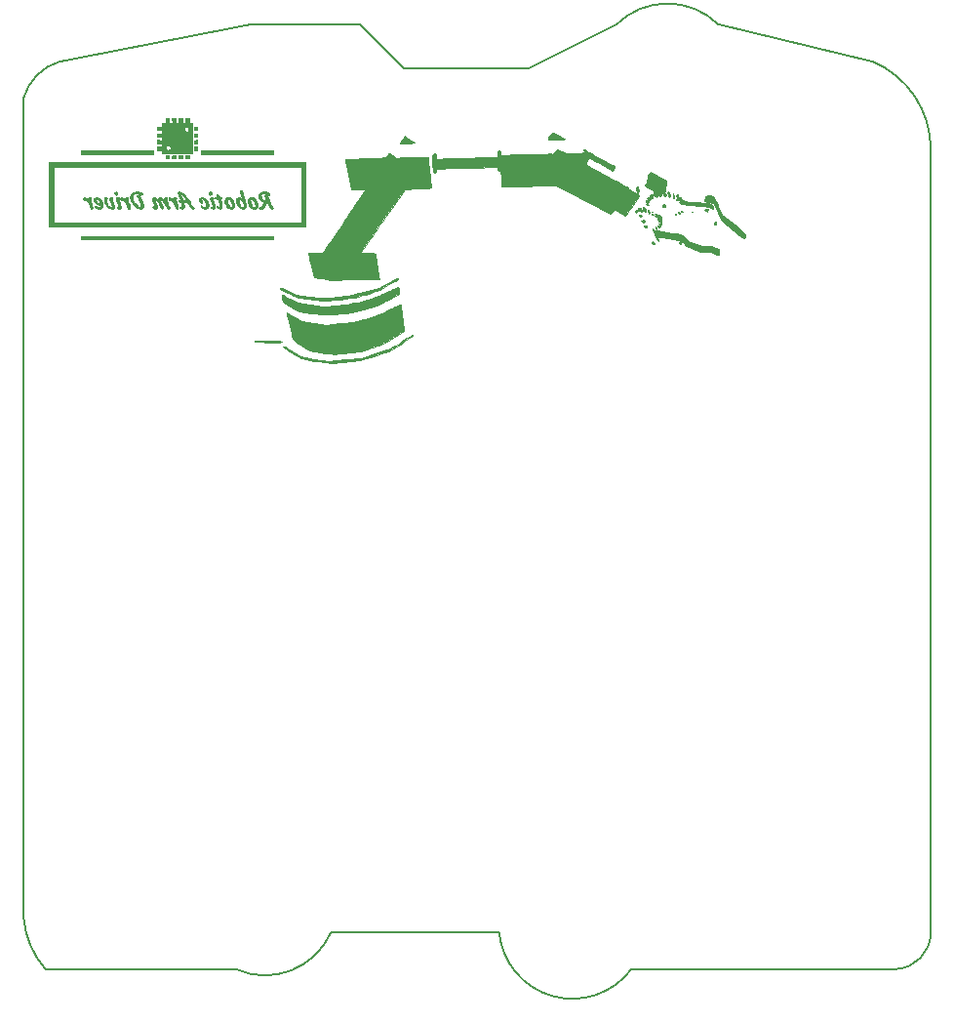
<source format=gbr>
%TF.GenerationSoftware,KiCad,Pcbnew,5.0.2-bee76a0~70~ubuntu18.04.1*%
%TF.CreationDate,2019-03-23T17:03:39+02:00*%
%TF.ProjectId,servos_control_schem,73657276-6f73-45f6-936f-6e74726f6c5f,rev?*%
%TF.SameCoordinates,Original*%
%TF.FileFunction,Legend,Bot*%
%TF.FilePolarity,Positive*%
%FSLAX46Y46*%
G04 Gerber Fmt 4.6, Leading zero omitted, Abs format (unit mm)*
G04 Created by KiCad (PCBNEW 5.0.2-bee76a0~70~ubuntu18.04.1) date Sat 23 Mar 2019 05:03:39 PM EET*
%MOMM*%
%LPD*%
G01*
G04 APERTURE LIST*
%ADD10C,0.150000*%
%ADD11C,0.200000*%
%ADD12C,0.010000*%
G04 APERTURE END LIST*
D10*
X187325000Y-135255000D02*
X188595000Y-135255000D01*
X191770000Y-64135000D02*
X191770000Y-132080000D01*
X191770000Y-132080000D02*
G75*
G02X188595000Y-135255000I-3175000J0D01*
G01*
D11*
X165760335Y-135274003D02*
G75*
G02X154305001Y-132079999I-5105335J3829003D01*
G01*
D10*
X113030001Y-59690000D02*
X113030001Y-130809999D01*
X113030001Y-59690000D02*
G75*
G02X116205001Y-56515001I4444999J-1270000D01*
G01*
X173355000Y-53340000D02*
X186690000Y-56515000D01*
X186690000Y-56515000D02*
G75*
G02X191770000Y-64135000I-3175000J-7620000D01*
G01*
X156845000Y-57150000D02*
X164465000Y-53340000D01*
X146050000Y-57150000D02*
X142240000Y-53340000D01*
X156845000Y-57150000D02*
X146050000Y-57150000D01*
X164465001Y-53340001D02*
G75*
G02X173354999Y-53340001I4444999J-4444999D01*
G01*
X114935000Y-135255000D02*
X125095000Y-135255000D01*
X114935001Y-135254998D02*
G75*
G02X113030001Y-130809999I5714999J5079998D01*
G01*
X132715000Y-53340000D02*
X116205000Y-56515000D01*
X142240000Y-53340000D02*
X132715000Y-53340000D01*
X165735000Y-135255000D02*
X169545000Y-135255000D01*
X140970000Y-132080000D02*
X154305000Y-132080000D01*
X131445000Y-135255000D02*
X130175000Y-135255000D01*
X139699999Y-132079999D02*
G75*
G02X131445001Y-135254999I-5714999J2539999D01*
G01*
X139700000Y-132080000D02*
X140970000Y-132080000D01*
X126365000Y-135255000D02*
X130175000Y-135255000D01*
X169545000Y-135255000D02*
X187325000Y-135255000D01*
X126365000Y-135255000D02*
X125095000Y-135255000D01*
D12*
%TO.C,G\002A\002A\002A*%
G36*
X120956670Y-67834017D02*
X120935312Y-67849768D01*
X120905402Y-67879638D01*
X120896535Y-67907840D01*
X120903915Y-67950721D01*
X120904735Y-67953979D01*
X120938294Y-68020965D01*
X120997502Y-68070002D01*
X121041772Y-68088066D01*
X121082715Y-68084928D01*
X121130672Y-68054090D01*
X121167765Y-68014728D01*
X121182121Y-67971300D01*
X121183400Y-67944723D01*
X121169194Y-67883423D01*
X121131713Y-67838753D01*
X121078662Y-67813663D01*
X121017746Y-67811101D01*
X120956670Y-67834017D01*
X120956670Y-67834017D01*
G37*
X120956670Y-67834017D02*
X120935312Y-67849768D01*
X120905402Y-67879638D01*
X120896535Y-67907840D01*
X120903915Y-67950721D01*
X120904735Y-67953979D01*
X120938294Y-68020965D01*
X120997502Y-68070002D01*
X121041772Y-68088066D01*
X121082715Y-68084928D01*
X121130672Y-68054090D01*
X121167765Y-68014728D01*
X121182121Y-67971300D01*
X121183400Y-67944723D01*
X121169194Y-67883423D01*
X121131713Y-67838753D01*
X121078662Y-67813663D01*
X121017746Y-67811101D01*
X120956670Y-67834017D01*
G36*
X129135470Y-67834017D02*
X129114112Y-67849768D01*
X129084202Y-67879638D01*
X129075335Y-67907840D01*
X129082715Y-67950721D01*
X129083535Y-67953979D01*
X129117094Y-68020965D01*
X129176302Y-68070002D01*
X129220572Y-68088066D01*
X129261515Y-68084928D01*
X129309472Y-68054090D01*
X129346565Y-68014728D01*
X129360921Y-67971300D01*
X129362200Y-67944723D01*
X129347994Y-67883423D01*
X129310513Y-67838753D01*
X129257462Y-67813663D01*
X129196546Y-67811101D01*
X129135470Y-67834017D01*
X129135470Y-67834017D01*
G37*
X129135470Y-67834017D02*
X129114112Y-67849768D01*
X129084202Y-67879638D01*
X129075335Y-67907840D01*
X129082715Y-67950721D01*
X129083535Y-67953979D01*
X129117094Y-68020965D01*
X129176302Y-68070002D01*
X129220572Y-68088066D01*
X129261515Y-68084928D01*
X129309472Y-68054090D01*
X129346565Y-68014728D01*
X129360921Y-67971300D01*
X129362200Y-67944723D01*
X129347994Y-67883423D01*
X129310513Y-67838753D01*
X129257462Y-67813663D01*
X129196546Y-67811101D01*
X129135470Y-67834017D01*
G36*
X118249539Y-68315288D02*
X118213615Y-68354989D01*
X118196727Y-68413160D01*
X118202247Y-68483256D01*
X118203824Y-68489432D01*
X118229066Y-68545413D01*
X118264879Y-68577598D01*
X118305300Y-68582532D01*
X118335631Y-68565753D01*
X118375633Y-68541360D01*
X118416722Y-68543363D01*
X118463479Y-68573260D01*
X118512878Y-68623750D01*
X118588743Y-68723161D01*
X118665381Y-68846723D01*
X118737528Y-68985263D01*
X118793021Y-69112025D01*
X118820391Y-69178555D01*
X118844892Y-69234186D01*
X118862753Y-69270520D01*
X118867748Y-69278499D01*
X118903143Y-69297191D01*
X118956346Y-69288204D01*
X118978202Y-69278835D01*
X119007803Y-69258088D01*
X119023046Y-69228015D01*
X119023754Y-69183771D01*
X119009751Y-69120514D01*
X118980862Y-69033398D01*
X118967999Y-68998504D01*
X118908428Y-68831344D01*
X118865830Y-68692848D01*
X118840094Y-68582438D01*
X118831105Y-68499536D01*
X118838753Y-68443563D01*
X118855067Y-68419133D01*
X118878483Y-68384974D01*
X118868212Y-68350067D01*
X118842832Y-68326960D01*
X118786859Y-68304049D01*
X118726732Y-68304359D01*
X118671306Y-68324402D01*
X118629436Y-68360690D01*
X118609976Y-68409736D01*
X118609533Y-68418853D01*
X118614595Y-68460274D01*
X118627759Y-68519677D01*
X118643182Y-68574258D01*
X118665311Y-68649427D01*
X118674780Y-68693311D01*
X118671601Y-68705874D01*
X118655787Y-68687081D01*
X118627349Y-68636895D01*
X118624151Y-68630799D01*
X118550803Y-68504772D01*
X118477902Y-68407797D01*
X118406672Y-68341127D01*
X118338338Y-68306014D01*
X118301126Y-68300599D01*
X118249539Y-68315288D01*
X118249539Y-68315288D01*
G37*
X118249539Y-68315288D02*
X118213615Y-68354989D01*
X118196727Y-68413160D01*
X118202247Y-68483256D01*
X118203824Y-68489432D01*
X118229066Y-68545413D01*
X118264879Y-68577598D01*
X118305300Y-68582532D01*
X118335631Y-68565753D01*
X118375633Y-68541360D01*
X118416722Y-68543363D01*
X118463479Y-68573260D01*
X118512878Y-68623750D01*
X118588743Y-68723161D01*
X118665381Y-68846723D01*
X118737528Y-68985263D01*
X118793021Y-69112025D01*
X118820391Y-69178555D01*
X118844892Y-69234186D01*
X118862753Y-69270520D01*
X118867748Y-69278499D01*
X118903143Y-69297191D01*
X118956346Y-69288204D01*
X118978202Y-69278835D01*
X119007803Y-69258088D01*
X119023046Y-69228015D01*
X119023754Y-69183771D01*
X119009751Y-69120514D01*
X118980862Y-69033398D01*
X118967999Y-68998504D01*
X118908428Y-68831344D01*
X118865830Y-68692848D01*
X118840094Y-68582438D01*
X118831105Y-68499536D01*
X118838753Y-68443563D01*
X118855067Y-68419133D01*
X118878483Y-68384974D01*
X118868212Y-68350067D01*
X118842832Y-68326960D01*
X118786859Y-68304049D01*
X118726732Y-68304359D01*
X118671306Y-68324402D01*
X118629436Y-68360690D01*
X118609976Y-68409736D01*
X118609533Y-68418853D01*
X118614595Y-68460274D01*
X118627759Y-68519677D01*
X118643182Y-68574258D01*
X118665311Y-68649427D01*
X118674780Y-68693311D01*
X118671601Y-68705874D01*
X118655787Y-68687081D01*
X118627349Y-68636895D01*
X118624151Y-68630799D01*
X118550803Y-68504772D01*
X118477902Y-68407797D01*
X118406672Y-68341127D01*
X118338338Y-68306014D01*
X118301126Y-68300599D01*
X118249539Y-68315288D01*
G36*
X119245025Y-68314810D02*
X119181039Y-68349077D01*
X119133889Y-68404287D01*
X119107369Y-68479869D01*
X119104269Y-68564744D01*
X119128580Y-68661393D01*
X119182533Y-68747946D01*
X119262743Y-68821802D01*
X119365826Y-68880361D01*
X119488396Y-68921022D01*
X119590286Y-68938127D01*
X119647248Y-68945265D01*
X119678204Y-68954095D01*
X119690942Y-68968491D01*
X119693267Y-68989356D01*
X119684256Y-69046115D01*
X119661288Y-69100998D01*
X119630458Y-69142021D01*
X119608674Y-69155709D01*
X119552673Y-69160166D01*
X119481877Y-69147859D01*
X119408279Y-69122749D01*
X119343871Y-69088797D01*
X119304827Y-69055370D01*
X119271188Y-69032510D01*
X119239523Y-69037438D01*
X119217567Y-69064571D01*
X119213053Y-69108322D01*
X119215269Y-69120038D01*
X119247331Y-69182671D01*
X119308369Y-69233281D01*
X119395078Y-69270091D01*
X119504155Y-69291326D01*
X119539480Y-69294316D01*
X119611125Y-69297106D01*
X119661863Y-69293434D01*
X119704349Y-69281353D01*
X119743679Y-69262886D01*
X119817528Y-69206940D01*
X119868179Y-69130963D01*
X119895958Y-69039287D01*
X119901192Y-68936246D01*
X119884205Y-68826172D01*
X119881742Y-68819027D01*
X119659400Y-68819027D01*
X119656362Y-68835528D01*
X119642651Y-68840776D01*
X119611373Y-68834542D01*
X119555635Y-68816592D01*
X119552221Y-68815430D01*
X119473838Y-68777307D01*
X119404269Y-68722495D01*
X119347873Y-68657185D01*
X119309007Y-68587571D01*
X119292030Y-68519845D01*
X119301301Y-68460199D01*
X119301656Y-68459410D01*
X119320665Y-68429292D01*
X119347602Y-68421821D01*
X119375705Y-68425894D01*
X119424552Y-68445224D01*
X119472767Y-68478247D01*
X119477781Y-68482852D01*
X119505162Y-68516689D01*
X119539693Y-68569827D01*
X119576743Y-68633692D01*
X119611679Y-68699711D01*
X119639869Y-68759309D01*
X119656681Y-68803914D01*
X119659400Y-68819027D01*
X119881742Y-68819027D01*
X119845322Y-68713400D01*
X119784870Y-68602262D01*
X119703173Y-68497092D01*
X119684701Y-68477553D01*
X119593448Y-68398560D01*
X119500059Y-68343360D01*
X119408330Y-68311381D01*
X119322053Y-68302054D01*
X119245025Y-68314810D01*
X119245025Y-68314810D01*
G37*
X119245025Y-68314810D02*
X119181039Y-68349077D01*
X119133889Y-68404287D01*
X119107369Y-68479869D01*
X119104269Y-68564744D01*
X119128580Y-68661393D01*
X119182533Y-68747946D01*
X119262743Y-68821802D01*
X119365826Y-68880361D01*
X119488396Y-68921022D01*
X119590286Y-68938127D01*
X119647248Y-68945265D01*
X119678204Y-68954095D01*
X119690942Y-68968491D01*
X119693267Y-68989356D01*
X119684256Y-69046115D01*
X119661288Y-69100998D01*
X119630458Y-69142021D01*
X119608674Y-69155709D01*
X119552673Y-69160166D01*
X119481877Y-69147859D01*
X119408279Y-69122749D01*
X119343871Y-69088797D01*
X119304827Y-69055370D01*
X119271188Y-69032510D01*
X119239523Y-69037438D01*
X119217567Y-69064571D01*
X119213053Y-69108322D01*
X119215269Y-69120038D01*
X119247331Y-69182671D01*
X119308369Y-69233281D01*
X119395078Y-69270091D01*
X119504155Y-69291326D01*
X119539480Y-69294316D01*
X119611125Y-69297106D01*
X119661863Y-69293434D01*
X119704349Y-69281353D01*
X119743679Y-69262886D01*
X119817528Y-69206940D01*
X119868179Y-69130963D01*
X119895958Y-69039287D01*
X119901192Y-68936246D01*
X119884205Y-68826172D01*
X119881742Y-68819027D01*
X119659400Y-68819027D01*
X119656362Y-68835528D01*
X119642651Y-68840776D01*
X119611373Y-68834542D01*
X119555635Y-68816592D01*
X119552221Y-68815430D01*
X119473838Y-68777307D01*
X119404269Y-68722495D01*
X119347873Y-68657185D01*
X119309007Y-68587571D01*
X119292030Y-68519845D01*
X119301301Y-68460199D01*
X119301656Y-68459410D01*
X119320665Y-68429292D01*
X119347602Y-68421821D01*
X119375705Y-68425894D01*
X119424552Y-68445224D01*
X119472767Y-68478247D01*
X119477781Y-68482852D01*
X119505162Y-68516689D01*
X119539693Y-68569827D01*
X119576743Y-68633692D01*
X119611679Y-68699711D01*
X119639869Y-68759309D01*
X119656681Y-68803914D01*
X119659400Y-68819027D01*
X119881742Y-68819027D01*
X119845322Y-68713400D01*
X119784870Y-68602262D01*
X119703173Y-68497092D01*
X119684701Y-68477553D01*
X119593448Y-68398560D01*
X119500059Y-68343360D01*
X119408330Y-68311381D01*
X119322053Y-68302054D01*
X119245025Y-68314810D01*
G36*
X120537285Y-68311787D02*
X120492302Y-68345194D01*
X120472987Y-68400588D01*
X120472200Y-68417566D01*
X120473478Y-68451789D01*
X120478492Y-68486601D01*
X120489013Y-68527375D01*
X120506815Y-68579482D01*
X120533667Y-68648294D01*
X120571343Y-68739185D01*
X120602556Y-68812837D01*
X120647125Y-68923162D01*
X120675304Y-69007817D01*
X120687665Y-69070446D01*
X120684778Y-69114693D01*
X120667213Y-69144202D01*
X120655810Y-69152944D01*
X120611885Y-69161892D01*
X120553716Y-69147725D01*
X120488601Y-69113460D01*
X120423836Y-69062116D01*
X120414665Y-69053191D01*
X120337599Y-68958858D01*
X120277812Y-68850713D01*
X120237243Y-68735854D01*
X120217830Y-68621382D01*
X120221513Y-68514397D01*
X120245187Y-68432547D01*
X120263418Y-68389632D01*
X120266660Y-68365170D01*
X120253869Y-68346749D01*
X120236768Y-68332385D01*
X120179867Y-68304322D01*
X120119533Y-68303119D01*
X120066703Y-68328055D01*
X120050541Y-68344651D01*
X120013691Y-68416274D01*
X120001500Y-68507342D01*
X120012211Y-68612589D01*
X120051481Y-68749622D01*
X120115161Y-68880636D01*
X120198919Y-69001223D01*
X120298424Y-69106977D01*
X120409346Y-69193492D01*
X120527355Y-69256361D01*
X120648118Y-69291180D01*
X120683355Y-69295427D01*
X120743080Y-69298863D01*
X120781795Y-69294997D01*
X120812124Y-69280486D01*
X120846341Y-69252305D01*
X120878935Y-69216288D01*
X120898547Y-69175054D01*
X120904736Y-69124346D01*
X120897063Y-69059903D01*
X120875085Y-68977466D01*
X120838363Y-68872777D01*
X120795889Y-68764746D01*
X120753104Y-68657592D01*
X120722887Y-68576953D01*
X120704218Y-68518324D01*
X120696078Y-68477197D01*
X120697449Y-68449068D01*
X120707312Y-68429429D01*
X120717733Y-68419133D01*
X120739248Y-68386119D01*
X120732211Y-68352631D01*
X120701461Y-68323877D01*
X120651834Y-68305065D01*
X120607667Y-68300599D01*
X120537285Y-68311787D01*
X120537285Y-68311787D01*
G37*
X120537285Y-68311787D02*
X120492302Y-68345194D01*
X120472987Y-68400588D01*
X120472200Y-68417566D01*
X120473478Y-68451789D01*
X120478492Y-68486601D01*
X120489013Y-68527375D01*
X120506815Y-68579482D01*
X120533667Y-68648294D01*
X120571343Y-68739185D01*
X120602556Y-68812837D01*
X120647125Y-68923162D01*
X120675304Y-69007817D01*
X120687665Y-69070446D01*
X120684778Y-69114693D01*
X120667213Y-69144202D01*
X120655810Y-69152944D01*
X120611885Y-69161892D01*
X120553716Y-69147725D01*
X120488601Y-69113460D01*
X120423836Y-69062116D01*
X120414665Y-69053191D01*
X120337599Y-68958858D01*
X120277812Y-68850713D01*
X120237243Y-68735854D01*
X120217830Y-68621382D01*
X120221513Y-68514397D01*
X120245187Y-68432547D01*
X120263418Y-68389632D01*
X120266660Y-68365170D01*
X120253869Y-68346749D01*
X120236768Y-68332385D01*
X120179867Y-68304322D01*
X120119533Y-68303119D01*
X120066703Y-68328055D01*
X120050541Y-68344651D01*
X120013691Y-68416274D01*
X120001500Y-68507342D01*
X120012211Y-68612589D01*
X120051481Y-68749622D01*
X120115161Y-68880636D01*
X120198919Y-69001223D01*
X120298424Y-69106977D01*
X120409346Y-69193492D01*
X120527355Y-69256361D01*
X120648118Y-69291180D01*
X120683355Y-69295427D01*
X120743080Y-69298863D01*
X120781795Y-69294997D01*
X120812124Y-69280486D01*
X120846341Y-69252305D01*
X120878935Y-69216288D01*
X120898547Y-69175054D01*
X120904736Y-69124346D01*
X120897063Y-69059903D01*
X120875085Y-68977466D01*
X120838363Y-68872777D01*
X120795889Y-68764746D01*
X120753104Y-68657592D01*
X120722887Y-68576953D01*
X120704218Y-68518324D01*
X120696078Y-68477197D01*
X120697449Y-68449068D01*
X120707312Y-68429429D01*
X120717733Y-68419133D01*
X120739248Y-68386119D01*
X120732211Y-68352631D01*
X120701461Y-68323877D01*
X120651834Y-68305065D01*
X120607667Y-68300599D01*
X120537285Y-68311787D01*
G36*
X121118051Y-68302968D02*
X121070823Y-68317357D01*
X121057610Y-68327209D01*
X121040855Y-68348095D01*
X121031762Y-68372988D01*
X121031321Y-68406010D01*
X121040521Y-68451282D01*
X121060351Y-68512927D01*
X121091803Y-68595064D01*
X121135865Y-68701816D01*
X121162905Y-68765640D01*
X121197351Y-68850475D01*
X121226322Y-68929314D01*
X121247213Y-68994499D01*
X121257415Y-69038369D01*
X121257989Y-69045040D01*
X121257058Y-69082708D01*
X121245400Y-69100849D01*
X121213776Y-69108009D01*
X121187633Y-69110140D01*
X121141915Y-69115904D01*
X121120962Y-69128126D01*
X121115684Y-69152465D01*
X121115667Y-69154952D01*
X121129742Y-69194633D01*
X121167859Y-69240146D01*
X121175523Y-69247112D01*
X121244645Y-69289597D01*
X121316142Y-69300757D01*
X121384582Y-69280328D01*
X121415289Y-69258764D01*
X121442616Y-69231269D01*
X121456668Y-69201487D01*
X121461458Y-69157306D01*
X121461559Y-69119064D01*
X121458423Y-69071359D01*
X121448862Y-69020615D01*
X121430818Y-68959829D01*
X121402234Y-68881995D01*
X121364192Y-68787704D01*
X121319498Y-68675292D01*
X121289616Y-68588538D01*
X121273732Y-68523051D01*
X121271033Y-68474442D01*
X121280707Y-68438320D01*
X121295521Y-68416864D01*
X121313127Y-68383380D01*
X121312888Y-68360243D01*
X121285758Y-68331607D01*
X121236752Y-68311547D01*
X121177105Y-68301516D01*
X121118051Y-68302968D01*
X121118051Y-68302968D01*
G37*
X121118051Y-68302968D02*
X121070823Y-68317357D01*
X121057610Y-68327209D01*
X121040855Y-68348095D01*
X121031762Y-68372988D01*
X121031321Y-68406010D01*
X121040521Y-68451282D01*
X121060351Y-68512927D01*
X121091803Y-68595064D01*
X121135865Y-68701816D01*
X121162905Y-68765640D01*
X121197351Y-68850475D01*
X121226322Y-68929314D01*
X121247213Y-68994499D01*
X121257415Y-69038369D01*
X121257989Y-69045040D01*
X121257058Y-69082708D01*
X121245400Y-69100849D01*
X121213776Y-69108009D01*
X121187633Y-69110140D01*
X121141915Y-69115904D01*
X121120962Y-69128126D01*
X121115684Y-69152465D01*
X121115667Y-69154952D01*
X121129742Y-69194633D01*
X121167859Y-69240146D01*
X121175523Y-69247112D01*
X121244645Y-69289597D01*
X121316142Y-69300757D01*
X121384582Y-69280328D01*
X121415289Y-69258764D01*
X121442616Y-69231269D01*
X121456668Y-69201487D01*
X121461458Y-69157306D01*
X121461559Y-69119064D01*
X121458423Y-69071359D01*
X121448862Y-69020615D01*
X121430818Y-68959829D01*
X121402234Y-68881995D01*
X121364192Y-68787704D01*
X121319498Y-68675292D01*
X121289616Y-68588538D01*
X121273732Y-68523051D01*
X121271033Y-68474442D01*
X121280707Y-68438320D01*
X121295521Y-68416864D01*
X121313127Y-68383380D01*
X121312888Y-68360243D01*
X121285758Y-68331607D01*
X121236752Y-68311547D01*
X121177105Y-68301516D01*
X121118051Y-68302968D01*
G36*
X121483805Y-68315288D02*
X121447882Y-68354989D01*
X121430994Y-68413160D01*
X121436514Y-68483256D01*
X121438091Y-68489432D01*
X121463333Y-68545413D01*
X121499146Y-68577598D01*
X121539567Y-68582532D01*
X121569898Y-68565753D01*
X121609900Y-68541360D01*
X121650989Y-68543363D01*
X121697746Y-68573260D01*
X121747145Y-68623750D01*
X121823010Y-68723161D01*
X121899648Y-68846723D01*
X121971795Y-68985263D01*
X122027288Y-69112025D01*
X122054658Y-69178555D01*
X122079158Y-69234186D01*
X122097020Y-69270520D01*
X122102015Y-69278499D01*
X122137409Y-69297191D01*
X122190612Y-69288204D01*
X122212468Y-69278835D01*
X122242070Y-69258088D01*
X122257312Y-69228015D01*
X122258021Y-69183771D01*
X122244018Y-69120514D01*
X122215128Y-69033398D01*
X122202265Y-68998504D01*
X122142694Y-68831344D01*
X122100097Y-68692848D01*
X122074360Y-68582438D01*
X122065372Y-68499536D01*
X122073019Y-68443563D01*
X122089333Y-68419133D01*
X122112750Y-68384974D01*
X122102478Y-68350067D01*
X122077099Y-68326960D01*
X122021125Y-68304049D01*
X121960998Y-68304359D01*
X121905572Y-68324402D01*
X121863703Y-68360690D01*
X121844243Y-68409736D01*
X121843800Y-68418853D01*
X121848862Y-68460274D01*
X121862026Y-68519677D01*
X121877448Y-68574258D01*
X121899577Y-68649427D01*
X121909046Y-68693311D01*
X121905868Y-68705874D01*
X121890053Y-68687081D01*
X121861616Y-68636895D01*
X121858417Y-68630799D01*
X121785070Y-68504772D01*
X121712169Y-68407797D01*
X121640939Y-68341127D01*
X121572604Y-68306014D01*
X121535393Y-68300599D01*
X121483805Y-68315288D01*
X121483805Y-68315288D01*
G37*
X121483805Y-68315288D02*
X121447882Y-68354989D01*
X121430994Y-68413160D01*
X121436514Y-68483256D01*
X121438091Y-68489432D01*
X121463333Y-68545413D01*
X121499146Y-68577598D01*
X121539567Y-68582532D01*
X121569898Y-68565753D01*
X121609900Y-68541360D01*
X121650989Y-68543363D01*
X121697746Y-68573260D01*
X121747145Y-68623750D01*
X121823010Y-68723161D01*
X121899648Y-68846723D01*
X121971795Y-68985263D01*
X122027288Y-69112025D01*
X122054658Y-69178555D01*
X122079158Y-69234186D01*
X122097020Y-69270520D01*
X122102015Y-69278499D01*
X122137409Y-69297191D01*
X122190612Y-69288204D01*
X122212468Y-69278835D01*
X122242070Y-69258088D01*
X122257312Y-69228015D01*
X122258021Y-69183771D01*
X122244018Y-69120514D01*
X122215128Y-69033398D01*
X122202265Y-68998504D01*
X122142694Y-68831344D01*
X122100097Y-68692848D01*
X122074360Y-68582438D01*
X122065372Y-68499536D01*
X122073019Y-68443563D01*
X122089333Y-68419133D01*
X122112750Y-68384974D01*
X122102478Y-68350067D01*
X122077099Y-68326960D01*
X122021125Y-68304049D01*
X121960998Y-68304359D01*
X121905572Y-68324402D01*
X121863703Y-68360690D01*
X121844243Y-68409736D01*
X121843800Y-68418853D01*
X121848862Y-68460274D01*
X121862026Y-68519677D01*
X121877448Y-68574258D01*
X121899577Y-68649427D01*
X121909046Y-68693311D01*
X121905868Y-68705874D01*
X121890053Y-68687081D01*
X121861616Y-68636895D01*
X121858417Y-68630799D01*
X121785070Y-68504772D01*
X121712169Y-68407797D01*
X121640939Y-68341127D01*
X121572604Y-68306014D01*
X121535393Y-68300599D01*
X121483805Y-68315288D01*
G36*
X122734258Y-67823540D02*
X122633473Y-67838068D01*
X122549191Y-67864618D01*
X122473157Y-67905415D01*
X122432730Y-67934073D01*
X122357266Y-68012151D01*
X122305401Y-68110641D01*
X122277433Y-68225378D01*
X122273660Y-68352198D01*
X122294380Y-68486937D01*
X122339891Y-68625430D01*
X122377586Y-68705499D01*
X122457258Y-68835547D01*
X122551763Y-68953992D01*
X122657291Y-69058561D01*
X122770035Y-69146977D01*
X122886188Y-69216965D01*
X123001942Y-69266249D01*
X123113489Y-69292553D01*
X123217021Y-69293602D01*
X123308732Y-69267120D01*
X123313412Y-69264791D01*
X123378275Y-69222191D01*
X123415883Y-69171065D01*
X123429036Y-69104896D01*
X123420535Y-69017166D01*
X123420321Y-69016000D01*
X123398980Y-68922411D01*
X123367551Y-68813796D01*
X123328473Y-68696271D01*
X123284184Y-68575951D01*
X123237123Y-68458952D01*
X123189727Y-68351390D01*
X123144436Y-68259381D01*
X123103689Y-68189040D01*
X123076043Y-68152525D01*
X123036083Y-68126898D01*
X122985013Y-68115682D01*
X122932604Y-68117911D01*
X122888628Y-68132617D01*
X122862856Y-68158832D01*
X122859800Y-68173941D01*
X122868226Y-68201138D01*
X122889942Y-68245347D01*
X122910568Y-68280998D01*
X122962888Y-68373977D01*
X123016654Y-68483478D01*
X123069181Y-68602549D01*
X123117781Y-68724239D01*
X123159769Y-68841594D01*
X123192459Y-68947664D01*
X123213163Y-69035495D01*
X123218881Y-69078900D01*
X123218062Y-69126393D01*
X123205347Y-69153286D01*
X123176823Y-69160130D01*
X123128581Y-69147480D01*
X123056708Y-69115888D01*
X123034370Y-69104986D01*
X122911979Y-69029325D01*
X122794143Y-68928451D01*
X122687193Y-68809817D01*
X122597463Y-68680875D01*
X122531287Y-68549080D01*
X122510029Y-68487952D01*
X122486754Y-68373519D01*
X122483814Y-68264623D01*
X122500193Y-68167308D01*
X122534876Y-68087617D01*
X122586721Y-68031683D01*
X122679442Y-67986380D01*
X122786478Y-67966767D01*
X122900632Y-67972378D01*
X123014705Y-68002748D01*
X123121500Y-68057410D01*
X123135767Y-68067193D01*
X123173416Y-68088943D01*
X123206007Y-68089621D01*
X123233932Y-68079804D01*
X123277952Y-68049485D01*
X123311461Y-68007072D01*
X123327628Y-67970873D01*
X123324335Y-67947563D01*
X123298335Y-67921114D01*
X123293134Y-67916623D01*
X123219591Y-67871369D01*
X123119796Y-67840287D01*
X122991996Y-67822980D01*
X122859800Y-67818805D01*
X122734258Y-67823540D01*
X122734258Y-67823540D01*
G37*
X122734258Y-67823540D02*
X122633473Y-67838068D01*
X122549191Y-67864618D01*
X122473157Y-67905415D01*
X122432730Y-67934073D01*
X122357266Y-68012151D01*
X122305401Y-68110641D01*
X122277433Y-68225378D01*
X122273660Y-68352198D01*
X122294380Y-68486937D01*
X122339891Y-68625430D01*
X122377586Y-68705499D01*
X122457258Y-68835547D01*
X122551763Y-68953992D01*
X122657291Y-69058561D01*
X122770035Y-69146977D01*
X122886188Y-69216965D01*
X123001942Y-69266249D01*
X123113489Y-69292553D01*
X123217021Y-69293602D01*
X123308732Y-69267120D01*
X123313412Y-69264791D01*
X123378275Y-69222191D01*
X123415883Y-69171065D01*
X123429036Y-69104896D01*
X123420535Y-69017166D01*
X123420321Y-69016000D01*
X123398980Y-68922411D01*
X123367551Y-68813796D01*
X123328473Y-68696271D01*
X123284184Y-68575951D01*
X123237123Y-68458952D01*
X123189727Y-68351390D01*
X123144436Y-68259381D01*
X123103689Y-68189040D01*
X123076043Y-68152525D01*
X123036083Y-68126898D01*
X122985013Y-68115682D01*
X122932604Y-68117911D01*
X122888628Y-68132617D01*
X122862856Y-68158832D01*
X122859800Y-68173941D01*
X122868226Y-68201138D01*
X122889942Y-68245347D01*
X122910568Y-68280998D01*
X122962888Y-68373977D01*
X123016654Y-68483478D01*
X123069181Y-68602549D01*
X123117781Y-68724239D01*
X123159769Y-68841594D01*
X123192459Y-68947664D01*
X123213163Y-69035495D01*
X123218881Y-69078900D01*
X123218062Y-69126393D01*
X123205347Y-69153286D01*
X123176823Y-69160130D01*
X123128581Y-69147480D01*
X123056708Y-69115888D01*
X123034370Y-69104986D01*
X122911979Y-69029325D01*
X122794143Y-68928451D01*
X122687193Y-68809817D01*
X122597463Y-68680875D01*
X122531287Y-68549080D01*
X122510029Y-68487952D01*
X122486754Y-68373519D01*
X122483814Y-68264623D01*
X122500193Y-68167308D01*
X122534876Y-68087617D01*
X122586721Y-68031683D01*
X122679442Y-67986380D01*
X122786478Y-67966767D01*
X122900632Y-67972378D01*
X123014705Y-68002748D01*
X123121500Y-68057410D01*
X123135767Y-68067193D01*
X123173416Y-68088943D01*
X123206007Y-68089621D01*
X123233932Y-68079804D01*
X123277952Y-68049485D01*
X123311461Y-68007072D01*
X123327628Y-67970873D01*
X123324335Y-67947563D01*
X123298335Y-67921114D01*
X123293134Y-67916623D01*
X123219591Y-67871369D01*
X123119796Y-67840287D01*
X122991996Y-67822980D01*
X122859800Y-67818805D01*
X122734258Y-67823540D01*
G36*
X124799529Y-68315366D02*
X124750447Y-68352768D01*
X124718686Y-68402459D01*
X124715021Y-68415106D01*
X124714231Y-68461174D01*
X124724363Y-68526947D01*
X124743107Y-68600953D01*
X124765250Y-68664666D01*
X124761160Y-68665688D01*
X124739981Y-68643631D01*
X124705132Y-68602367D01*
X124660033Y-68545769D01*
X124658357Y-68543618D01*
X124585879Y-68454108D01*
X124526069Y-68389601D01*
X124474077Y-68346113D01*
X124425057Y-68319659D01*
X124374159Y-68306258D01*
X124368476Y-68305441D01*
X124320387Y-68303985D01*
X124282238Y-68319295D01*
X124249718Y-68345259D01*
X124212221Y-68386526D01*
X124196727Y-68430508D01*
X124194556Y-68463118D01*
X124195055Y-68502502D01*
X124199157Y-68538347D01*
X124208999Y-68577257D01*
X124226721Y-68625834D01*
X124254459Y-68690682D01*
X124294353Y-68778404D01*
X124302049Y-68795095D01*
X124345829Y-68897034D01*
X124375213Y-68981091D01*
X124388488Y-69042261D01*
X124388981Y-69049095D01*
X124389300Y-69094577D01*
X124381454Y-69115469D01*
X124360478Y-69120898D01*
X124349934Y-69120854D01*
X124299462Y-69114635D01*
X124269500Y-69107013D01*
X124240861Y-69102439D01*
X124231792Y-69121498D01*
X124231400Y-69133891D01*
X124247000Y-69191848D01*
X124288469Y-69243086D01*
X124347809Y-69281011D01*
X124417022Y-69299028D01*
X124432460Y-69299666D01*
X124491535Y-69284444D01*
X124545758Y-69244791D01*
X124584979Y-69189725D01*
X124597013Y-69153449D01*
X124598185Y-69078844D01*
X124579073Y-68981254D01*
X124540612Y-68864088D01*
X124483737Y-68730754D01*
X124477275Y-68717087D01*
X124437410Y-68629372D01*
X124414097Y-68566757D01*
X124406479Y-68525297D01*
X124413697Y-68501043D01*
X124428235Y-68491802D01*
X124457890Y-68498602D01*
X124500867Y-68530858D01*
X124554000Y-68584446D01*
X124614121Y-68655242D01*
X124678064Y-68739121D01*
X124742661Y-68831958D01*
X124804745Y-68929629D01*
X124861150Y-69028009D01*
X124902289Y-69109166D01*
X124945449Y-69197238D01*
X124980072Y-69256844D01*
X125010039Y-69291027D01*
X125039230Y-69302827D01*
X125071527Y-69295289D01*
X125110015Y-69272011D01*
X125130060Y-69253156D01*
X125140218Y-69228347D01*
X125139508Y-69193393D01*
X125126949Y-69144101D01*
X125101559Y-69076281D01*
X125062359Y-68985743D01*
X125022762Y-68899237D01*
X124969948Y-68784372D01*
X124930547Y-68695902D01*
X124903073Y-68629810D01*
X124886037Y-68582079D01*
X124877951Y-68548693D01*
X124877326Y-68525636D01*
X124880172Y-68514399D01*
X124897829Y-68491462D01*
X124926580Y-68492268D01*
X124969744Y-68517911D01*
X125021202Y-68560914D01*
X125116339Y-68657026D01*
X125215170Y-68775288D01*
X125310302Y-68905849D01*
X125394341Y-69038858D01*
X125433667Y-69110477D01*
X125475376Y-69189410D01*
X125506562Y-69242528D01*
X125530854Y-69274785D01*
X125551879Y-69291135D01*
X125569692Y-69296203D01*
X125619517Y-69285562D01*
X125650125Y-69261245D01*
X125676268Y-69228393D01*
X125687650Y-69204135D01*
X125687667Y-69203593D01*
X125680944Y-69181046D01*
X125663005Y-69136122D01*
X125637198Y-69077020D01*
X125625902Y-69052284D01*
X125586330Y-68962120D01*
X125546930Y-68864321D01*
X125510032Y-68765574D01*
X125477962Y-68672563D01*
X125453049Y-68591976D01*
X125437620Y-68530498D01*
X125433667Y-68500133D01*
X125442302Y-68452137D01*
X125461121Y-68416864D01*
X125479351Y-68380682D01*
X125470394Y-68348824D01*
X125440867Y-68323514D01*
X125397383Y-68306977D01*
X125346558Y-68301440D01*
X125295007Y-68309126D01*
X125249345Y-68332262D01*
X125238388Y-68341939D01*
X125215573Y-68371487D01*
X125205877Y-68406013D01*
X125209787Y-68451970D01*
X125227789Y-68515814D01*
X125257617Y-68596933D01*
X125297075Y-68698533D01*
X125251071Y-68639860D01*
X125158364Y-68525309D01*
X125080057Y-68437321D01*
X125013195Y-68373376D01*
X124954826Y-68330956D01*
X124901995Y-68307540D01*
X124853425Y-68300599D01*
X124799529Y-68315366D01*
X124799529Y-68315366D01*
G37*
X124799529Y-68315366D02*
X124750447Y-68352768D01*
X124718686Y-68402459D01*
X124715021Y-68415106D01*
X124714231Y-68461174D01*
X124724363Y-68526947D01*
X124743107Y-68600953D01*
X124765250Y-68664666D01*
X124761160Y-68665688D01*
X124739981Y-68643631D01*
X124705132Y-68602367D01*
X124660033Y-68545769D01*
X124658357Y-68543618D01*
X124585879Y-68454108D01*
X124526069Y-68389601D01*
X124474077Y-68346113D01*
X124425057Y-68319659D01*
X124374159Y-68306258D01*
X124368476Y-68305441D01*
X124320387Y-68303985D01*
X124282238Y-68319295D01*
X124249718Y-68345259D01*
X124212221Y-68386526D01*
X124196727Y-68430508D01*
X124194556Y-68463118D01*
X124195055Y-68502502D01*
X124199157Y-68538347D01*
X124208999Y-68577257D01*
X124226721Y-68625834D01*
X124254459Y-68690682D01*
X124294353Y-68778404D01*
X124302049Y-68795095D01*
X124345829Y-68897034D01*
X124375213Y-68981091D01*
X124388488Y-69042261D01*
X124388981Y-69049095D01*
X124389300Y-69094577D01*
X124381454Y-69115469D01*
X124360478Y-69120898D01*
X124349934Y-69120854D01*
X124299462Y-69114635D01*
X124269500Y-69107013D01*
X124240861Y-69102439D01*
X124231792Y-69121498D01*
X124231400Y-69133891D01*
X124247000Y-69191848D01*
X124288469Y-69243086D01*
X124347809Y-69281011D01*
X124417022Y-69299028D01*
X124432460Y-69299666D01*
X124491535Y-69284444D01*
X124545758Y-69244791D01*
X124584979Y-69189725D01*
X124597013Y-69153449D01*
X124598185Y-69078844D01*
X124579073Y-68981254D01*
X124540612Y-68864088D01*
X124483737Y-68730754D01*
X124477275Y-68717087D01*
X124437410Y-68629372D01*
X124414097Y-68566757D01*
X124406479Y-68525297D01*
X124413697Y-68501043D01*
X124428235Y-68491802D01*
X124457890Y-68498602D01*
X124500867Y-68530858D01*
X124554000Y-68584446D01*
X124614121Y-68655242D01*
X124678064Y-68739121D01*
X124742661Y-68831958D01*
X124804745Y-68929629D01*
X124861150Y-69028009D01*
X124902289Y-69109166D01*
X124945449Y-69197238D01*
X124980072Y-69256844D01*
X125010039Y-69291027D01*
X125039230Y-69302827D01*
X125071527Y-69295289D01*
X125110015Y-69272011D01*
X125130060Y-69253156D01*
X125140218Y-69228347D01*
X125139508Y-69193393D01*
X125126949Y-69144101D01*
X125101559Y-69076281D01*
X125062359Y-68985743D01*
X125022762Y-68899237D01*
X124969948Y-68784372D01*
X124930547Y-68695902D01*
X124903073Y-68629810D01*
X124886037Y-68582079D01*
X124877951Y-68548693D01*
X124877326Y-68525636D01*
X124880172Y-68514399D01*
X124897829Y-68491462D01*
X124926580Y-68492268D01*
X124969744Y-68517911D01*
X125021202Y-68560914D01*
X125116339Y-68657026D01*
X125215170Y-68775288D01*
X125310302Y-68905849D01*
X125394341Y-69038858D01*
X125433667Y-69110477D01*
X125475376Y-69189410D01*
X125506562Y-69242528D01*
X125530854Y-69274785D01*
X125551879Y-69291135D01*
X125569692Y-69296203D01*
X125619517Y-69285562D01*
X125650125Y-69261245D01*
X125676268Y-69228393D01*
X125687650Y-69204135D01*
X125687667Y-69203593D01*
X125680944Y-69181046D01*
X125663005Y-69136122D01*
X125637198Y-69077020D01*
X125625902Y-69052284D01*
X125586330Y-68962120D01*
X125546930Y-68864321D01*
X125510032Y-68765574D01*
X125477962Y-68672563D01*
X125453049Y-68591976D01*
X125437620Y-68530498D01*
X125433667Y-68500133D01*
X125442302Y-68452137D01*
X125461121Y-68416864D01*
X125479351Y-68380682D01*
X125470394Y-68348824D01*
X125440867Y-68323514D01*
X125397383Y-68306977D01*
X125346558Y-68301440D01*
X125295007Y-68309126D01*
X125249345Y-68332262D01*
X125238388Y-68341939D01*
X125215573Y-68371487D01*
X125205877Y-68406013D01*
X125209787Y-68451970D01*
X125227789Y-68515814D01*
X125257617Y-68596933D01*
X125297075Y-68698533D01*
X125251071Y-68639860D01*
X125158364Y-68525309D01*
X125080057Y-68437321D01*
X125013195Y-68373376D01*
X124954826Y-68330956D01*
X124901995Y-68307540D01*
X124853425Y-68300599D01*
X124799529Y-68315366D01*
G36*
X125649405Y-68315288D02*
X125613482Y-68354989D01*
X125596594Y-68413160D01*
X125602114Y-68483256D01*
X125603691Y-68489432D01*
X125628933Y-68545413D01*
X125664746Y-68577598D01*
X125705167Y-68582532D01*
X125735498Y-68565753D01*
X125775500Y-68541360D01*
X125816589Y-68543363D01*
X125863346Y-68573260D01*
X125912745Y-68623750D01*
X125988610Y-68723161D01*
X126065248Y-68846723D01*
X126137395Y-68985263D01*
X126192888Y-69112025D01*
X126220258Y-69178555D01*
X126244758Y-69234186D01*
X126262620Y-69270520D01*
X126267615Y-69278499D01*
X126303009Y-69297191D01*
X126356212Y-69288204D01*
X126378068Y-69278835D01*
X126407670Y-69258088D01*
X126422912Y-69228015D01*
X126423621Y-69183771D01*
X126409618Y-69120514D01*
X126380728Y-69033398D01*
X126367865Y-68998504D01*
X126308294Y-68831344D01*
X126265697Y-68692848D01*
X126239960Y-68582438D01*
X126230972Y-68499536D01*
X126238619Y-68443563D01*
X126254934Y-68419133D01*
X126278350Y-68384974D01*
X126268078Y-68350067D01*
X126242699Y-68326960D01*
X126186725Y-68304049D01*
X126126598Y-68304359D01*
X126071172Y-68324402D01*
X126029303Y-68360690D01*
X126009843Y-68409736D01*
X126009400Y-68418853D01*
X126014462Y-68460274D01*
X126027626Y-68519677D01*
X126043048Y-68574258D01*
X126065177Y-68649427D01*
X126074646Y-68693311D01*
X126071468Y-68705874D01*
X126055653Y-68687081D01*
X126027216Y-68636895D01*
X126024017Y-68630799D01*
X125950670Y-68504772D01*
X125877769Y-68407797D01*
X125806539Y-68341127D01*
X125738204Y-68306014D01*
X125700993Y-68300599D01*
X125649405Y-68315288D01*
X125649405Y-68315288D01*
G37*
X125649405Y-68315288D02*
X125613482Y-68354989D01*
X125596594Y-68413160D01*
X125602114Y-68483256D01*
X125603691Y-68489432D01*
X125628933Y-68545413D01*
X125664746Y-68577598D01*
X125705167Y-68582532D01*
X125735498Y-68565753D01*
X125775500Y-68541360D01*
X125816589Y-68543363D01*
X125863346Y-68573260D01*
X125912745Y-68623750D01*
X125988610Y-68723161D01*
X126065248Y-68846723D01*
X126137395Y-68985263D01*
X126192888Y-69112025D01*
X126220258Y-69178555D01*
X126244758Y-69234186D01*
X126262620Y-69270520D01*
X126267615Y-69278499D01*
X126303009Y-69297191D01*
X126356212Y-69288204D01*
X126378068Y-69278835D01*
X126407670Y-69258088D01*
X126422912Y-69228015D01*
X126423621Y-69183771D01*
X126409618Y-69120514D01*
X126380728Y-69033398D01*
X126367865Y-68998504D01*
X126308294Y-68831344D01*
X126265697Y-68692848D01*
X126239960Y-68582438D01*
X126230972Y-68499536D01*
X126238619Y-68443563D01*
X126254934Y-68419133D01*
X126278350Y-68384974D01*
X126268078Y-68350067D01*
X126242699Y-68326960D01*
X126186725Y-68304049D01*
X126126598Y-68304359D01*
X126071172Y-68324402D01*
X126029303Y-68360690D01*
X126009843Y-68409736D01*
X126009400Y-68418853D01*
X126014462Y-68460274D01*
X126027626Y-68519677D01*
X126043048Y-68574258D01*
X126065177Y-68649427D01*
X126074646Y-68693311D01*
X126071468Y-68705874D01*
X126055653Y-68687081D01*
X126027216Y-68636895D01*
X126024017Y-68630799D01*
X125950670Y-68504772D01*
X125877769Y-68407797D01*
X125806539Y-68341127D01*
X125738204Y-68306014D01*
X125700993Y-68300599D01*
X125649405Y-68315288D01*
G36*
X126434925Y-67824918D02*
X126409561Y-67846946D01*
X126404316Y-67861634D01*
X126404162Y-67884260D01*
X126410111Y-67918371D01*
X126423180Y-67967517D01*
X126444383Y-68035246D01*
X126474735Y-68125105D01*
X126515250Y-68240644D01*
X126550202Y-68338699D01*
X126615358Y-68520733D01*
X126541979Y-68520733D01*
X126485626Y-68525644D01*
X126457477Y-68543210D01*
X126452926Y-68577679D01*
X126457142Y-68599011D01*
X126481843Y-68636191D01*
X126529493Y-68667383D01*
X126589174Y-68686669D01*
X126625068Y-68690066D01*
X126646171Y-68693191D01*
X126662126Y-68706898D01*
X126676647Y-68737682D01*
X126693452Y-68792041D01*
X126702727Y-68825844D01*
X126720644Y-68905358D01*
X126731857Y-68981840D01*
X126734267Y-69040911D01*
X126734215Y-69041744D01*
X126729369Y-69090313D01*
X126719571Y-69113734D01*
X126699592Y-69120724D01*
X126686734Y-69120854D01*
X126636213Y-69114621D01*
X126606217Y-69106987D01*
X126571503Y-69106392D01*
X126555038Y-69128977D01*
X126559418Y-69167890D01*
X126572690Y-69195501D01*
X126621834Y-69248629D01*
X126687987Y-69283473D01*
X126761216Y-69297782D01*
X126831585Y-69289303D01*
X126878775Y-69264892D01*
X126921947Y-69210167D01*
X126944361Y-69130003D01*
X126946034Y-69024034D01*
X126926981Y-68891892D01*
X126900068Y-68778966D01*
X126876066Y-68690066D01*
X127223058Y-68690066D01*
X127336201Y-68906711D01*
X127381153Y-68990336D01*
X127425357Y-69068266D01*
X127464377Y-69132960D01*
X127493776Y-69176875D01*
X127499251Y-69183903D01*
X127563806Y-69244461D01*
X127636383Y-69283610D01*
X127708999Y-69298227D01*
X127766428Y-69288387D01*
X127791554Y-69267303D01*
X127804851Y-69247899D01*
X127811117Y-69225625D01*
X127797690Y-69206806D01*
X127758833Y-69183846D01*
X127755024Y-69181893D01*
X127696325Y-69143282D01*
X127638413Y-69086125D01*
X127577716Y-69006173D01*
X127510658Y-68899177D01*
X127496096Y-68874030D01*
X127414968Y-68732399D01*
X127465718Y-68727093D01*
X127502442Y-68716428D01*
X127516467Y-68698689D01*
X127502407Y-68670210D01*
X127467304Y-68637794D01*
X127421776Y-68609533D01*
X127379112Y-68594015D01*
X127353543Y-68582719D01*
X127324880Y-68555873D01*
X127313823Y-68541309D01*
X127127000Y-68541309D01*
X127112044Y-68543434D01*
X127073933Y-68540021D01*
X127046567Y-68535991D01*
X126979582Y-68527379D01*
X126911810Y-68522235D01*
X126895528Y-68521742D01*
X126854714Y-68519688D01*
X126830505Y-68509667D01*
X126813999Y-68483663D01*
X126796291Y-68433657D01*
X126795691Y-68431833D01*
X126777112Y-68379919D01*
X126749108Y-68307196D01*
X126715710Y-68223935D01*
X126686043Y-68152433D01*
X126656221Y-68079648D01*
X126633376Y-68019695D01*
X126619644Y-67978504D01*
X126617160Y-67962009D01*
X126617465Y-67961933D01*
X126647216Y-67972943D01*
X126693500Y-68002183D01*
X126748869Y-68043970D01*
X126805876Y-68092620D01*
X126857071Y-68142448D01*
X126864534Y-68150488D01*
X126898067Y-68190939D01*
X126940061Y-68246879D01*
X126986144Y-68311800D01*
X127031948Y-68379196D01*
X127073101Y-68442559D01*
X127105236Y-68495384D01*
X127123980Y-68531163D01*
X127127000Y-68541309D01*
X127313823Y-68541309D01*
X127289168Y-68508837D01*
X127242452Y-68436970D01*
X127234934Y-68424866D01*
X127154968Y-68304979D01*
X127066715Y-68188724D01*
X126975868Y-68082722D01*
X126888118Y-67993592D01*
X126809158Y-67927954D01*
X126805267Y-67925215D01*
X126722001Y-67875573D01*
X126637201Y-67839509D01*
X126557000Y-67818237D01*
X126487530Y-67812969D01*
X126434925Y-67824918D01*
X126434925Y-67824918D01*
G37*
X126434925Y-67824918D02*
X126409561Y-67846946D01*
X126404316Y-67861634D01*
X126404162Y-67884260D01*
X126410111Y-67918371D01*
X126423180Y-67967517D01*
X126444383Y-68035246D01*
X126474735Y-68125105D01*
X126515250Y-68240644D01*
X126550202Y-68338699D01*
X126615358Y-68520733D01*
X126541979Y-68520733D01*
X126485626Y-68525644D01*
X126457477Y-68543210D01*
X126452926Y-68577679D01*
X126457142Y-68599011D01*
X126481843Y-68636191D01*
X126529493Y-68667383D01*
X126589174Y-68686669D01*
X126625068Y-68690066D01*
X126646171Y-68693191D01*
X126662126Y-68706898D01*
X126676647Y-68737682D01*
X126693452Y-68792041D01*
X126702727Y-68825844D01*
X126720644Y-68905358D01*
X126731857Y-68981840D01*
X126734267Y-69040911D01*
X126734215Y-69041744D01*
X126729369Y-69090313D01*
X126719571Y-69113734D01*
X126699592Y-69120724D01*
X126686734Y-69120854D01*
X126636213Y-69114621D01*
X126606217Y-69106987D01*
X126571503Y-69106392D01*
X126555038Y-69128977D01*
X126559418Y-69167890D01*
X126572690Y-69195501D01*
X126621834Y-69248629D01*
X126687987Y-69283473D01*
X126761216Y-69297782D01*
X126831585Y-69289303D01*
X126878775Y-69264892D01*
X126921947Y-69210167D01*
X126944361Y-69130003D01*
X126946034Y-69024034D01*
X126926981Y-68891892D01*
X126900068Y-68778966D01*
X126876066Y-68690066D01*
X127223058Y-68690066D01*
X127336201Y-68906711D01*
X127381153Y-68990336D01*
X127425357Y-69068266D01*
X127464377Y-69132960D01*
X127493776Y-69176875D01*
X127499251Y-69183903D01*
X127563806Y-69244461D01*
X127636383Y-69283610D01*
X127708999Y-69298227D01*
X127766428Y-69288387D01*
X127791554Y-69267303D01*
X127804851Y-69247899D01*
X127811117Y-69225625D01*
X127797690Y-69206806D01*
X127758833Y-69183846D01*
X127755024Y-69181893D01*
X127696325Y-69143282D01*
X127638413Y-69086125D01*
X127577716Y-69006173D01*
X127510658Y-68899177D01*
X127496096Y-68874030D01*
X127414968Y-68732399D01*
X127465718Y-68727093D01*
X127502442Y-68716428D01*
X127516467Y-68698689D01*
X127502407Y-68670210D01*
X127467304Y-68637794D01*
X127421776Y-68609533D01*
X127379112Y-68594015D01*
X127353543Y-68582719D01*
X127324880Y-68555873D01*
X127313823Y-68541309D01*
X127127000Y-68541309D01*
X127112044Y-68543434D01*
X127073933Y-68540021D01*
X127046567Y-68535991D01*
X126979582Y-68527379D01*
X126911810Y-68522235D01*
X126895528Y-68521742D01*
X126854714Y-68519688D01*
X126830505Y-68509667D01*
X126813999Y-68483663D01*
X126796291Y-68433657D01*
X126795691Y-68431833D01*
X126777112Y-68379919D01*
X126749108Y-68307196D01*
X126715710Y-68223935D01*
X126686043Y-68152433D01*
X126656221Y-68079648D01*
X126633376Y-68019695D01*
X126619644Y-67978504D01*
X126617160Y-67962009D01*
X126617465Y-67961933D01*
X126647216Y-67972943D01*
X126693500Y-68002183D01*
X126748869Y-68043970D01*
X126805876Y-68092620D01*
X126857071Y-68142448D01*
X126864534Y-68150488D01*
X126898067Y-68190939D01*
X126940061Y-68246879D01*
X126986144Y-68311800D01*
X127031948Y-68379196D01*
X127073101Y-68442559D01*
X127105236Y-68495384D01*
X127123980Y-68531163D01*
X127127000Y-68541309D01*
X127313823Y-68541309D01*
X127289168Y-68508837D01*
X127242452Y-68436970D01*
X127234934Y-68424866D01*
X127154968Y-68304979D01*
X127066715Y-68188724D01*
X126975868Y-68082722D01*
X126888118Y-67993592D01*
X126809158Y-67927954D01*
X126805267Y-67925215D01*
X126722001Y-67875573D01*
X126637201Y-67839509D01*
X126557000Y-67818237D01*
X126487530Y-67812969D01*
X126434925Y-67824918D01*
G36*
X128412929Y-68311897D02*
X128346061Y-68343502D01*
X128296138Y-68395179D01*
X128267330Y-68466542D01*
X128261905Y-68523346D01*
X128272173Y-68602462D01*
X128299175Y-68675977D01*
X128338422Y-68737748D01*
X128385423Y-68781630D01*
X128435688Y-68801479D01*
X128463906Y-68799729D01*
X128520982Y-68773841D01*
X128547892Y-68735269D01*
X128543406Y-68688631D01*
X128506782Y-68638999D01*
X128469867Y-68591981D01*
X128445228Y-68536990D01*
X128436201Y-68484913D01*
X128446122Y-68446643D01*
X128447354Y-68445070D01*
X128486441Y-68421016D01*
X128536762Y-68424264D01*
X128594164Y-68451945D01*
X128654496Y-68501192D01*
X128713604Y-68569136D01*
X128767336Y-68652909D01*
X128778240Y-68673607D01*
X128824235Y-68781823D01*
X128851102Y-68883918D01*
X128859318Y-68975924D01*
X128849360Y-69053876D01*
X128821707Y-69113807D01*
X128776837Y-69151752D01*
X128719199Y-69163828D01*
X128660011Y-69152220D01*
X128591950Y-69122942D01*
X128529331Y-69083006D01*
X128499882Y-69056367D01*
X128466878Y-69026525D01*
X128440043Y-69012056D01*
X128437523Y-69011799D01*
X128413204Y-69025416D01*
X128404615Y-69059846D01*
X128412646Y-69105463D01*
X128426169Y-69134814D01*
X128483446Y-69201562D01*
X128563246Y-69252407D01*
X128657133Y-69285170D01*
X128756670Y-69297673D01*
X128853418Y-69287739D01*
X128921933Y-69262799D01*
X128992496Y-69213639D01*
X129039555Y-69148949D01*
X129065050Y-69064448D01*
X129070921Y-68955852D01*
X129070151Y-68935599D01*
X129046772Y-68786606D01*
X128991510Y-68648653D01*
X128904175Y-68521328D01*
X128855426Y-68468453D01*
X128766411Y-68393912D01*
X128673483Y-68341371D01*
X128580812Y-68310446D01*
X128492570Y-68300750D01*
X128412929Y-68311897D01*
X128412929Y-68311897D01*
G37*
X128412929Y-68311897D02*
X128346061Y-68343502D01*
X128296138Y-68395179D01*
X128267330Y-68466542D01*
X128261905Y-68523346D01*
X128272173Y-68602462D01*
X128299175Y-68675977D01*
X128338422Y-68737748D01*
X128385423Y-68781630D01*
X128435688Y-68801479D01*
X128463906Y-68799729D01*
X128520982Y-68773841D01*
X128547892Y-68735269D01*
X128543406Y-68688631D01*
X128506782Y-68638999D01*
X128469867Y-68591981D01*
X128445228Y-68536990D01*
X128436201Y-68484913D01*
X128446122Y-68446643D01*
X128447354Y-68445070D01*
X128486441Y-68421016D01*
X128536762Y-68424264D01*
X128594164Y-68451945D01*
X128654496Y-68501192D01*
X128713604Y-68569136D01*
X128767336Y-68652909D01*
X128778240Y-68673607D01*
X128824235Y-68781823D01*
X128851102Y-68883918D01*
X128859318Y-68975924D01*
X128849360Y-69053876D01*
X128821707Y-69113807D01*
X128776837Y-69151752D01*
X128719199Y-69163828D01*
X128660011Y-69152220D01*
X128591950Y-69122942D01*
X128529331Y-69083006D01*
X128499882Y-69056367D01*
X128466878Y-69026525D01*
X128440043Y-69012056D01*
X128437523Y-69011799D01*
X128413204Y-69025416D01*
X128404615Y-69059846D01*
X128412646Y-69105463D01*
X128426169Y-69134814D01*
X128483446Y-69201562D01*
X128563246Y-69252407D01*
X128657133Y-69285170D01*
X128756670Y-69297673D01*
X128853418Y-69287739D01*
X128921933Y-69262799D01*
X128992496Y-69213639D01*
X129039555Y-69148949D01*
X129065050Y-69064448D01*
X129070921Y-68955852D01*
X129070151Y-68935599D01*
X129046772Y-68786606D01*
X128991510Y-68648653D01*
X128904175Y-68521328D01*
X128855426Y-68468453D01*
X128766411Y-68393912D01*
X128673483Y-68341371D01*
X128580812Y-68310446D01*
X128492570Y-68300750D01*
X128412929Y-68311897D01*
G36*
X129296851Y-68302968D02*
X129249623Y-68317357D01*
X129236410Y-68327209D01*
X129219655Y-68348095D01*
X129210562Y-68372988D01*
X129210121Y-68406010D01*
X129219321Y-68451282D01*
X129239151Y-68512927D01*
X129270603Y-68595064D01*
X129314665Y-68701816D01*
X129341705Y-68765640D01*
X129376151Y-68850475D01*
X129405122Y-68929314D01*
X129426013Y-68994499D01*
X129436215Y-69038369D01*
X129436789Y-69045040D01*
X129435858Y-69082708D01*
X129424200Y-69100849D01*
X129392576Y-69108009D01*
X129366433Y-69110140D01*
X129320715Y-69115904D01*
X129299762Y-69128126D01*
X129294484Y-69152465D01*
X129294467Y-69154952D01*
X129308542Y-69194633D01*
X129346659Y-69240146D01*
X129354323Y-69247112D01*
X129423445Y-69289597D01*
X129494942Y-69300757D01*
X129563382Y-69280328D01*
X129594089Y-69258764D01*
X129621416Y-69231269D01*
X129635468Y-69201487D01*
X129640258Y-69157306D01*
X129640359Y-69119064D01*
X129637223Y-69071359D01*
X129627662Y-69020615D01*
X129609618Y-68959829D01*
X129581034Y-68881995D01*
X129542992Y-68787704D01*
X129498298Y-68675292D01*
X129468416Y-68588538D01*
X129452532Y-68523051D01*
X129449833Y-68474442D01*
X129459507Y-68438320D01*
X129474321Y-68416864D01*
X129491927Y-68383380D01*
X129491688Y-68360243D01*
X129464558Y-68331607D01*
X129415552Y-68311547D01*
X129355905Y-68301516D01*
X129296851Y-68302968D01*
X129296851Y-68302968D01*
G37*
X129296851Y-68302968D02*
X129249623Y-68317357D01*
X129236410Y-68327209D01*
X129219655Y-68348095D01*
X129210562Y-68372988D01*
X129210121Y-68406010D01*
X129219321Y-68451282D01*
X129239151Y-68512927D01*
X129270603Y-68595064D01*
X129314665Y-68701816D01*
X129341705Y-68765640D01*
X129376151Y-68850475D01*
X129405122Y-68929314D01*
X129426013Y-68994499D01*
X129436215Y-69038369D01*
X129436789Y-69045040D01*
X129435858Y-69082708D01*
X129424200Y-69100849D01*
X129392576Y-69108009D01*
X129366433Y-69110140D01*
X129320715Y-69115904D01*
X129299762Y-69128126D01*
X129294484Y-69152465D01*
X129294467Y-69154952D01*
X129308542Y-69194633D01*
X129346659Y-69240146D01*
X129354323Y-69247112D01*
X129423445Y-69289597D01*
X129494942Y-69300757D01*
X129563382Y-69280328D01*
X129594089Y-69258764D01*
X129621416Y-69231269D01*
X129635468Y-69201487D01*
X129640258Y-69157306D01*
X129640359Y-69119064D01*
X129637223Y-69071359D01*
X129627662Y-69020615D01*
X129609618Y-68959829D01*
X129581034Y-68881995D01*
X129542992Y-68787704D01*
X129498298Y-68675292D01*
X129468416Y-68588538D01*
X129452532Y-68523051D01*
X129449833Y-68474442D01*
X129459507Y-68438320D01*
X129474321Y-68416864D01*
X129491927Y-68383380D01*
X129491688Y-68360243D01*
X129464558Y-68331607D01*
X129415552Y-68311547D01*
X129355905Y-68301516D01*
X129296851Y-68302968D01*
G36*
X129819745Y-68061393D02*
X129807602Y-68066568D01*
X129766554Y-68100084D01*
X129756618Y-68146672D01*
X129777760Y-68206551D01*
X129784545Y-68218236D01*
X129806787Y-68257655D01*
X129818705Y-68284495D01*
X129819337Y-68287899D01*
X129803861Y-68294130D01*
X129763043Y-68298660D01*
X129705396Y-68300585D01*
X129699625Y-68300599D01*
X129636673Y-68301681D01*
X129601049Y-68305981D01*
X129586254Y-68315082D01*
X129585325Y-68328438D01*
X129609579Y-68368846D01*
X129661403Y-68401979D01*
X129734743Y-68424613D01*
X129778063Y-68431035D01*
X129833973Y-68439381D01*
X129875643Y-68450621D01*
X129891360Y-68459779D01*
X129901159Y-68482163D01*
X129918916Y-68530118D01*
X129942254Y-68596965D01*
X129968791Y-68676025D01*
X129973382Y-68689993D01*
X130015980Y-68833577D01*
X130040446Y-68948876D01*
X130046800Y-69035829D01*
X130035063Y-69094375D01*
X130005255Y-69124452D01*
X129957398Y-69125998D01*
X129891512Y-69098951D01*
X129845474Y-69070430D01*
X129795375Y-69043727D01*
X129764551Y-69044071D01*
X129753862Y-69071105D01*
X129758956Y-69106272D01*
X129789533Y-69165975D01*
X129845176Y-69220821D01*
X129917101Y-69265060D01*
X129996519Y-69292943D01*
X130054525Y-69299666D01*
X130115497Y-69290970D01*
X130167716Y-69259965D01*
X130178022Y-69251099D01*
X130208229Y-69220593D01*
X130225684Y-69189335D01*
X130234875Y-69145644D01*
X130239467Y-69091186D01*
X130236983Y-68980069D01*
X130216504Y-68846085D01*
X130177661Y-68687213D01*
X130146914Y-68583952D01*
X130125166Y-68509078D01*
X130116525Y-68460399D01*
X130121391Y-68432720D01*
X130140165Y-68420842D01*
X130159598Y-68419133D01*
X130191849Y-68407499D01*
X130202985Y-68393102D01*
X130200606Y-68358312D01*
X130173386Y-68326467D01*
X130130029Y-68305176D01*
X130097169Y-68300599D01*
X130066114Y-68297879D01*
X130042646Y-68285262D01*
X130019605Y-68256066D01*
X129989832Y-68203609D01*
X129986421Y-68197224D01*
X129941173Y-68121193D01*
X129900864Y-68075076D01*
X129861664Y-68056075D01*
X129819745Y-68061393D01*
X129819745Y-68061393D01*
G37*
X129819745Y-68061393D02*
X129807602Y-68066568D01*
X129766554Y-68100084D01*
X129756618Y-68146672D01*
X129777760Y-68206551D01*
X129784545Y-68218236D01*
X129806787Y-68257655D01*
X129818705Y-68284495D01*
X129819337Y-68287899D01*
X129803861Y-68294130D01*
X129763043Y-68298660D01*
X129705396Y-68300585D01*
X129699625Y-68300599D01*
X129636673Y-68301681D01*
X129601049Y-68305981D01*
X129586254Y-68315082D01*
X129585325Y-68328438D01*
X129609579Y-68368846D01*
X129661403Y-68401979D01*
X129734743Y-68424613D01*
X129778063Y-68431035D01*
X129833973Y-68439381D01*
X129875643Y-68450621D01*
X129891360Y-68459779D01*
X129901159Y-68482163D01*
X129918916Y-68530118D01*
X129942254Y-68596965D01*
X129968791Y-68676025D01*
X129973382Y-68689993D01*
X130015980Y-68833577D01*
X130040446Y-68948876D01*
X130046800Y-69035829D01*
X130035063Y-69094375D01*
X130005255Y-69124452D01*
X129957398Y-69125998D01*
X129891512Y-69098951D01*
X129845474Y-69070430D01*
X129795375Y-69043727D01*
X129764551Y-69044071D01*
X129753862Y-69071105D01*
X129758956Y-69106272D01*
X129789533Y-69165975D01*
X129845176Y-69220821D01*
X129917101Y-69265060D01*
X129996519Y-69292943D01*
X130054525Y-69299666D01*
X130115497Y-69290970D01*
X130167716Y-69259965D01*
X130178022Y-69251099D01*
X130208229Y-69220593D01*
X130225684Y-69189335D01*
X130234875Y-69145644D01*
X130239467Y-69091186D01*
X130236983Y-68980069D01*
X130216504Y-68846085D01*
X130177661Y-68687213D01*
X130146914Y-68583952D01*
X130125166Y-68509078D01*
X130116525Y-68460399D01*
X130121391Y-68432720D01*
X130140165Y-68420842D01*
X130159598Y-68419133D01*
X130191849Y-68407499D01*
X130202985Y-68393102D01*
X130200606Y-68358312D01*
X130173386Y-68326467D01*
X130130029Y-68305176D01*
X130097169Y-68300599D01*
X130066114Y-68297879D01*
X130042646Y-68285262D01*
X130019605Y-68256066D01*
X129989832Y-68203609D01*
X129986421Y-68197224D01*
X129941173Y-68121193D01*
X129900864Y-68075076D01*
X129861664Y-68056075D01*
X129819745Y-68061393D01*
G36*
X130631781Y-68326667D02*
X130614820Y-68334694D01*
X130547117Y-68384512D01*
X130501981Y-68454759D01*
X130478149Y-68548153D01*
X130473545Y-68639266D01*
X130488507Y-68767870D01*
X130527438Y-68891948D01*
X130586664Y-69007124D01*
X130662507Y-69109024D01*
X130751291Y-69193272D01*
X130849339Y-69255494D01*
X130952976Y-69291314D01*
X131027380Y-69298329D01*
X131082735Y-69295780D01*
X131126333Y-69290773D01*
X131140200Y-69287448D01*
X131220951Y-69240441D01*
X131278994Y-69170211D01*
X131313406Y-69079469D01*
X131319647Y-69010714D01*
X131114059Y-69010714D01*
X131110935Y-69091984D01*
X131106238Y-69113754D01*
X131091902Y-69156896D01*
X131073081Y-69176187D01*
X131039028Y-69181059D01*
X131029481Y-69181133D01*
X130985059Y-69174323D01*
X130942916Y-69149792D01*
X130905223Y-69115489D01*
X130837706Y-69030736D01*
X130777400Y-68922992D01*
X130728652Y-68803014D01*
X130695810Y-68681557D01*
X130683221Y-68569377D01*
X130683201Y-68566186D01*
X130688415Y-68491852D01*
X130706206Y-68445575D01*
X130739135Y-68423061D01*
X130770885Y-68419133D01*
X130824252Y-68434933D01*
X130880055Y-68478586D01*
X130935579Y-68544473D01*
X130988111Y-68626973D01*
X131034938Y-68720467D01*
X131073348Y-68819335D01*
X131100626Y-68917957D01*
X131114059Y-69010714D01*
X131319647Y-69010714D01*
X131323260Y-68970924D01*
X131307634Y-68847287D01*
X131300510Y-68817658D01*
X131254862Y-68688300D01*
X131191019Y-68573185D01*
X131112657Y-68474904D01*
X131023455Y-68396048D01*
X130927088Y-68339206D01*
X130827236Y-68306969D01*
X130727574Y-68301926D01*
X130631781Y-68326667D01*
X130631781Y-68326667D01*
G37*
X130631781Y-68326667D02*
X130614820Y-68334694D01*
X130547117Y-68384512D01*
X130501981Y-68454759D01*
X130478149Y-68548153D01*
X130473545Y-68639266D01*
X130488507Y-68767870D01*
X130527438Y-68891948D01*
X130586664Y-69007124D01*
X130662507Y-69109024D01*
X130751291Y-69193272D01*
X130849339Y-69255494D01*
X130952976Y-69291314D01*
X131027380Y-69298329D01*
X131082735Y-69295780D01*
X131126333Y-69290773D01*
X131140200Y-69287448D01*
X131220951Y-69240441D01*
X131278994Y-69170211D01*
X131313406Y-69079469D01*
X131319647Y-69010714D01*
X131114059Y-69010714D01*
X131110935Y-69091984D01*
X131106238Y-69113754D01*
X131091902Y-69156896D01*
X131073081Y-69176187D01*
X131039028Y-69181059D01*
X131029481Y-69181133D01*
X130985059Y-69174323D01*
X130942916Y-69149792D01*
X130905223Y-69115489D01*
X130837706Y-69030736D01*
X130777400Y-68922992D01*
X130728652Y-68803014D01*
X130695810Y-68681557D01*
X130683221Y-68569377D01*
X130683201Y-68566186D01*
X130688415Y-68491852D01*
X130706206Y-68445575D01*
X130739135Y-68423061D01*
X130770885Y-68419133D01*
X130824252Y-68434933D01*
X130880055Y-68478586D01*
X130935579Y-68544473D01*
X130988111Y-68626973D01*
X131034938Y-68720467D01*
X131073348Y-68819335D01*
X131100626Y-68917957D01*
X131114059Y-69010714D01*
X131319647Y-69010714D01*
X131323260Y-68970924D01*
X131307634Y-68847287D01*
X131300510Y-68817658D01*
X131254862Y-68688300D01*
X131191019Y-68573185D01*
X131112657Y-68474904D01*
X131023455Y-68396048D01*
X130927088Y-68339206D01*
X130827236Y-68306969D01*
X130727574Y-68301926D01*
X130631781Y-68326667D01*
G36*
X131891711Y-67702902D02*
X131852969Y-67731686D01*
X131851602Y-67733118D01*
X131831022Y-67757241D01*
X131821070Y-67780397D01*
X131820505Y-67812776D01*
X131828089Y-67864565D01*
X131832544Y-67889752D01*
X131845032Y-67943989D01*
X131866736Y-68022529D01*
X131895286Y-68117853D01*
X131928309Y-68222441D01*
X131963436Y-68328773D01*
X131998294Y-68429330D01*
X132028850Y-68512266D01*
X132032956Y-68528657D01*
X132021256Y-68516787D01*
X132011753Y-68503799D01*
X131928394Y-68405478D01*
X131841088Y-68338980D01*
X131751060Y-68305111D01*
X131703908Y-68300663D01*
X131622920Y-68314762D01*
X131558762Y-68354145D01*
X131511436Y-68414709D01*
X131480944Y-68492348D01*
X131467288Y-68582958D01*
X131470469Y-68682433D01*
X131490489Y-68786670D01*
X131527350Y-68891564D01*
X131581053Y-68993009D01*
X131651600Y-69086902D01*
X131703561Y-69139307D01*
X131801738Y-69213522D01*
X131904769Y-69265509D01*
X132006927Y-69293717D01*
X132102489Y-69296591D01*
X132185729Y-69272578D01*
X132188863Y-69270962D01*
X132262989Y-69214728D01*
X132310456Y-69137971D01*
X132331350Y-69040463D01*
X132331306Y-69039522D01*
X132155235Y-69039522D01*
X132153946Y-69103482D01*
X132140317Y-69148468D01*
X132126567Y-69162843D01*
X132076798Y-69179208D01*
X132018518Y-69171318D01*
X131982090Y-69157704D01*
X131902709Y-69106597D01*
X131830889Y-69027599D01*
X131770177Y-68926447D01*
X131724121Y-68808878D01*
X131699107Y-68700076D01*
X131689282Y-68598964D01*
X131694605Y-68519826D01*
X131714387Y-68465423D01*
X131747941Y-68438513D01*
X131764949Y-68436066D01*
X131805600Y-68450448D01*
X131856607Y-68490012D01*
X131913716Y-68549387D01*
X131972675Y-68623203D01*
X132029229Y-68706088D01*
X132079124Y-68792670D01*
X132118109Y-68877580D01*
X132121388Y-68886158D01*
X132144334Y-68964457D01*
X132155235Y-69039522D01*
X132331306Y-69039522D01*
X132325758Y-68921979D01*
X132324457Y-68913400D01*
X132313557Y-68861475D01*
X132294026Y-68785291D01*
X132268042Y-68692683D01*
X132237784Y-68591489D01*
X132213850Y-68515467D01*
X132174494Y-68390312D01*
X132136815Y-68264931D01*
X132102184Y-68144400D01*
X132071973Y-68033797D01*
X132047554Y-67938198D01*
X132030296Y-67862683D01*
X132021572Y-67812326D01*
X132020779Y-67800601D01*
X132008299Y-67752153D01*
X131977412Y-67711981D01*
X131937748Y-67691662D01*
X131929592Y-67691000D01*
X131891711Y-67702902D01*
X131891711Y-67702902D01*
G37*
X131891711Y-67702902D02*
X131852969Y-67731686D01*
X131851602Y-67733118D01*
X131831022Y-67757241D01*
X131821070Y-67780397D01*
X131820505Y-67812776D01*
X131828089Y-67864565D01*
X131832544Y-67889752D01*
X131845032Y-67943989D01*
X131866736Y-68022529D01*
X131895286Y-68117853D01*
X131928309Y-68222441D01*
X131963436Y-68328773D01*
X131998294Y-68429330D01*
X132028850Y-68512266D01*
X132032956Y-68528657D01*
X132021256Y-68516787D01*
X132011753Y-68503799D01*
X131928394Y-68405478D01*
X131841088Y-68338980D01*
X131751060Y-68305111D01*
X131703908Y-68300663D01*
X131622920Y-68314762D01*
X131558762Y-68354145D01*
X131511436Y-68414709D01*
X131480944Y-68492348D01*
X131467288Y-68582958D01*
X131470469Y-68682433D01*
X131490489Y-68786670D01*
X131527350Y-68891564D01*
X131581053Y-68993009D01*
X131651600Y-69086902D01*
X131703561Y-69139307D01*
X131801738Y-69213522D01*
X131904769Y-69265509D01*
X132006927Y-69293717D01*
X132102489Y-69296591D01*
X132185729Y-69272578D01*
X132188863Y-69270962D01*
X132262989Y-69214728D01*
X132310456Y-69137971D01*
X132331350Y-69040463D01*
X132331306Y-69039522D01*
X132155235Y-69039522D01*
X132153946Y-69103482D01*
X132140317Y-69148468D01*
X132126567Y-69162843D01*
X132076798Y-69179208D01*
X132018518Y-69171318D01*
X131982090Y-69157704D01*
X131902709Y-69106597D01*
X131830889Y-69027599D01*
X131770177Y-68926447D01*
X131724121Y-68808878D01*
X131699107Y-68700076D01*
X131689282Y-68598964D01*
X131694605Y-68519826D01*
X131714387Y-68465423D01*
X131747941Y-68438513D01*
X131764949Y-68436066D01*
X131805600Y-68450448D01*
X131856607Y-68490012D01*
X131913716Y-68549387D01*
X131972675Y-68623203D01*
X132029229Y-68706088D01*
X132079124Y-68792670D01*
X132118109Y-68877580D01*
X132121388Y-68886158D01*
X132144334Y-68964457D01*
X132155235Y-69039522D01*
X132331306Y-69039522D01*
X132325758Y-68921979D01*
X132324457Y-68913400D01*
X132313557Y-68861475D01*
X132294026Y-68785291D01*
X132268042Y-68692683D01*
X132237784Y-68591489D01*
X132213850Y-68515467D01*
X132174494Y-68390312D01*
X132136815Y-68264931D01*
X132102184Y-68144400D01*
X132071973Y-68033797D01*
X132047554Y-67938198D01*
X132030296Y-67862683D01*
X132021572Y-67812326D01*
X132020779Y-67800601D01*
X132008299Y-67752153D01*
X131977412Y-67711981D01*
X131937748Y-67691662D01*
X131929592Y-67691000D01*
X131891711Y-67702902D01*
G36*
X132646847Y-68326667D02*
X132629887Y-68334694D01*
X132562184Y-68384512D01*
X132517048Y-68454759D01*
X132493216Y-68548153D01*
X132488612Y-68639266D01*
X132503573Y-68767870D01*
X132542505Y-68891948D01*
X132601731Y-69007124D01*
X132677574Y-69109024D01*
X132766358Y-69193272D01*
X132864406Y-69255494D01*
X132968042Y-69291314D01*
X133042446Y-69298329D01*
X133097802Y-69295780D01*
X133141400Y-69290773D01*
X133155267Y-69287448D01*
X133236017Y-69240441D01*
X133294061Y-69170211D01*
X133328472Y-69079469D01*
X133334714Y-69010714D01*
X133129126Y-69010714D01*
X133126002Y-69091984D01*
X133121305Y-69113754D01*
X133106969Y-69156896D01*
X133088147Y-69176187D01*
X133054095Y-69181059D01*
X133044547Y-69181133D01*
X133000125Y-69174323D01*
X132957982Y-69149792D01*
X132920290Y-69115489D01*
X132852773Y-69030736D01*
X132792467Y-68922992D01*
X132743719Y-68803014D01*
X132710877Y-68681557D01*
X132698287Y-68569377D01*
X132698268Y-68566186D01*
X132703482Y-68491852D01*
X132721273Y-68445575D01*
X132754201Y-68423061D01*
X132785951Y-68419133D01*
X132839319Y-68434933D01*
X132895122Y-68478586D01*
X132950645Y-68544473D01*
X133003178Y-68626973D01*
X133050005Y-68720467D01*
X133088414Y-68819335D01*
X133115692Y-68917957D01*
X133129126Y-69010714D01*
X133334714Y-69010714D01*
X133338327Y-68970924D01*
X133322700Y-68847287D01*
X133315576Y-68817658D01*
X133269929Y-68688300D01*
X133206086Y-68573185D01*
X133127724Y-68474904D01*
X133038521Y-68396048D01*
X132942155Y-68339206D01*
X132842302Y-68306969D01*
X132742641Y-68301926D01*
X132646847Y-68326667D01*
X132646847Y-68326667D01*
G37*
X132646847Y-68326667D02*
X132629887Y-68334694D01*
X132562184Y-68384512D01*
X132517048Y-68454759D01*
X132493216Y-68548153D01*
X132488612Y-68639266D01*
X132503573Y-68767870D01*
X132542505Y-68891948D01*
X132601731Y-69007124D01*
X132677574Y-69109024D01*
X132766358Y-69193272D01*
X132864406Y-69255494D01*
X132968042Y-69291314D01*
X133042446Y-69298329D01*
X133097802Y-69295780D01*
X133141400Y-69290773D01*
X133155267Y-69287448D01*
X133236017Y-69240441D01*
X133294061Y-69170211D01*
X133328472Y-69079469D01*
X133334714Y-69010714D01*
X133129126Y-69010714D01*
X133126002Y-69091984D01*
X133121305Y-69113754D01*
X133106969Y-69156896D01*
X133088147Y-69176187D01*
X133054095Y-69181059D01*
X133044547Y-69181133D01*
X133000125Y-69174323D01*
X132957982Y-69149792D01*
X132920290Y-69115489D01*
X132852773Y-69030736D01*
X132792467Y-68922992D01*
X132743719Y-68803014D01*
X132710877Y-68681557D01*
X132698287Y-68569377D01*
X132698268Y-68566186D01*
X132703482Y-68491852D01*
X132721273Y-68445575D01*
X132754201Y-68423061D01*
X132785951Y-68419133D01*
X132839319Y-68434933D01*
X132895122Y-68478586D01*
X132950645Y-68544473D01*
X133003178Y-68626973D01*
X133050005Y-68720467D01*
X133088414Y-68819335D01*
X133115692Y-68917957D01*
X133129126Y-69010714D01*
X133334714Y-69010714D01*
X133338327Y-68970924D01*
X133322700Y-68847287D01*
X133315576Y-68817658D01*
X133269929Y-68688300D01*
X133206086Y-68573185D01*
X133127724Y-68474904D01*
X133038521Y-68396048D01*
X132942155Y-68339206D01*
X132842302Y-68306969D01*
X132742641Y-68301926D01*
X132646847Y-68326667D01*
G36*
X133731718Y-67824706D02*
X133682213Y-67837483D01*
X133601198Y-67874193D01*
X133525496Y-67927073D01*
X133464889Y-67988161D01*
X133432463Y-68040794D01*
X133411855Y-68126962D01*
X133412718Y-68225515D01*
X133434360Y-68323231D01*
X133449184Y-68360210D01*
X133502198Y-68443386D01*
X133580663Y-68526273D01*
X133676843Y-68601839D01*
X133781800Y-68662480D01*
X133836412Y-68688659D01*
X133877626Y-68708513D01*
X133897269Y-68718103D01*
X133897732Y-68718346D01*
X133892491Y-68732790D01*
X133872729Y-68766419D01*
X133854271Y-68794710D01*
X133818769Y-68850381D01*
X133777893Y-68918811D01*
X133749214Y-68969466D01*
X133691431Y-69064561D01*
X133637910Y-69129550D01*
X133585527Y-69167377D01*
X133531153Y-69180987D01*
X133524478Y-69181133D01*
X133483303Y-69184748D01*
X133461242Y-69193726D01*
X133460067Y-69196681D01*
X133475023Y-69246951D01*
X133515072Y-69284807D01*
X133572984Y-69307951D01*
X133641531Y-69314081D01*
X133713483Y-69300898D01*
X133745897Y-69287635D01*
X133794413Y-69254759D01*
X133842616Y-69202482D01*
X133893132Y-69127105D01*
X133948588Y-69024929D01*
X133983766Y-68952533D01*
X134033968Y-68851328D01*
X134075056Y-68780660D01*
X134108186Y-68738795D01*
X134134514Y-68724000D01*
X134136196Y-68723933D01*
X134148298Y-68738234D01*
X134171883Y-68777331D01*
X134203724Y-68835516D01*
X134240593Y-68907083D01*
X134246618Y-68919144D01*
X134314163Y-69042680D01*
X134382290Y-69144343D01*
X134448919Y-69222117D01*
X134511973Y-69273988D01*
X134569372Y-69297942D01*
X134619039Y-69291965D01*
X134626854Y-69287645D01*
X134654475Y-69257545D01*
X134651831Y-69219232D01*
X134618601Y-69170127D01*
X134611219Y-69161952D01*
X134567717Y-69103478D01*
X134518012Y-69016745D01*
X134464263Y-68906312D01*
X134408630Y-68776740D01*
X134353273Y-68632588D01*
X134331576Y-68571533D01*
X134275370Y-68416403D01*
X134224316Y-68289193D01*
X134178975Y-68191083D01*
X134139905Y-68123248D01*
X134107666Y-68086867D01*
X134098838Y-68082043D01*
X134042621Y-68075548D01*
X133996650Y-68095226D01*
X133967805Y-68134296D01*
X133962967Y-68185978D01*
X133969591Y-68209414D01*
X133983431Y-68245491D01*
X134005498Y-68304276D01*
X134032389Y-68376670D01*
X134052726Y-68431833D01*
X134082199Y-68514164D01*
X134097476Y-68568389D01*
X134096403Y-68598054D01*
X134076827Y-68606709D01*
X134036594Y-68597898D01*
X133973549Y-68575171D01*
X133967162Y-68572747D01*
X133853488Y-68516434D01*
X133756915Y-68442541D01*
X133681489Y-68355847D01*
X133631256Y-68261130D01*
X133610260Y-68163169D01*
X133609891Y-68150706D01*
X133617095Y-68073994D01*
X133643344Y-68020454D01*
X133693483Y-67982514D01*
X133726875Y-67967841D01*
X133820634Y-67949214D01*
X133929371Y-67957477D01*
X134048871Y-67991619D01*
X134174919Y-68050625D01*
X134243575Y-68092047D01*
X134279276Y-68111563D01*
X134307188Y-68111012D01*
X134336709Y-68096646D01*
X134370706Y-68068569D01*
X134382478Y-68027982D01*
X134382933Y-68012808D01*
X134379019Y-67975743D01*
X134362266Y-67948073D01*
X134325159Y-67919474D01*
X134306296Y-67907534D01*
X134212261Y-67863928D01*
X134097008Y-67832633D01*
X133971314Y-67814858D01*
X133845958Y-67811812D01*
X133731718Y-67824706D01*
X133731718Y-67824706D01*
G37*
X133731718Y-67824706D02*
X133682213Y-67837483D01*
X133601198Y-67874193D01*
X133525496Y-67927073D01*
X133464889Y-67988161D01*
X133432463Y-68040794D01*
X133411855Y-68126962D01*
X133412718Y-68225515D01*
X133434360Y-68323231D01*
X133449184Y-68360210D01*
X133502198Y-68443386D01*
X133580663Y-68526273D01*
X133676843Y-68601839D01*
X133781800Y-68662480D01*
X133836412Y-68688659D01*
X133877626Y-68708513D01*
X133897269Y-68718103D01*
X133897732Y-68718346D01*
X133892491Y-68732790D01*
X133872729Y-68766419D01*
X133854271Y-68794710D01*
X133818769Y-68850381D01*
X133777893Y-68918811D01*
X133749214Y-68969466D01*
X133691431Y-69064561D01*
X133637910Y-69129550D01*
X133585527Y-69167377D01*
X133531153Y-69180987D01*
X133524478Y-69181133D01*
X133483303Y-69184748D01*
X133461242Y-69193726D01*
X133460067Y-69196681D01*
X133475023Y-69246951D01*
X133515072Y-69284807D01*
X133572984Y-69307951D01*
X133641531Y-69314081D01*
X133713483Y-69300898D01*
X133745897Y-69287635D01*
X133794413Y-69254759D01*
X133842616Y-69202482D01*
X133893132Y-69127105D01*
X133948588Y-69024929D01*
X133983766Y-68952533D01*
X134033968Y-68851328D01*
X134075056Y-68780660D01*
X134108186Y-68738795D01*
X134134514Y-68724000D01*
X134136196Y-68723933D01*
X134148298Y-68738234D01*
X134171883Y-68777331D01*
X134203724Y-68835516D01*
X134240593Y-68907083D01*
X134246618Y-68919144D01*
X134314163Y-69042680D01*
X134382290Y-69144343D01*
X134448919Y-69222117D01*
X134511973Y-69273988D01*
X134569372Y-69297942D01*
X134619039Y-69291965D01*
X134626854Y-69287645D01*
X134654475Y-69257545D01*
X134651831Y-69219232D01*
X134618601Y-69170127D01*
X134611219Y-69161952D01*
X134567717Y-69103478D01*
X134518012Y-69016745D01*
X134464263Y-68906312D01*
X134408630Y-68776740D01*
X134353273Y-68632588D01*
X134331576Y-68571533D01*
X134275370Y-68416403D01*
X134224316Y-68289193D01*
X134178975Y-68191083D01*
X134139905Y-68123248D01*
X134107666Y-68086867D01*
X134098838Y-68082043D01*
X134042621Y-68075548D01*
X133996650Y-68095226D01*
X133967805Y-68134296D01*
X133962967Y-68185978D01*
X133969591Y-68209414D01*
X133983431Y-68245491D01*
X134005498Y-68304276D01*
X134032389Y-68376670D01*
X134052726Y-68431833D01*
X134082199Y-68514164D01*
X134097476Y-68568389D01*
X134096403Y-68598054D01*
X134076827Y-68606709D01*
X134036594Y-68597898D01*
X133973549Y-68575171D01*
X133967162Y-68572747D01*
X133853488Y-68516434D01*
X133756915Y-68442541D01*
X133681489Y-68355847D01*
X133631256Y-68261130D01*
X133610260Y-68163169D01*
X133609891Y-68150706D01*
X133617095Y-68073994D01*
X133643344Y-68020454D01*
X133693483Y-67982514D01*
X133726875Y-67967841D01*
X133820634Y-67949214D01*
X133929371Y-67957477D01*
X134048871Y-67991619D01*
X134174919Y-68050625D01*
X134243575Y-68092047D01*
X134279276Y-68111563D01*
X134307188Y-68111012D01*
X134336709Y-68096646D01*
X134370706Y-68068569D01*
X134382478Y-68027982D01*
X134382933Y-68012808D01*
X134379019Y-67975743D01*
X134362266Y-67948073D01*
X134325159Y-67919474D01*
X134306296Y-67907534D01*
X134212261Y-67863928D01*
X134097008Y-67832633D01*
X133971314Y-67814858D01*
X133845958Y-67811812D01*
X133731718Y-67824706D01*
G36*
X125357467Y-61755866D02*
X125636867Y-61765702D01*
X125636867Y-61476466D01*
X125347631Y-61476466D01*
X125357467Y-61755866D01*
X125357467Y-61755866D01*
G37*
X125357467Y-61755866D02*
X125636867Y-61765702D01*
X125636867Y-61476466D01*
X125347631Y-61476466D01*
X125357467Y-61755866D01*
G36*
X125933200Y-61755866D02*
X126069449Y-61760729D01*
X126134467Y-61761611D01*
X126185908Y-61759629D01*
X126214843Y-61755207D01*
X126217616Y-61753673D01*
X126223253Y-61732151D01*
X126227451Y-61685866D01*
X126229460Y-61623914D01*
X126229534Y-61609111D01*
X126229534Y-61476466D01*
X125923364Y-61476466D01*
X125933200Y-61755866D01*
X125933200Y-61755866D01*
G37*
X125933200Y-61755866D02*
X126069449Y-61760729D01*
X126134467Y-61761611D01*
X126185908Y-61759629D01*
X126214843Y-61755207D01*
X126217616Y-61753673D01*
X126223253Y-61732151D01*
X126227451Y-61685866D01*
X126229460Y-61623914D01*
X126229534Y-61609111D01*
X126229534Y-61476466D01*
X125923364Y-61476466D01*
X125933200Y-61755866D01*
G36*
X126504015Y-61616166D02*
X126508934Y-61755866D01*
X126645182Y-61760729D01*
X126710200Y-61761611D01*
X126761641Y-61759629D01*
X126790576Y-61755207D01*
X126793349Y-61753673D01*
X126798987Y-61732151D01*
X126803185Y-61685866D01*
X126805193Y-61623914D01*
X126805267Y-61609111D01*
X126805267Y-61476466D01*
X126499097Y-61476466D01*
X126504015Y-61616166D01*
X126504015Y-61616166D01*
G37*
X126504015Y-61616166D02*
X126508934Y-61755866D01*
X126645182Y-61760729D01*
X126710200Y-61761611D01*
X126761641Y-61759629D01*
X126790576Y-61755207D01*
X126793349Y-61753673D01*
X126798987Y-61732151D01*
X126803185Y-61685866D01*
X126805193Y-61623914D01*
X126805267Y-61609111D01*
X126805267Y-61476466D01*
X126499097Y-61476466D01*
X126504015Y-61616166D01*
G36*
X127093134Y-61764333D02*
X127225778Y-61764333D01*
X127289847Y-61762982D01*
X127340141Y-61759404D01*
X127367619Y-61754306D01*
X127369711Y-61753044D01*
X127375049Y-61731838D01*
X127379025Y-61685815D01*
X127380930Y-61624016D01*
X127381000Y-61609111D01*
X127381000Y-61476466D01*
X127093134Y-61476466D01*
X127093134Y-61764333D01*
X127093134Y-61764333D01*
G37*
X127093134Y-61764333D02*
X127225778Y-61764333D01*
X127289847Y-61762982D01*
X127340141Y-61759404D01*
X127367619Y-61754306D01*
X127369711Y-61753044D01*
X127375049Y-61731838D01*
X127379025Y-61685815D01*
X127380930Y-61624016D01*
X127381000Y-61609111D01*
X127381000Y-61476466D01*
X127093134Y-61476466D01*
X127093134Y-61764333D01*
G36*
X124637800Y-62475533D02*
X124927036Y-62475533D01*
X124917200Y-62196133D01*
X124637800Y-62186297D01*
X124637800Y-62475533D01*
X124637800Y-62475533D01*
G37*
X124637800Y-62475533D02*
X124927036Y-62475533D01*
X124917200Y-62196133D01*
X124637800Y-62186297D01*
X124637800Y-62475533D01*
G36*
X127812800Y-62196133D02*
X127802964Y-62475533D01*
X128092200Y-62475533D01*
X128092200Y-62186297D01*
X127812800Y-62196133D01*
X127812800Y-62196133D01*
G37*
X127812800Y-62196133D02*
X127802964Y-62475533D01*
X128092200Y-62475533D01*
X128092200Y-62186297D01*
X127812800Y-62196133D01*
G36*
X124637800Y-63068199D02*
X124773798Y-63068199D01*
X124849322Y-63066253D01*
X124895534Y-63059956D01*
X124916790Y-63048624D01*
X124918527Y-63045448D01*
X124922151Y-63018175D01*
X124923557Y-62967533D01*
X124922483Y-62903965D01*
X124922229Y-62897281D01*
X124917200Y-62771866D01*
X124637800Y-62762030D01*
X124637800Y-63068199D01*
X124637800Y-63068199D01*
G37*
X124637800Y-63068199D02*
X124773798Y-63068199D01*
X124849322Y-63066253D01*
X124895534Y-63059956D01*
X124916790Y-63048624D01*
X124918527Y-63045448D01*
X124922151Y-63018175D01*
X124923557Y-62967533D01*
X124922483Y-62903965D01*
X124922229Y-62897281D01*
X124917200Y-62771866D01*
X124637800Y-62762030D01*
X124637800Y-63068199D01*
G36*
X127812800Y-62771866D02*
X127812800Y-63059733D01*
X128092200Y-63069569D01*
X128092200Y-62762030D01*
X127812800Y-62771866D01*
X127812800Y-62771866D01*
G37*
X127812800Y-62771866D02*
X127812800Y-63059733D01*
X128092200Y-63069569D01*
X128092200Y-62762030D01*
X127812800Y-62771866D01*
G36*
X124637800Y-63643933D02*
X124773798Y-63643933D01*
X124849322Y-63641986D01*
X124895534Y-63635689D01*
X124916790Y-63624357D01*
X124918527Y-63621181D01*
X124922151Y-63593908D01*
X124923557Y-63543267D01*
X124922483Y-63479698D01*
X124922229Y-63473015D01*
X124917200Y-63347599D01*
X124637800Y-63337763D01*
X124637800Y-63643933D01*
X124637800Y-63643933D01*
G37*
X124637800Y-63643933D02*
X124773798Y-63643933D01*
X124849322Y-63641986D01*
X124895534Y-63635689D01*
X124916790Y-63624357D01*
X124918527Y-63621181D01*
X124922151Y-63593908D01*
X124923557Y-63543267D01*
X124922483Y-63479698D01*
X124922229Y-63473015D01*
X124917200Y-63347599D01*
X124637800Y-63337763D01*
X124637800Y-63643933D01*
G36*
X127812800Y-63347599D02*
X127812800Y-63635466D01*
X128092200Y-63645302D01*
X128092200Y-63337763D01*
X127812800Y-63347599D01*
X127812800Y-63347599D01*
G37*
X127812800Y-63347599D02*
X127812800Y-63635466D01*
X128092200Y-63645302D01*
X128092200Y-63337763D01*
X127812800Y-63347599D01*
G36*
X124637800Y-64219666D02*
X124770445Y-64219666D01*
X124834513Y-64218316D01*
X124884808Y-64214737D01*
X124912285Y-64209640D01*
X124914378Y-64208377D01*
X124919716Y-64187172D01*
X124923691Y-64141148D01*
X124925596Y-64079349D01*
X124925667Y-64064444D01*
X124925667Y-63931800D01*
X124637800Y-63931800D01*
X124637800Y-64219666D01*
X124637800Y-64219666D01*
G37*
X124637800Y-64219666D02*
X124770445Y-64219666D01*
X124834513Y-64218316D01*
X124884808Y-64214737D01*
X124912285Y-64209640D01*
X124914378Y-64208377D01*
X124919716Y-64187172D01*
X124923691Y-64141148D01*
X124925596Y-64079349D01*
X124925667Y-64064444D01*
X124925667Y-63931800D01*
X124637800Y-63931800D01*
X124637800Y-64219666D01*
G36*
X127812800Y-64211200D02*
X128092200Y-64221036D01*
X128092200Y-63931800D01*
X127802964Y-63931800D01*
X127812800Y-64211200D01*
X127812800Y-64211200D01*
G37*
X127812800Y-64211200D02*
X128092200Y-64221036D01*
X128092200Y-63931800D01*
X127802964Y-63931800D01*
X127812800Y-64211200D01*
G36*
X125061134Y-64507533D02*
X127668867Y-64507533D01*
X127668867Y-63994410D01*
X125780700Y-63994410D01*
X125768814Y-64066107D01*
X125728849Y-64132144D01*
X125660740Y-64186290D01*
X125652596Y-64190697D01*
X125577914Y-64212178D01*
X125502632Y-64200304D01*
X125450600Y-64171811D01*
X125415276Y-64136342D01*
X125381954Y-64087628D01*
X125376449Y-64077219D01*
X125356677Y-64028676D01*
X125354662Y-63987631D01*
X125364055Y-63948327D01*
X125400721Y-63874969D01*
X125456668Y-63821991D01*
X125524870Y-63792867D01*
X125598304Y-63791068D01*
X125648545Y-63807672D01*
X125720499Y-63858962D01*
X125764573Y-63923285D01*
X125780700Y-63994410D01*
X127668867Y-63994410D01*
X127668867Y-62402677D01*
X127372433Y-62402677D01*
X127360547Y-62474373D01*
X127320583Y-62540410D01*
X127252473Y-62594557D01*
X127244330Y-62598964D01*
X127169647Y-62620444D01*
X127094365Y-62608571D01*
X127042334Y-62580078D01*
X127007010Y-62544608D01*
X126973687Y-62495895D01*
X126968182Y-62485486D01*
X126948410Y-62436943D01*
X126946395Y-62395898D01*
X126955788Y-62356593D01*
X126992454Y-62283236D01*
X127048401Y-62230258D01*
X127116604Y-62201133D01*
X127190037Y-62199335D01*
X127240278Y-62215939D01*
X127312232Y-62267229D01*
X127356306Y-62331552D01*
X127372433Y-62402677D01*
X127668867Y-62402677D01*
X127668867Y-61899799D01*
X125061134Y-61899799D01*
X125061134Y-64507533D01*
X125061134Y-64507533D01*
G37*
X125061134Y-64507533D02*
X127668867Y-64507533D01*
X127668867Y-63994410D01*
X125780700Y-63994410D01*
X125768814Y-64066107D01*
X125728849Y-64132144D01*
X125660740Y-64186290D01*
X125652596Y-64190697D01*
X125577914Y-64212178D01*
X125502632Y-64200304D01*
X125450600Y-64171811D01*
X125415276Y-64136342D01*
X125381954Y-64087628D01*
X125376449Y-64077219D01*
X125356677Y-64028676D01*
X125354662Y-63987631D01*
X125364055Y-63948327D01*
X125400721Y-63874969D01*
X125456668Y-63821991D01*
X125524870Y-63792867D01*
X125598304Y-63791068D01*
X125648545Y-63807672D01*
X125720499Y-63858962D01*
X125764573Y-63923285D01*
X125780700Y-63994410D01*
X127668867Y-63994410D01*
X127668867Y-62402677D01*
X127372433Y-62402677D01*
X127360547Y-62474373D01*
X127320583Y-62540410D01*
X127252473Y-62594557D01*
X127244330Y-62598964D01*
X127169647Y-62620444D01*
X127094365Y-62608571D01*
X127042334Y-62580078D01*
X127007010Y-62544608D01*
X126973687Y-62495895D01*
X126968182Y-62485486D01*
X126948410Y-62436943D01*
X126946395Y-62395898D01*
X126955788Y-62356593D01*
X126992454Y-62283236D01*
X127048401Y-62230258D01*
X127116604Y-62201133D01*
X127190037Y-62199335D01*
X127240278Y-62215939D01*
X127312232Y-62267229D01*
X127356306Y-62331552D01*
X127372433Y-62402677D01*
X127668867Y-62402677D01*
X127668867Y-61899799D01*
X125061134Y-61899799D01*
X125061134Y-64507533D01*
G36*
X118033800Y-64592200D02*
X124282200Y-64592200D01*
X124282200Y-64236600D01*
X118033800Y-64236600D01*
X118033800Y-64592200D01*
X118033800Y-64592200D01*
G37*
X118033800Y-64592200D02*
X124282200Y-64592200D01*
X124282200Y-64236600D01*
X118033800Y-64236600D01*
X118033800Y-64592200D01*
G36*
X128447800Y-64592200D02*
X134696200Y-64592200D01*
X134696200Y-64236600D01*
X128447800Y-64236600D01*
X128447800Y-64592200D01*
X128447800Y-64592200D01*
G37*
X128447800Y-64592200D02*
X134696200Y-64592200D01*
X134696200Y-64236600D01*
X128447800Y-64236600D01*
X128447800Y-64592200D01*
G36*
X125357467Y-64651466D02*
X125347631Y-64930866D01*
X125636867Y-64930866D01*
X125636867Y-64641630D01*
X125357467Y-64651466D01*
X125357467Y-64651466D01*
G37*
X125357467Y-64651466D02*
X125347631Y-64930866D01*
X125636867Y-64930866D01*
X125636867Y-64641630D01*
X125357467Y-64651466D01*
G36*
X125923364Y-64930866D02*
X126230903Y-64930866D01*
X126221067Y-64651466D01*
X125933200Y-64651466D01*
X125923364Y-64930866D01*
X125923364Y-64930866D01*
G37*
X125923364Y-64930866D02*
X126230903Y-64930866D01*
X126221067Y-64651466D01*
X125933200Y-64651466D01*
X125923364Y-64930866D01*
G36*
X126504015Y-64791166D02*
X126499097Y-64930866D01*
X126806636Y-64930866D01*
X126796800Y-64651466D01*
X126508934Y-64651466D01*
X126504015Y-64791166D01*
X126504015Y-64791166D01*
G37*
X126504015Y-64791166D02*
X126499097Y-64930866D01*
X126806636Y-64930866D01*
X126796800Y-64651466D01*
X126508934Y-64651466D01*
X126504015Y-64791166D01*
G36*
X127093134Y-64930866D02*
X127382370Y-64930866D01*
X127377452Y-64791166D01*
X127372533Y-64651466D01*
X127232834Y-64646548D01*
X127093134Y-64641630D01*
X127093134Y-64930866D01*
X127093134Y-64930866D01*
G37*
X127093134Y-64930866D02*
X127382370Y-64930866D01*
X127377452Y-64791166D01*
X127372533Y-64651466D01*
X127232834Y-64646548D01*
X127093134Y-64641630D01*
X127093134Y-64930866D01*
G36*
X115256733Y-70840600D02*
X137473267Y-70840600D01*
X137473267Y-65642066D01*
X137117667Y-65642066D01*
X137117667Y-70485000D01*
X115612333Y-70485000D01*
X115612333Y-65642066D01*
X137117667Y-65642066D01*
X137473267Y-65642066D01*
X137473267Y-65286466D01*
X115256733Y-65286466D01*
X115256733Y-70840600D01*
X115256733Y-70840600D01*
G37*
X115256733Y-70840600D02*
X137473267Y-70840600D01*
X137473267Y-65642066D01*
X137117667Y-65642066D01*
X137117667Y-70485000D01*
X115612333Y-70485000D01*
X115612333Y-65642066D01*
X137117667Y-65642066D01*
X137473267Y-65642066D01*
X137473267Y-65286466D01*
X115256733Y-65286466D01*
X115256733Y-70840600D01*
G36*
X118033800Y-71958200D02*
X134696200Y-71958200D01*
X134696200Y-71704200D01*
X118033800Y-71704200D01*
X118033800Y-71958200D01*
X118033800Y-71958200D01*
G37*
X118033800Y-71958200D02*
X134696200Y-71958200D01*
X134696200Y-71704200D01*
X118033800Y-71704200D01*
X118033800Y-71958200D01*
G36*
X158885938Y-62723989D02*
X158791633Y-62846248D01*
X158688892Y-63001957D01*
X158603354Y-63151799D01*
X158560657Y-63256457D01*
X158559500Y-63267453D01*
X158618828Y-63283968D01*
X158780144Y-63297434D01*
X159018444Y-63306419D01*
X159293498Y-63309500D01*
X159595360Y-63304845D01*
X159824351Y-63291929D01*
X159961503Y-63272328D01*
X159991695Y-63251573D01*
X159920425Y-63194182D01*
X159768207Y-63098368D01*
X159567823Y-62982226D01*
X159352057Y-62863849D01*
X159153691Y-62761332D01*
X159005509Y-62692769D01*
X158946168Y-62674500D01*
X158885938Y-62723989D01*
X158885938Y-62723989D01*
G37*
X158885938Y-62723989D02*
X158791633Y-62846248D01*
X158688892Y-63001957D01*
X158603354Y-63151799D01*
X158560657Y-63256457D01*
X158559500Y-63267453D01*
X158618828Y-63283968D01*
X158780144Y-63297434D01*
X159018444Y-63306419D01*
X159293498Y-63309500D01*
X159595360Y-63304845D01*
X159824351Y-63291929D01*
X159961503Y-63272328D01*
X159991695Y-63251573D01*
X159920425Y-63194182D01*
X159768207Y-63098368D01*
X159567823Y-62982226D01*
X159352057Y-62863849D01*
X159153691Y-62761332D01*
X159005509Y-62692769D01*
X158946168Y-62674500D01*
X158885938Y-62723989D01*
G36*
X145992169Y-63136226D02*
X145881474Y-63302707D01*
X145775613Y-63468318D01*
X145697274Y-63597612D01*
X145669000Y-63654316D01*
X145677489Y-63670365D01*
X145716433Y-63678704D01*
X145806049Y-63678761D01*
X145966556Y-63669966D01*
X146218169Y-63651750D01*
X146480465Y-63631434D01*
X146942680Y-63595250D01*
X146521063Y-63290069D01*
X146325740Y-63152049D01*
X146174639Y-63051625D01*
X146092642Y-63005100D01*
X146085013Y-63004319D01*
X145992169Y-63136226D01*
X145992169Y-63136226D01*
G37*
X145992169Y-63136226D02*
X145881474Y-63302707D01*
X145775613Y-63468318D01*
X145697274Y-63597612D01*
X145669000Y-63654316D01*
X145677489Y-63670365D01*
X145716433Y-63678704D01*
X145806049Y-63678761D01*
X145966556Y-63669966D01*
X146218169Y-63651750D01*
X146480465Y-63631434D01*
X146942680Y-63595250D01*
X146521063Y-63290069D01*
X146325740Y-63152049D01*
X146174639Y-63051625D01*
X146092642Y-63005100D01*
X146085013Y-63004319D01*
X145992169Y-63136226D01*
G36*
X148685646Y-64466259D02*
X148584406Y-64542213D01*
X148515763Y-64727691D01*
X148481907Y-65008910D01*
X148485025Y-65372089D01*
X148504089Y-65609555D01*
X148534343Y-65870134D01*
X148565158Y-66029722D01*
X148605408Y-66114055D01*
X148663971Y-66148870D01*
X148691980Y-66154343D01*
X148745461Y-66157128D01*
X148782164Y-66134594D01*
X148805014Y-66067321D01*
X148816933Y-65935889D01*
X148820847Y-65720879D01*
X148819678Y-65402872D01*
X148818980Y-65310852D01*
X148815337Y-64965509D01*
X148808695Y-64727786D01*
X148795996Y-64578306D01*
X148774181Y-64497690D01*
X148740191Y-64466558D01*
X148690965Y-64465532D01*
X148685646Y-64466259D01*
X148685646Y-64466259D01*
G37*
X148685646Y-64466259D02*
X148584406Y-64542213D01*
X148515763Y-64727691D01*
X148481907Y-65008910D01*
X148485025Y-65372089D01*
X148504089Y-65609555D01*
X148534343Y-65870134D01*
X148565158Y-66029722D01*
X148605408Y-66114055D01*
X148663971Y-66148870D01*
X148691980Y-66154343D01*
X148745461Y-66157128D01*
X148782164Y-66134594D01*
X148805014Y-66067321D01*
X148816933Y-65935889D01*
X148820847Y-65720879D01*
X148819678Y-65402872D01*
X148818980Y-65310852D01*
X148815337Y-64965509D01*
X148808695Y-64727786D01*
X148795996Y-64578306D01*
X148774181Y-64497690D01*
X148740191Y-64466558D01*
X148690965Y-64465532D01*
X148685646Y-64466259D01*
G36*
X166272352Y-67406153D02*
X166218864Y-67524575D01*
X166217811Y-67528717D01*
X166216181Y-67671346D01*
X166259586Y-67820879D01*
X166328700Y-67925424D01*
X166372852Y-67945000D01*
X166393443Y-67888507D01*
X166402506Y-67746677D01*
X166401989Y-67679345D01*
X166378861Y-67495763D01*
X166330666Y-67400624D01*
X166272352Y-67406153D01*
X166272352Y-67406153D01*
G37*
X166272352Y-67406153D02*
X166218864Y-67524575D01*
X166217811Y-67528717D01*
X166216181Y-67671346D01*
X166259586Y-67820879D01*
X166328700Y-67925424D01*
X166372852Y-67945000D01*
X166393443Y-67888507D01*
X166402506Y-67746677D01*
X166401989Y-67679345D01*
X166378861Y-67495763D01*
X166330666Y-67400624D01*
X166272352Y-67406153D01*
G36*
X167337976Y-66158756D02*
X167282489Y-66264913D01*
X167238250Y-66454128D01*
X167193493Y-66687800D01*
X167145952Y-66895186D01*
X167100076Y-67037592D01*
X167065423Y-67085664D01*
X167064116Y-67085040D01*
X167009254Y-67103628D01*
X166971227Y-67190064D01*
X166969774Y-67285231D01*
X166987044Y-67315878D01*
X167062160Y-67367434D01*
X167219208Y-67463053D01*
X167429068Y-67585180D01*
X167510845Y-67631637D01*
X167745163Y-67773545D01*
X167947342Y-67913280D01*
X168082094Y-68025954D01*
X168102829Y-68049128D01*
X168235924Y-68174681D01*
X168338474Y-68188175D01*
X168395344Y-68091474D01*
X168402000Y-68012247D01*
X168424735Y-67863316D01*
X168475312Y-67780186D01*
X168518389Y-67772290D01*
X168499572Y-67814243D01*
X168490709Y-67927081D01*
X168545108Y-68065377D01*
X168633562Y-68172630D01*
X168698481Y-68199000D01*
X168768001Y-68146298D01*
X168783000Y-68077291D01*
X168750966Y-67964964D01*
X168712084Y-67931944D01*
X168682349Y-67874412D01*
X168688764Y-67724673D01*
X168732148Y-67469475D01*
X168744483Y-67408719D01*
X168790306Y-67174250D01*
X168820581Y-66993595D01*
X168830312Y-66897546D01*
X168828649Y-66889981D01*
X168769314Y-66853350D01*
X168620455Y-66766629D01*
X168403229Y-66642014D01*
X168138790Y-66491701D01*
X168081874Y-66459501D01*
X167776662Y-66286032D01*
X167564590Y-66174577D01*
X167425186Y-66130398D01*
X167337976Y-66158756D01*
X167337976Y-66158756D01*
G37*
X167337976Y-66158756D02*
X167282489Y-66264913D01*
X167238250Y-66454128D01*
X167193493Y-66687800D01*
X167145952Y-66895186D01*
X167100076Y-67037592D01*
X167065423Y-67085664D01*
X167064116Y-67085040D01*
X167009254Y-67103628D01*
X166971227Y-67190064D01*
X166969774Y-67285231D01*
X166987044Y-67315878D01*
X167062160Y-67367434D01*
X167219208Y-67463053D01*
X167429068Y-67585180D01*
X167510845Y-67631637D01*
X167745163Y-67773545D01*
X167947342Y-67913280D01*
X168082094Y-68025954D01*
X168102829Y-68049128D01*
X168235924Y-68174681D01*
X168338474Y-68188175D01*
X168395344Y-68091474D01*
X168402000Y-68012247D01*
X168424735Y-67863316D01*
X168475312Y-67780186D01*
X168518389Y-67772290D01*
X168499572Y-67814243D01*
X168490709Y-67927081D01*
X168545108Y-68065377D01*
X168633562Y-68172630D01*
X168698481Y-68199000D01*
X168768001Y-68146298D01*
X168783000Y-68077291D01*
X168750966Y-67964964D01*
X168712084Y-67931944D01*
X168682349Y-67874412D01*
X168688764Y-67724673D01*
X168732148Y-67469475D01*
X168744483Y-67408719D01*
X168790306Y-67174250D01*
X168820581Y-66993595D01*
X168830312Y-66897546D01*
X168828649Y-66889981D01*
X168769314Y-66853350D01*
X168620455Y-66766629D01*
X168403229Y-66642014D01*
X168138790Y-66491701D01*
X168081874Y-66459501D01*
X167776662Y-66286032D01*
X167564590Y-66174577D01*
X167425186Y-66130398D01*
X167337976Y-66158756D01*
G36*
X168922700Y-67866950D02*
X168912966Y-67979506D01*
X168944736Y-68061591D01*
X168971508Y-68072000D01*
X169006446Y-68118545D01*
X168996464Y-68167250D01*
X169007100Y-68248535D01*
X169061957Y-68262500D01*
X169146832Y-68209515D01*
X169164000Y-68135500D01*
X169137408Y-68032314D01*
X169100500Y-68008500D01*
X169049407Y-67955155D01*
X169037000Y-67877752D01*
X169012556Y-67789949D01*
X168973500Y-67786250D01*
X168922700Y-67866950D01*
X168922700Y-67866950D01*
G37*
X168922700Y-67866950D02*
X168912966Y-67979506D01*
X168944736Y-68061591D01*
X168971508Y-68072000D01*
X169006446Y-68118545D01*
X168996464Y-68167250D01*
X169007100Y-68248535D01*
X169061957Y-68262500D01*
X169146832Y-68209515D01*
X169164000Y-68135500D01*
X169137408Y-68032314D01*
X169100500Y-68008500D01*
X169049407Y-67955155D01*
X169037000Y-67877752D01*
X169012556Y-67789949D01*
X168973500Y-67786250D01*
X168922700Y-67866950D01*
G36*
X169675398Y-68129152D02*
X169645851Y-68234876D01*
X169704913Y-68285909D01*
X169777799Y-68276724D01*
X169799000Y-68165257D01*
X169785602Y-68034469D01*
X169743208Y-68027092D01*
X169675398Y-68129152D01*
X169675398Y-68129152D01*
G37*
X169675398Y-68129152D02*
X169645851Y-68234876D01*
X169704913Y-68285909D01*
X169777799Y-68276724D01*
X169799000Y-68165257D01*
X169785602Y-68034469D01*
X169743208Y-68027092D01*
X169675398Y-68129152D01*
G36*
X167730535Y-67873313D02*
X167714226Y-67948715D01*
X167670919Y-68045745D01*
X167562536Y-68050183D01*
X167546848Y-68046450D01*
X167420627Y-68059450D01*
X167357289Y-68143919D01*
X167372727Y-68253341D01*
X167451053Y-68326831D01*
X167579421Y-68383102D01*
X167635437Y-68362967D01*
X167647520Y-68310125D01*
X167648641Y-68197334D01*
X167646614Y-68180405D01*
X167685558Y-68165817D01*
X167761919Y-68196280D01*
X167891026Y-68250154D01*
X167953326Y-68262500D01*
X168015683Y-68218144D01*
X168013236Y-68113872D01*
X167955332Y-67992871D01*
X167878125Y-67914974D01*
X167774012Y-67851141D01*
X167730535Y-67873313D01*
X167730535Y-67873313D01*
G37*
X167730535Y-67873313D02*
X167714226Y-67948715D01*
X167670919Y-68045745D01*
X167562536Y-68050183D01*
X167546848Y-68046450D01*
X167420627Y-68059450D01*
X167357289Y-68143919D01*
X167372727Y-68253341D01*
X167451053Y-68326831D01*
X167579421Y-68383102D01*
X167635437Y-68362967D01*
X167647520Y-68310125D01*
X167648641Y-68197334D01*
X167646614Y-68180405D01*
X167685558Y-68165817D01*
X167761919Y-68196280D01*
X167891026Y-68250154D01*
X167953326Y-68262500D01*
X168015683Y-68218144D01*
X168013236Y-68113872D01*
X167955332Y-67992871D01*
X167878125Y-67914974D01*
X167774012Y-67851141D01*
X167730535Y-67873313D01*
G36*
X169374987Y-68038531D02*
X169372531Y-68119625D01*
X169384312Y-68298933D01*
X169417916Y-68383191D01*
X169463147Y-68360964D01*
X169499900Y-68262500D01*
X169505194Y-68161158D01*
X169479972Y-68135500D01*
X169428841Y-68081675D01*
X169401212Y-67992625D01*
X169385690Y-67960292D01*
X169374987Y-68038531D01*
X169374987Y-68038531D01*
G37*
X169374987Y-68038531D02*
X169372531Y-68119625D01*
X169384312Y-68298933D01*
X169417916Y-68383191D01*
X169463147Y-68360964D01*
X169499900Y-68262500D01*
X169505194Y-68161158D01*
X169479972Y-68135500D01*
X169428841Y-68081675D01*
X169401212Y-67992625D01*
X169385690Y-67960292D01*
X169374987Y-68038531D01*
G36*
X167167792Y-68315636D02*
X167149931Y-68383249D01*
X167189154Y-68483186D01*
X167287126Y-68543570D01*
X167389130Y-68539464D01*
X167423154Y-68507757D01*
X167418416Y-68415163D01*
X167344466Y-68315527D01*
X167243342Y-68263065D01*
X167232988Y-68262500D01*
X167167792Y-68315636D01*
X167167792Y-68315636D01*
G37*
X167167792Y-68315636D02*
X167149931Y-68383249D01*
X167189154Y-68483186D01*
X167287126Y-68543570D01*
X167389130Y-68539464D01*
X167423154Y-68507757D01*
X167418416Y-68415163D01*
X167344466Y-68315527D01*
X167243342Y-68263065D01*
X167232988Y-68262500D01*
X167167792Y-68315636D01*
G36*
X167013942Y-68570023D02*
X167005000Y-68643500D01*
X167042207Y-68743088D01*
X167163750Y-68770500D01*
X167283188Y-68756564D01*
X167322500Y-68729875D01*
X167276072Y-68662327D01*
X167174482Y-68578638D01*
X167074274Y-68523090D01*
X167052625Y-68518519D01*
X167013942Y-68570023D01*
X167013942Y-68570023D01*
G37*
X167013942Y-68570023D02*
X167005000Y-68643500D01*
X167042207Y-68743088D01*
X167163750Y-68770500D01*
X167283188Y-68756564D01*
X167322500Y-68729875D01*
X167276072Y-68662327D01*
X167174482Y-68578638D01*
X167074274Y-68523090D01*
X167052625Y-68518519D01*
X167013942Y-68570023D01*
G36*
X167065146Y-68929250D02*
X167114336Y-68994660D01*
X167167710Y-69014689D01*
X167245590Y-68998989D01*
X167245147Y-68951189D01*
X167181935Y-68879084D01*
X167101543Y-68873045D01*
X167065146Y-68929250D01*
X167065146Y-68929250D01*
G37*
X167065146Y-68929250D02*
X167114336Y-68994660D01*
X167167710Y-69014689D01*
X167245590Y-68998989D01*
X167245147Y-68951189D01*
X167181935Y-68879084D01*
X167101543Y-68873045D01*
X167065146Y-68929250D01*
G36*
X168554542Y-68940419D02*
X168472560Y-69016618D01*
X168492457Y-69109868D01*
X168592500Y-69169899D01*
X168695236Y-69166351D01*
X168719500Y-69092638D01*
X168687406Y-68956413D01*
X168590792Y-68929413D01*
X168554542Y-68940419D01*
X168554542Y-68940419D01*
G37*
X168554542Y-68940419D02*
X168472560Y-69016618D01*
X168492457Y-69109868D01*
X168592500Y-69169899D01*
X168695236Y-69166351D01*
X168719500Y-69092638D01*
X168687406Y-68956413D01*
X168590792Y-68929413D01*
X168554542Y-68940419D01*
G36*
X169805903Y-68334473D02*
X169783125Y-68350894D01*
X169680120Y-68460816D01*
X169694558Y-68531826D01*
X169819275Y-68549543D01*
X169878375Y-68542106D01*
X170010157Y-68524440D01*
X170033815Y-68542173D01*
X169973625Y-68598319D01*
X169877396Y-68696819D01*
X169894596Y-68751178D01*
X170030439Y-68770872D01*
X170068875Y-68771472D01*
X170196907Y-68780464D01*
X170210736Y-68810173D01*
X170180000Y-68834000D01*
X170114910Y-68888338D01*
X170116500Y-68902437D01*
X170186721Y-68909979D01*
X170363489Y-68926908D01*
X170626851Y-68951370D01*
X170956852Y-68981515D01*
X171333538Y-69015491D01*
X171368475Y-69018622D01*
X171810577Y-69060115D01*
X172143120Y-69096472D01*
X172383293Y-69130574D01*
X172548284Y-69165301D01*
X172655283Y-69203536D01*
X172717850Y-69244803D01*
X172806599Y-69317462D01*
X172841099Y-69298759D01*
X172846996Y-69171480D01*
X172847000Y-69158101D01*
X172827277Y-69011356D01*
X172744368Y-68920132D01*
X172626790Y-68862509D01*
X172445733Y-68813777D01*
X172196844Y-68779766D01*
X171975915Y-68768779D01*
X171660276Y-68760949D01*
X171329281Y-68741722D01*
X171008021Y-68713902D01*
X170721585Y-68680294D01*
X170495064Y-68643702D01*
X170353548Y-68606930D01*
X170318773Y-68583567D01*
X170244814Y-68522279D01*
X170206459Y-68516500D01*
X170133519Y-68463609D01*
X170116500Y-68389500D01*
X170071585Y-68288353D01*
X169957647Y-68268806D01*
X169805903Y-68334473D01*
X169805903Y-68334473D01*
G37*
X169805903Y-68334473D02*
X169783125Y-68350894D01*
X169680120Y-68460816D01*
X169694558Y-68531826D01*
X169819275Y-68549543D01*
X169878375Y-68542106D01*
X170010157Y-68524440D01*
X170033815Y-68542173D01*
X169973625Y-68598319D01*
X169877396Y-68696819D01*
X169894596Y-68751178D01*
X170030439Y-68770872D01*
X170068875Y-68771472D01*
X170196907Y-68780464D01*
X170210736Y-68810173D01*
X170180000Y-68834000D01*
X170114910Y-68888338D01*
X170116500Y-68902437D01*
X170186721Y-68909979D01*
X170363489Y-68926908D01*
X170626851Y-68951370D01*
X170956852Y-68981515D01*
X171333538Y-69015491D01*
X171368475Y-69018622D01*
X171810577Y-69060115D01*
X172143120Y-69096472D01*
X172383293Y-69130574D01*
X172548284Y-69165301D01*
X172655283Y-69203536D01*
X172717850Y-69244803D01*
X172806599Y-69317462D01*
X172841099Y-69298759D01*
X172846996Y-69171480D01*
X172847000Y-69158101D01*
X172827277Y-69011356D01*
X172744368Y-68920132D01*
X172626790Y-68862509D01*
X172445733Y-68813777D01*
X172196844Y-68779766D01*
X171975915Y-68768779D01*
X171660276Y-68760949D01*
X171329281Y-68741722D01*
X171008021Y-68713902D01*
X170721585Y-68680294D01*
X170495064Y-68643702D01*
X170353548Y-68606930D01*
X170318773Y-68583567D01*
X170244814Y-68522279D01*
X170206459Y-68516500D01*
X170133519Y-68463609D01*
X170116500Y-68389500D01*
X170071585Y-68288353D01*
X169957647Y-68268806D01*
X169805903Y-68334473D01*
G36*
X172181239Y-69316296D02*
X172150983Y-69399215D01*
X172221643Y-69481550D01*
X172248944Y-69493956D01*
X172354120Y-69526806D01*
X172397787Y-69486533D01*
X172420900Y-69405500D01*
X172420652Y-69309087D01*
X172329307Y-69279052D01*
X172301306Y-69278500D01*
X172181239Y-69316296D01*
X172181239Y-69316296D01*
G37*
X172181239Y-69316296D02*
X172150983Y-69399215D01*
X172221643Y-69481550D01*
X172248944Y-69493956D01*
X172354120Y-69526806D01*
X172397787Y-69486533D01*
X172420900Y-69405500D01*
X172420652Y-69309087D01*
X172329307Y-69279052D01*
X172301306Y-69278500D01*
X172181239Y-69316296D01*
G36*
X166778863Y-69203423D02*
X166782125Y-69322948D01*
X166810754Y-69455707D01*
X166840189Y-69522693D01*
X166929472Y-69591423D01*
X167016371Y-69570037D01*
X167047334Y-69489115D01*
X167011132Y-69370058D01*
X166927960Y-69242565D01*
X166835966Y-69159999D01*
X166805980Y-69151500D01*
X166778863Y-69203423D01*
X166778863Y-69203423D01*
G37*
X166778863Y-69203423D02*
X166782125Y-69322948D01*
X166810754Y-69455707D01*
X166840189Y-69522693D01*
X166929472Y-69591423D01*
X167016371Y-69570037D01*
X167047334Y-69489115D01*
X167011132Y-69370058D01*
X166927960Y-69242565D01*
X166835966Y-69159999D01*
X166805980Y-69151500D01*
X166778863Y-69203423D01*
G36*
X167576500Y-69564250D02*
X167608250Y-69596000D01*
X167640000Y-69564250D01*
X167608250Y-69532500D01*
X167576500Y-69564250D01*
X167576500Y-69564250D01*
G37*
X167576500Y-69564250D02*
X167608250Y-69596000D01*
X167640000Y-69564250D01*
X167608250Y-69532500D01*
X167576500Y-69564250D01*
G36*
X170063528Y-69482585D02*
X170053000Y-69493956D01*
X170102655Y-69534901D01*
X170148250Y-69555463D01*
X170230017Y-69556783D01*
X170243500Y-69530507D01*
X170192038Y-69475929D01*
X170148250Y-69469000D01*
X170063528Y-69482585D01*
X170063528Y-69482585D01*
G37*
X170063528Y-69482585D02*
X170053000Y-69493956D01*
X170102655Y-69534901D01*
X170148250Y-69555463D01*
X170230017Y-69556783D01*
X170243500Y-69530507D01*
X170192038Y-69475929D01*
X170148250Y-69469000D01*
X170063528Y-69482585D01*
G36*
X171005500Y-69564250D02*
X171037250Y-69596000D01*
X171069000Y-69564250D01*
X171037250Y-69532500D01*
X171005500Y-69564250D01*
X171005500Y-69564250D01*
G37*
X171005500Y-69564250D02*
X171037250Y-69596000D01*
X171069000Y-69564250D01*
X171037250Y-69532500D01*
X171005500Y-69564250D01*
G36*
X166364238Y-69265558D02*
X166354956Y-69276196D01*
X166245973Y-69377497D01*
X166179463Y-69416095D01*
X166125163Y-69490311D01*
X166124627Y-69562131D01*
X166148007Y-69643465D01*
X166194019Y-69632437D01*
X166265486Y-69564444D01*
X166374196Y-69486326D01*
X166478008Y-69506802D01*
X166502749Y-69521353D01*
X166625751Y-69586317D01*
X166677420Y-69563277D01*
X166687500Y-69452524D01*
X166638994Y-69306281D01*
X166569996Y-69235666D01*
X166460300Y-69198639D01*
X166364238Y-69265558D01*
X166364238Y-69265558D01*
G37*
X166364238Y-69265558D02*
X166354956Y-69276196D01*
X166245973Y-69377497D01*
X166179463Y-69416095D01*
X166125163Y-69490311D01*
X166124627Y-69562131D01*
X166148007Y-69643465D01*
X166194019Y-69632437D01*
X166265486Y-69564444D01*
X166374196Y-69486326D01*
X166478008Y-69506802D01*
X166502749Y-69521353D01*
X166625751Y-69586317D01*
X166677420Y-69563277D01*
X166687500Y-69452524D01*
X166638994Y-69306281D01*
X166569996Y-69235666D01*
X166460300Y-69198639D01*
X166364238Y-69265558D01*
G36*
X167192417Y-69375655D02*
X167167098Y-69449577D01*
X167208292Y-69516162D01*
X167266834Y-69612609D01*
X167270113Y-69651797D01*
X167296875Y-69701569D01*
X167317738Y-69710829D01*
X167376503Y-69680874D01*
X167386000Y-69633041D01*
X167353293Y-69545195D01*
X167322500Y-69532500D01*
X167266772Y-69480813D01*
X167259000Y-69433502D01*
X167226857Y-69368738D01*
X167192417Y-69375655D01*
X167192417Y-69375655D01*
G37*
X167192417Y-69375655D02*
X167167098Y-69449577D01*
X167208292Y-69516162D01*
X167266834Y-69612609D01*
X167270113Y-69651797D01*
X167296875Y-69701569D01*
X167317738Y-69710829D01*
X167376503Y-69680874D01*
X167386000Y-69633041D01*
X167353293Y-69545195D01*
X167322500Y-69532500D01*
X167266772Y-69480813D01*
X167259000Y-69433502D01*
X167226857Y-69368738D01*
X167192417Y-69375655D01*
G36*
X167784198Y-69748135D02*
X167803137Y-69776996D01*
X167867542Y-69781486D01*
X167935299Y-69765978D01*
X167905907Y-69743122D01*
X167806664Y-69735552D01*
X167784198Y-69748135D01*
X167784198Y-69748135D01*
G37*
X167784198Y-69748135D02*
X167803137Y-69776996D01*
X167867542Y-69781486D01*
X167935299Y-69765978D01*
X167905907Y-69743122D01*
X167806664Y-69735552D01*
X167784198Y-69748135D01*
G36*
X169809688Y-69562656D02*
X169799000Y-69588224D01*
X169842445Y-69670981D01*
X169894250Y-69723000D01*
X169967236Y-69763900D01*
X169988978Y-69698082D01*
X169989500Y-69667275D01*
X169951583Y-69557786D01*
X169894250Y-69532500D01*
X169809688Y-69562656D01*
X169809688Y-69562656D01*
G37*
X169809688Y-69562656D02*
X169799000Y-69588224D01*
X169842445Y-69670981D01*
X169894250Y-69723000D01*
X169967236Y-69763900D01*
X169988978Y-69698082D01*
X169989500Y-69667275D01*
X169951583Y-69557786D01*
X169894250Y-69532500D01*
X169809688Y-69562656D01*
G36*
X167577229Y-69772129D02*
X167576500Y-69786500D01*
X167625316Y-69847559D01*
X167643748Y-69850000D01*
X167681673Y-69811097D01*
X167671750Y-69786500D01*
X167614689Y-69725922D01*
X167604503Y-69723000D01*
X167577229Y-69772129D01*
X167577229Y-69772129D01*
G37*
X167577229Y-69772129D02*
X167576500Y-69786500D01*
X167625316Y-69847559D01*
X167643748Y-69850000D01*
X167681673Y-69811097D01*
X167671750Y-69786500D01*
X167614689Y-69725922D01*
X167604503Y-69723000D01*
X167577229Y-69772129D01*
G36*
X169546846Y-69771321D02*
X169545000Y-69786500D01*
X169593322Y-69848154D01*
X169608500Y-69850000D01*
X169670155Y-69801678D01*
X169672000Y-69786500D01*
X169623679Y-69724845D01*
X169608500Y-69723000D01*
X169546846Y-69771321D01*
X169546846Y-69771321D01*
G37*
X169546846Y-69771321D02*
X169545000Y-69786500D01*
X169593322Y-69848154D01*
X169608500Y-69850000D01*
X169670155Y-69801678D01*
X169672000Y-69786500D01*
X169623679Y-69724845D01*
X169608500Y-69723000D01*
X169546846Y-69771321D01*
G36*
X159207204Y-64231931D02*
X159105318Y-64376797D01*
X159073469Y-64433418D01*
X158997316Y-64560138D01*
X158950279Y-64604727D01*
X158943307Y-64590607D01*
X158914604Y-64550285D01*
X158818336Y-64530337D01*
X158634148Y-64528976D01*
X158384875Y-64541628D01*
X158167298Y-64552728D01*
X157847102Y-64565484D01*
X157448643Y-64579104D01*
X156996279Y-64592797D01*
X156514366Y-64605770D01*
X156125404Y-64615066D01*
X154421557Y-64653340D01*
X154442654Y-64473545D01*
X154438448Y-64338780D01*
X154365198Y-64282114D01*
X154320875Y-64273458D01*
X154232537Y-64273546D01*
X154190728Y-64327939D01*
X154178461Y-64467867D01*
X154178000Y-64536135D01*
X154178000Y-64819103D01*
X152479375Y-64858648D01*
X151964150Y-64871680D01*
X151433471Y-64886947D01*
X150918059Y-64903434D01*
X150448634Y-64920124D01*
X150055916Y-64936003D01*
X149860000Y-64945221D01*
X148939250Y-64992250D01*
X148939250Y-65817750D01*
X149129750Y-65812067D01*
X149234826Y-65809548D01*
X149451660Y-65804832D01*
X149765039Y-65798235D01*
X150159744Y-65790070D01*
X150620562Y-65780652D01*
X151132276Y-65770296D01*
X151679669Y-65759315D01*
X151749125Y-65757929D01*
X154178000Y-65709473D01*
X154178000Y-65848931D01*
X154227719Y-65978619D01*
X154298188Y-66019819D01*
X154384584Y-66077856D01*
X154443777Y-66209426D01*
X154479218Y-66430073D01*
X154494355Y-66755339D01*
X154495500Y-66909002D01*
X154495500Y-67381130D01*
X156384625Y-67344161D01*
X156888503Y-67333474D01*
X157374415Y-67321632D01*
X157821245Y-67309266D01*
X158207874Y-67297007D01*
X158513185Y-67285485D01*
X158716060Y-67275332D01*
X158737899Y-67273855D01*
X159202047Y-67240520D01*
X161544791Y-68481760D01*
X162048872Y-68747755D01*
X162519893Y-68994231D01*
X162945676Y-69214968D01*
X163314042Y-69403746D01*
X163612813Y-69554345D01*
X163829811Y-69660545D01*
X163952857Y-69716126D01*
X163975037Y-69723000D01*
X164066170Y-69672266D01*
X164147500Y-69564250D01*
X164232508Y-69448499D01*
X164305115Y-69405500D01*
X164391179Y-69436495D01*
X164552830Y-69518505D01*
X164758063Y-69635068D01*
X164798906Y-69659500D01*
X165001408Y-69779739D01*
X165158118Y-69869234D01*
X165240823Y-69911965D01*
X165246247Y-69913500D01*
X165289617Y-69864275D01*
X165393110Y-69727998D01*
X165544164Y-69521759D01*
X165730219Y-69262651D01*
X165882868Y-69047181D01*
X166083570Y-68756760D01*
X166252610Y-68501408D01*
X166378550Y-68299298D01*
X166449953Y-68168602D01*
X166461012Y-68128642D01*
X166392822Y-68076131D01*
X166241215Y-67984044D01*
X166036026Y-67870276D01*
X165986620Y-67844095D01*
X165778071Y-67724106D01*
X165622503Y-67614787D01*
X165547469Y-67536064D01*
X165544500Y-67524384D01*
X165509227Y-67445032D01*
X165483934Y-67437000D01*
X165417689Y-67407837D01*
X165256477Y-67326224D01*
X165016576Y-67200968D01*
X164714269Y-67040881D01*
X164365834Y-66854770D01*
X163987551Y-66651446D01*
X163619819Y-66452750D01*
X157924500Y-66452750D01*
X157892750Y-66484500D01*
X157861000Y-66452750D01*
X157892750Y-66421000D01*
X157924500Y-66452750D01*
X163619819Y-66452750D01*
X163595702Y-66439719D01*
X163206566Y-66228397D01*
X163035974Y-66135250D01*
X158115000Y-66135250D01*
X158083250Y-66167000D01*
X158051500Y-66135250D01*
X158083250Y-66103500D01*
X158115000Y-66135250D01*
X163035974Y-66135250D01*
X162836423Y-66026291D01*
X162501553Y-65842210D01*
X162228664Y-65690750D01*
X158369000Y-65690750D01*
X158337250Y-65722500D01*
X158305500Y-65690750D01*
X158337250Y-65659000D01*
X158369000Y-65690750D01*
X162228664Y-65690750D01*
X162218237Y-65684963D01*
X162002754Y-65563361D01*
X161871385Y-65486212D01*
X161840026Y-65465201D01*
X161848259Y-65399255D01*
X161859290Y-65373250D01*
X158559500Y-65373250D01*
X158527750Y-65405000D01*
X158496000Y-65373250D01*
X158527750Y-65341500D01*
X158559500Y-65373250D01*
X161859290Y-65373250D01*
X161903739Y-65268471D01*
X161948527Y-65182750D01*
X161353500Y-65182750D01*
X161321750Y-65214500D01*
X161290000Y-65182750D01*
X161321750Y-65151000D01*
X161353500Y-65182750D01*
X161948527Y-65182750D01*
X161984268Y-65114347D01*
X162067653Y-64978378D01*
X162109298Y-64928750D01*
X158813500Y-64928750D01*
X158781750Y-64960500D01*
X158750000Y-64928750D01*
X158781750Y-64897000D01*
X158813500Y-64928750D01*
X162109298Y-64928750D01*
X162131695Y-64902060D01*
X162143950Y-64897000D01*
X162200429Y-64926111D01*
X162350037Y-65006904D01*
X162574784Y-65129565D01*
X162856681Y-65284279D01*
X163135637Y-65437988D01*
X164115750Y-65978977D01*
X164226875Y-65843704D01*
X164308460Y-65730833D01*
X164337136Y-65667840D01*
X164284187Y-65627025D01*
X164138184Y-65536781D01*
X163917587Y-65407326D01*
X163640852Y-65248879D01*
X163326438Y-65071659D01*
X162992801Y-64885886D01*
X162839983Y-64801750D01*
X160655000Y-64801750D01*
X160623250Y-64833500D01*
X160591500Y-64801750D01*
X160623250Y-64770000D01*
X160655000Y-64801750D01*
X162839983Y-64801750D01*
X162658401Y-64701778D01*
X162341694Y-64529555D01*
X162061139Y-64379435D01*
X161835193Y-64261637D01*
X161682314Y-64186382D01*
X161620960Y-64163887D01*
X161620851Y-64163982D01*
X161627921Y-64230885D01*
X161663164Y-64310857D01*
X161687158Y-64371898D01*
X161665061Y-64411733D01*
X161574997Y-64438236D01*
X161395090Y-64459277D01*
X161207934Y-64474665D01*
X160805140Y-64503043D01*
X160502176Y-64514469D01*
X160272665Y-64506159D01*
X160090232Y-64475330D01*
X159928498Y-64419199D01*
X159761088Y-64334984D01*
X159732516Y-64319002D01*
X159536078Y-64221050D01*
X159374268Y-64163335D01*
X159292140Y-64157046D01*
X159207204Y-64231931D01*
X159207204Y-64231931D01*
G37*
X159207204Y-64231931D02*
X159105318Y-64376797D01*
X159073469Y-64433418D01*
X158997316Y-64560138D01*
X158950279Y-64604727D01*
X158943307Y-64590607D01*
X158914604Y-64550285D01*
X158818336Y-64530337D01*
X158634148Y-64528976D01*
X158384875Y-64541628D01*
X158167298Y-64552728D01*
X157847102Y-64565484D01*
X157448643Y-64579104D01*
X156996279Y-64592797D01*
X156514366Y-64605770D01*
X156125404Y-64615066D01*
X154421557Y-64653340D01*
X154442654Y-64473545D01*
X154438448Y-64338780D01*
X154365198Y-64282114D01*
X154320875Y-64273458D01*
X154232537Y-64273546D01*
X154190728Y-64327939D01*
X154178461Y-64467867D01*
X154178000Y-64536135D01*
X154178000Y-64819103D01*
X152479375Y-64858648D01*
X151964150Y-64871680D01*
X151433471Y-64886947D01*
X150918059Y-64903434D01*
X150448634Y-64920124D01*
X150055916Y-64936003D01*
X149860000Y-64945221D01*
X148939250Y-64992250D01*
X148939250Y-65817750D01*
X149129750Y-65812067D01*
X149234826Y-65809548D01*
X149451660Y-65804832D01*
X149765039Y-65798235D01*
X150159744Y-65790070D01*
X150620562Y-65780652D01*
X151132276Y-65770296D01*
X151679669Y-65759315D01*
X151749125Y-65757929D01*
X154178000Y-65709473D01*
X154178000Y-65848931D01*
X154227719Y-65978619D01*
X154298188Y-66019819D01*
X154384584Y-66077856D01*
X154443777Y-66209426D01*
X154479218Y-66430073D01*
X154494355Y-66755339D01*
X154495500Y-66909002D01*
X154495500Y-67381130D01*
X156384625Y-67344161D01*
X156888503Y-67333474D01*
X157374415Y-67321632D01*
X157821245Y-67309266D01*
X158207874Y-67297007D01*
X158513185Y-67285485D01*
X158716060Y-67275332D01*
X158737899Y-67273855D01*
X159202047Y-67240520D01*
X161544791Y-68481760D01*
X162048872Y-68747755D01*
X162519893Y-68994231D01*
X162945676Y-69214968D01*
X163314042Y-69403746D01*
X163612813Y-69554345D01*
X163829811Y-69660545D01*
X163952857Y-69716126D01*
X163975037Y-69723000D01*
X164066170Y-69672266D01*
X164147500Y-69564250D01*
X164232508Y-69448499D01*
X164305115Y-69405500D01*
X164391179Y-69436495D01*
X164552830Y-69518505D01*
X164758063Y-69635068D01*
X164798906Y-69659500D01*
X165001408Y-69779739D01*
X165158118Y-69869234D01*
X165240823Y-69911965D01*
X165246247Y-69913500D01*
X165289617Y-69864275D01*
X165393110Y-69727998D01*
X165544164Y-69521759D01*
X165730219Y-69262651D01*
X165882868Y-69047181D01*
X166083570Y-68756760D01*
X166252610Y-68501408D01*
X166378550Y-68299298D01*
X166449953Y-68168602D01*
X166461012Y-68128642D01*
X166392822Y-68076131D01*
X166241215Y-67984044D01*
X166036026Y-67870276D01*
X165986620Y-67844095D01*
X165778071Y-67724106D01*
X165622503Y-67614787D01*
X165547469Y-67536064D01*
X165544500Y-67524384D01*
X165509227Y-67445032D01*
X165483934Y-67437000D01*
X165417689Y-67407837D01*
X165256477Y-67326224D01*
X165016576Y-67200968D01*
X164714269Y-67040881D01*
X164365834Y-66854770D01*
X163987551Y-66651446D01*
X163619819Y-66452750D01*
X157924500Y-66452750D01*
X157892750Y-66484500D01*
X157861000Y-66452750D01*
X157892750Y-66421000D01*
X157924500Y-66452750D01*
X163619819Y-66452750D01*
X163595702Y-66439719D01*
X163206566Y-66228397D01*
X163035974Y-66135250D01*
X158115000Y-66135250D01*
X158083250Y-66167000D01*
X158051500Y-66135250D01*
X158083250Y-66103500D01*
X158115000Y-66135250D01*
X163035974Y-66135250D01*
X162836423Y-66026291D01*
X162501553Y-65842210D01*
X162228664Y-65690750D01*
X158369000Y-65690750D01*
X158337250Y-65722500D01*
X158305500Y-65690750D01*
X158337250Y-65659000D01*
X158369000Y-65690750D01*
X162228664Y-65690750D01*
X162218237Y-65684963D01*
X162002754Y-65563361D01*
X161871385Y-65486212D01*
X161840026Y-65465201D01*
X161848259Y-65399255D01*
X161859290Y-65373250D01*
X158559500Y-65373250D01*
X158527750Y-65405000D01*
X158496000Y-65373250D01*
X158527750Y-65341500D01*
X158559500Y-65373250D01*
X161859290Y-65373250D01*
X161903739Y-65268471D01*
X161948527Y-65182750D01*
X161353500Y-65182750D01*
X161321750Y-65214500D01*
X161290000Y-65182750D01*
X161321750Y-65151000D01*
X161353500Y-65182750D01*
X161948527Y-65182750D01*
X161984268Y-65114347D01*
X162067653Y-64978378D01*
X162109298Y-64928750D01*
X158813500Y-64928750D01*
X158781750Y-64960500D01*
X158750000Y-64928750D01*
X158781750Y-64897000D01*
X158813500Y-64928750D01*
X162109298Y-64928750D01*
X162131695Y-64902060D01*
X162143950Y-64897000D01*
X162200429Y-64926111D01*
X162350037Y-65006904D01*
X162574784Y-65129565D01*
X162856681Y-65284279D01*
X163135637Y-65437988D01*
X164115750Y-65978977D01*
X164226875Y-65843704D01*
X164308460Y-65730833D01*
X164337136Y-65667840D01*
X164284187Y-65627025D01*
X164138184Y-65536781D01*
X163917587Y-65407326D01*
X163640852Y-65248879D01*
X163326438Y-65071659D01*
X162992801Y-64885886D01*
X162839983Y-64801750D01*
X160655000Y-64801750D01*
X160623250Y-64833500D01*
X160591500Y-64801750D01*
X160623250Y-64770000D01*
X160655000Y-64801750D01*
X162839983Y-64801750D01*
X162658401Y-64701778D01*
X162341694Y-64529555D01*
X162061139Y-64379435D01*
X161835193Y-64261637D01*
X161682314Y-64186382D01*
X161620960Y-64163887D01*
X161620851Y-64163982D01*
X161627921Y-64230885D01*
X161663164Y-64310857D01*
X161687158Y-64371898D01*
X161665061Y-64411733D01*
X161574997Y-64438236D01*
X161395090Y-64459277D01*
X161207934Y-64474665D01*
X160805140Y-64503043D01*
X160502176Y-64514469D01*
X160272665Y-64506159D01*
X160090232Y-64475330D01*
X159928498Y-64419199D01*
X159761088Y-64334984D01*
X159732516Y-64319002D01*
X159536078Y-64221050D01*
X159374268Y-64163335D01*
X159292140Y-64157046D01*
X159207204Y-64231931D01*
G36*
X166457072Y-69826204D02*
X166433500Y-69881750D01*
X166486440Y-69959321D01*
X166560500Y-69977000D01*
X166663929Y-69937295D01*
X166687500Y-69881750D01*
X166634561Y-69804178D01*
X166560500Y-69786500D01*
X166457072Y-69826204D01*
X166457072Y-69826204D01*
G37*
X166457072Y-69826204D02*
X166433500Y-69881750D01*
X166486440Y-69959321D01*
X166560500Y-69977000D01*
X166663929Y-69937295D01*
X166687500Y-69881750D01*
X166634561Y-69804178D01*
X166560500Y-69786500D01*
X166457072Y-69826204D01*
G36*
X166695240Y-70288432D02*
X166641849Y-70369812D01*
X166687003Y-70448290D01*
X166807462Y-70484952D01*
X166812629Y-70485000D01*
X166905785Y-70442253D01*
X166914459Y-70377317D01*
X166857444Y-70264246D01*
X166743978Y-70262833D01*
X166695240Y-70288432D01*
X166695240Y-70288432D01*
G37*
X166695240Y-70288432D02*
X166641849Y-70369812D01*
X166687003Y-70448290D01*
X166807462Y-70484952D01*
X166812629Y-70485000D01*
X166905785Y-70442253D01*
X166914459Y-70377317D01*
X166857444Y-70264246D01*
X166743978Y-70262833D01*
X166695240Y-70288432D01*
G36*
X172934163Y-70461992D02*
X172917606Y-70548760D01*
X172994247Y-70629740D01*
X173010944Y-70636956D01*
X173123560Y-70670407D01*
X173160997Y-70629165D01*
X173164500Y-70548500D01*
X173119599Y-70442371D01*
X173037500Y-70421500D01*
X172934163Y-70461992D01*
X172934163Y-70461992D01*
G37*
X172934163Y-70461992D02*
X172917606Y-70548760D01*
X172994247Y-70629740D01*
X173010944Y-70636956D01*
X173123560Y-70670407D01*
X173160997Y-70629165D01*
X173164500Y-70548500D01*
X173119599Y-70442371D01*
X173037500Y-70421500D01*
X172934163Y-70461992D01*
G36*
X168151957Y-69824508D02*
X167998732Y-69860260D01*
X167941625Y-69862424D01*
X167847789Y-69897855D01*
X167830500Y-69942140D01*
X167881893Y-70009014D01*
X167941625Y-70017569D01*
X168028098Y-70051143D01*
X168034092Y-70119875D01*
X168054141Y-70204033D01*
X168169456Y-70234169D01*
X168192842Y-70235025D01*
X168370250Y-70239050D01*
X168217458Y-70300147D01*
X168112444Y-70350230D01*
X168117989Y-70397451D01*
X168185708Y-70452853D01*
X168268974Y-70521895D01*
X168248269Y-70544692D01*
X168179750Y-70548500D01*
X168091574Y-70556701D01*
X168107101Y-70591834D01*
X168176012Y-70645769D01*
X168311298Y-70727392D01*
X168383740Y-70705706D01*
X168412953Y-70573994D01*
X168413633Y-70564375D01*
X168413080Y-70266804D01*
X168373052Y-70029947D01*
X168300264Y-69872788D01*
X168201430Y-69814312D01*
X168151957Y-69824508D01*
X168151957Y-69824508D01*
G37*
X168151957Y-69824508D02*
X167998732Y-69860260D01*
X167941625Y-69862424D01*
X167847789Y-69897855D01*
X167830500Y-69942140D01*
X167881893Y-70009014D01*
X167941625Y-70017569D01*
X168028098Y-70051143D01*
X168034092Y-70119875D01*
X168054141Y-70204033D01*
X168169456Y-70234169D01*
X168192842Y-70235025D01*
X168370250Y-70239050D01*
X168217458Y-70300147D01*
X168112444Y-70350230D01*
X168117989Y-70397451D01*
X168185708Y-70452853D01*
X168268974Y-70521895D01*
X168248269Y-70544692D01*
X168179750Y-70548500D01*
X168091574Y-70556701D01*
X168107101Y-70591834D01*
X168176012Y-70645769D01*
X168311298Y-70727392D01*
X168383740Y-70705706D01*
X168412953Y-70573994D01*
X168413633Y-70564375D01*
X168413080Y-70266804D01*
X168373052Y-70029947D01*
X168300264Y-69872788D01*
X168201430Y-69814312D01*
X168151957Y-69824508D01*
G36*
X166901572Y-70778704D02*
X166878000Y-70834250D01*
X166930940Y-70911821D01*
X167005000Y-70929500D01*
X167108429Y-70889795D01*
X167132000Y-70834250D01*
X167079061Y-70756678D01*
X167005000Y-70739000D01*
X166901572Y-70778704D01*
X166901572Y-70778704D01*
G37*
X166901572Y-70778704D02*
X166878000Y-70834250D01*
X166930940Y-70911821D01*
X167005000Y-70929500D01*
X167108429Y-70889795D01*
X167132000Y-70834250D01*
X167079061Y-70756678D01*
X167005000Y-70739000D01*
X166901572Y-70778704D01*
G36*
X168044772Y-70762773D02*
X168021000Y-70795706D01*
X168071661Y-70865336D01*
X168172392Y-70900290D01*
X168237042Y-70882791D01*
X168273373Y-70795140D01*
X168199421Y-70743620D01*
X168148000Y-70739000D01*
X168044772Y-70762773D01*
X168044772Y-70762773D01*
G37*
X168044772Y-70762773D02*
X168021000Y-70795706D01*
X168071661Y-70865336D01*
X168172392Y-70900290D01*
X168237042Y-70882791D01*
X168273373Y-70795140D01*
X168199421Y-70743620D01*
X168148000Y-70739000D01*
X168044772Y-70762773D01*
G36*
X167848041Y-70948702D02*
X167878719Y-71026937D01*
X167930963Y-71098766D01*
X167967536Y-71057458D01*
X167977016Y-71033734D01*
X167977884Y-70927214D01*
X167950502Y-70893424D01*
X167866152Y-70877455D01*
X167848041Y-70948702D01*
X167848041Y-70948702D01*
G37*
X167848041Y-70948702D02*
X167878719Y-71026937D01*
X167930963Y-71098766D01*
X167967536Y-71057458D01*
X167977016Y-71033734D01*
X167977884Y-70927214D01*
X167950502Y-70893424D01*
X167866152Y-70877455D01*
X167848041Y-70948702D01*
G36*
X172380186Y-68147832D02*
X172250405Y-68172516D01*
X172188942Y-68238947D01*
X172164307Y-68386515D01*
X172161609Y-68421250D01*
X172142967Y-68675250D01*
X172415609Y-68692552D01*
X172624979Y-68729342D01*
X172803750Y-68799006D01*
X172835644Y-68819552D01*
X172921287Y-68922420D01*
X173038759Y-69116975D01*
X173173230Y-69376787D01*
X173289184Y-69627750D01*
X173595330Y-70326250D01*
X174316540Y-70911038D01*
X174715070Y-71232097D01*
X175026409Y-71477716D01*
X175260082Y-71654768D01*
X175425614Y-71770123D01*
X175532529Y-71830654D01*
X175590353Y-71843232D01*
X175600794Y-71837539D01*
X175628991Y-71751478D01*
X175640996Y-71599997D01*
X175641000Y-71597005D01*
X175633469Y-71522668D01*
X175602385Y-71447011D01*
X175535016Y-71357338D01*
X175418632Y-71240952D01*
X175240498Y-71085156D01*
X174987884Y-70877253D01*
X174648056Y-70604548D01*
X174636543Y-70595362D01*
X173632085Y-69794047D01*
X173318918Y-69053016D01*
X173183614Y-68739514D01*
X173080544Y-68522753D01*
X172996025Y-68381064D01*
X172916371Y-68292781D01*
X172827899Y-68236235D01*
X172792936Y-68220199D01*
X172587246Y-68161671D01*
X172385147Y-68147383D01*
X172380186Y-68147832D01*
X172380186Y-68147832D01*
G37*
X172380186Y-68147832D02*
X172250405Y-68172516D01*
X172188942Y-68238947D01*
X172164307Y-68386515D01*
X172161609Y-68421250D01*
X172142967Y-68675250D01*
X172415609Y-68692552D01*
X172624979Y-68729342D01*
X172803750Y-68799006D01*
X172835644Y-68819552D01*
X172921287Y-68922420D01*
X173038759Y-69116975D01*
X173173230Y-69376787D01*
X173289184Y-69627750D01*
X173595330Y-70326250D01*
X174316540Y-70911038D01*
X174715070Y-71232097D01*
X175026409Y-71477716D01*
X175260082Y-71654768D01*
X175425614Y-71770123D01*
X175532529Y-71830654D01*
X175590353Y-71843232D01*
X175600794Y-71837539D01*
X175628991Y-71751478D01*
X175640996Y-71599997D01*
X175641000Y-71597005D01*
X175633469Y-71522668D01*
X175602385Y-71447011D01*
X175535016Y-71357338D01*
X175418632Y-71240952D01*
X175240498Y-71085156D01*
X174987884Y-70877253D01*
X174648056Y-70604548D01*
X174636543Y-70595362D01*
X173632085Y-69794047D01*
X173318918Y-69053016D01*
X173183614Y-68739514D01*
X173080544Y-68522753D01*
X172996025Y-68381064D01*
X172916371Y-68292781D01*
X172827899Y-68236235D01*
X172792936Y-68220199D01*
X172587246Y-68161671D01*
X172385147Y-68147383D01*
X172380186Y-68147832D01*
G36*
X167555885Y-72177782D02*
X167554911Y-72250909D01*
X167617456Y-72340129D01*
X167702498Y-72389420D01*
X167711276Y-72390000D01*
X167756573Y-72336747D01*
X167767000Y-72263000D01*
X167721192Y-72157910D01*
X167620350Y-72138605D01*
X167555885Y-72177782D01*
X167555885Y-72177782D01*
G37*
X167555885Y-72177782D02*
X167554911Y-72250909D01*
X167617456Y-72340129D01*
X167702498Y-72389420D01*
X167711276Y-72390000D01*
X167756573Y-72336747D01*
X167767000Y-72263000D01*
X167721192Y-72157910D01*
X167620350Y-72138605D01*
X167555885Y-72177782D01*
G36*
X169891110Y-72232956D02*
X169888714Y-72303765D01*
X169970485Y-72367588D01*
X170010638Y-72378781D01*
X170101265Y-72351427D01*
X170116500Y-72299406D01*
X170063085Y-72216968D01*
X169984209Y-72199500D01*
X169891110Y-72232956D01*
X169891110Y-72232956D01*
G37*
X169891110Y-72232956D02*
X169888714Y-72303765D01*
X169970485Y-72367588D01*
X170010638Y-72378781D01*
X170101265Y-72351427D01*
X170116500Y-72299406D01*
X170063085Y-72216968D01*
X169984209Y-72199500D01*
X169891110Y-72232956D01*
G36*
X167596087Y-71050686D02*
X167614051Y-71120000D01*
X167674045Y-71295817D01*
X167760990Y-71503322D01*
X167861492Y-71716465D01*
X167962157Y-71909195D01*
X168049588Y-72055463D01*
X168110392Y-72129216D01*
X168130012Y-72123452D01*
X168122036Y-71984319D01*
X168083371Y-71879889D01*
X168035416Y-71770641D01*
X168031731Y-71728071D01*
X168098478Y-71731697D01*
X168267956Y-71752487D01*
X168517519Y-71787358D01*
X168824524Y-71833229D01*
X168967789Y-71855448D01*
X169457717Y-71939722D01*
X169832557Y-72022452D01*
X170104090Y-72107794D01*
X170284101Y-72199903D01*
X170384373Y-72302935D01*
X170409322Y-72363817D01*
X170452009Y-72440437D01*
X170553092Y-72520040D01*
X170731446Y-72613697D01*
X171005949Y-72732477D01*
X171110001Y-72774717D01*
X171412269Y-72893081D01*
X171633157Y-72968235D01*
X171807650Y-73007839D01*
X171970734Y-73019556D01*
X172157394Y-73011048D01*
X172180766Y-73009214D01*
X172396001Y-72997828D01*
X172556941Y-73000284D01*
X172624642Y-73014307D01*
X172710381Y-73062569D01*
X172871111Y-73130405D01*
X173060278Y-73200574D01*
X173231325Y-73255830D01*
X173337699Y-73278931D01*
X173339125Y-73278948D01*
X173395549Y-73220266D01*
X173418324Y-73057353D01*
X173418500Y-73037544D01*
X173411616Y-72897234D01*
X173371219Y-72811188D01*
X173267697Y-72747592D01*
X173085125Y-72679423D01*
X172891173Y-72606723D01*
X172747206Y-72543926D01*
X172699138Y-72515842D01*
X172612763Y-72496366D01*
X172439250Y-72491823D01*
X172237138Y-72501786D01*
X172037888Y-72512091D01*
X171866266Y-72501743D01*
X171685062Y-72463145D01*
X171457065Y-72388698D01*
X171188697Y-72287699D01*
X170880400Y-72162531D01*
X170671710Y-72060995D01*
X170540549Y-71970369D01*
X170464838Y-71877928D01*
X170458997Y-71867199D01*
X170390024Y-71761359D01*
X170294354Y-71674561D01*
X170155150Y-71601157D01*
X169955576Y-71535504D01*
X169678795Y-71471954D01*
X169307972Y-71404863D01*
X168874925Y-71336023D01*
X168405460Y-71260020D01*
X168055103Y-71193839D01*
X167816484Y-71135824D01*
X167682232Y-71084319D01*
X167652588Y-71061289D01*
X167597679Y-71005500D01*
X167596087Y-71050686D01*
X167596087Y-71050686D01*
G37*
X167596087Y-71050686D02*
X167614051Y-71120000D01*
X167674045Y-71295817D01*
X167760990Y-71503322D01*
X167861492Y-71716465D01*
X167962157Y-71909195D01*
X168049588Y-72055463D01*
X168110392Y-72129216D01*
X168130012Y-72123452D01*
X168122036Y-71984319D01*
X168083371Y-71879889D01*
X168035416Y-71770641D01*
X168031731Y-71728071D01*
X168098478Y-71731697D01*
X168267956Y-71752487D01*
X168517519Y-71787358D01*
X168824524Y-71833229D01*
X168967789Y-71855448D01*
X169457717Y-71939722D01*
X169832557Y-72022452D01*
X170104090Y-72107794D01*
X170284101Y-72199903D01*
X170384373Y-72302935D01*
X170409322Y-72363817D01*
X170452009Y-72440437D01*
X170553092Y-72520040D01*
X170731446Y-72613697D01*
X171005949Y-72732477D01*
X171110001Y-72774717D01*
X171412269Y-72893081D01*
X171633157Y-72968235D01*
X171807650Y-73007839D01*
X171970734Y-73019556D01*
X172157394Y-73011048D01*
X172180766Y-73009214D01*
X172396001Y-72997828D01*
X172556941Y-73000284D01*
X172624642Y-73014307D01*
X172710381Y-73062569D01*
X172871111Y-73130405D01*
X173060278Y-73200574D01*
X173231325Y-73255830D01*
X173337699Y-73278931D01*
X173339125Y-73278948D01*
X173395549Y-73220266D01*
X173418324Y-73057353D01*
X173418500Y-73037544D01*
X173411616Y-72897234D01*
X173371219Y-72811188D01*
X173267697Y-72747592D01*
X173085125Y-72679423D01*
X172891173Y-72606723D01*
X172747206Y-72543926D01*
X172699138Y-72515842D01*
X172612763Y-72496366D01*
X172439250Y-72491823D01*
X172237138Y-72501786D01*
X172037888Y-72512091D01*
X171866266Y-72501743D01*
X171685062Y-72463145D01*
X171457065Y-72388698D01*
X171188697Y-72287699D01*
X170880400Y-72162531D01*
X170671710Y-72060995D01*
X170540549Y-71970369D01*
X170464838Y-71877928D01*
X170458997Y-71867199D01*
X170390024Y-71761359D01*
X170294354Y-71674561D01*
X170155150Y-71601157D01*
X169955576Y-71535504D01*
X169678795Y-71471954D01*
X169307972Y-71404863D01*
X168874925Y-71336023D01*
X168405460Y-71260020D01*
X168055103Y-71193839D01*
X167816484Y-71135824D01*
X167682232Y-71084319D01*
X167652588Y-71061289D01*
X167597679Y-71005500D01*
X167596087Y-71050686D01*
G36*
X144694056Y-64530626D02*
X144671641Y-64560711D01*
X144606287Y-64659684D01*
X144548639Y-64736944D01*
X144482934Y-64795535D01*
X144393405Y-64838499D01*
X144264287Y-64868878D01*
X144079816Y-64889716D01*
X143824226Y-64904054D01*
X143481753Y-64914936D01*
X143036630Y-64925402D01*
X142748000Y-64931954D01*
X142296093Y-64943125D01*
X141884711Y-64954665D01*
X141531305Y-64965973D01*
X141253326Y-64976450D01*
X141068225Y-64985496D01*
X140994229Y-64992240D01*
X140978518Y-65056580D01*
X140992295Y-65233269D01*
X141035971Y-65525166D01*
X141109961Y-65935131D01*
X141188525Y-66336426D01*
X141453843Y-67659250D01*
X142046941Y-67636271D01*
X142329031Y-67628546D01*
X142503935Y-67633350D01*
X142591045Y-67652883D01*
X142609753Y-67689345D01*
X142606649Y-67699771D01*
X142563438Y-67774916D01*
X142459904Y-67940088D01*
X142306298Y-68179729D01*
X142112873Y-68478282D01*
X141889880Y-68820189D01*
X141647571Y-69189891D01*
X141396197Y-69571832D01*
X141146012Y-69950454D01*
X140907266Y-70310198D01*
X140690212Y-70635507D01*
X140505101Y-70910823D01*
X140362185Y-71120589D01*
X140271717Y-71249247D01*
X140246509Y-71281411D01*
X140189090Y-71356372D01*
X140075643Y-71518076D01*
X139919580Y-71746930D01*
X139734312Y-72023341D01*
X139604750Y-72218970D01*
X139033250Y-73085922D01*
X138382375Y-73087211D01*
X138112633Y-73092063D01*
X137898067Y-73104149D01*
X137765058Y-73121478D01*
X137734605Y-73136125D01*
X137748991Y-73211001D01*
X137786873Y-73388322D01*
X137843567Y-73646695D01*
X137914391Y-73964731D01*
X137974407Y-74231500D01*
X138211105Y-75279250D01*
X138762158Y-75311000D01*
X139034601Y-75335142D01*
X139250098Y-75370437D01*
X139377591Y-75411407D01*
X139392306Y-75422125D01*
X139484105Y-75456995D01*
X139659133Y-75482426D01*
X139884777Y-75498006D01*
X140128428Y-75503324D01*
X140357474Y-75497970D01*
X140539303Y-75481532D01*
X140641304Y-75453601D01*
X140652500Y-75438000D01*
X140715092Y-75416723D01*
X140899348Y-75399544D01*
X141199996Y-75386667D01*
X141611760Y-75378301D01*
X142129366Y-75374651D01*
X142272960Y-75374500D01*
X143893420Y-75374500D01*
X143862093Y-75231625D01*
X143842600Y-75121267D01*
X143810839Y-74918409D01*
X143770719Y-74650443D01*
X143726153Y-74344762D01*
X143681052Y-74028759D01*
X143639326Y-73729826D01*
X143604887Y-73475355D01*
X143581646Y-73292740D01*
X143573500Y-73210410D01*
X143514493Y-73185892D01*
X143355388Y-73166441D01*
X143123060Y-73154531D01*
X142938500Y-73152000D01*
X142671942Y-73148410D01*
X142460483Y-73138732D01*
X142331005Y-73124601D01*
X142303500Y-73113379D01*
X142338404Y-73051132D01*
X142434917Y-72903761D01*
X142580741Y-72689424D01*
X142763577Y-72426277D01*
X142901527Y-72230478D01*
X143110466Y-71933359D01*
X143298524Y-71661943D01*
X143450983Y-71437780D01*
X143553121Y-71282417D01*
X143584152Y-71231144D01*
X143640164Y-71143199D01*
X143760199Y-70964958D01*
X143934988Y-70709845D01*
X144155263Y-70391280D01*
X144411752Y-70022687D01*
X144695188Y-69617486D01*
X144897242Y-69329799D01*
X146125734Y-67583506D01*
X147242062Y-67541392D01*
X147604869Y-67526348D01*
X147921404Y-67510642D01*
X148170774Y-67495522D01*
X148332083Y-67482234D01*
X148384447Y-67473219D01*
X148385633Y-67405161D01*
X148374014Y-67229984D01*
X148351270Y-66966743D01*
X148319080Y-66634491D01*
X148279124Y-66252282D01*
X148266930Y-66140330D01*
X148262430Y-66099365D01*
X147050432Y-66099365D01*
X147041746Y-66103500D01*
X146983797Y-66058797D01*
X146970750Y-66040000D01*
X146954569Y-65980634D01*
X146963255Y-65976500D01*
X147021204Y-66021202D01*
X147034250Y-66040000D01*
X147050432Y-66099365D01*
X148262430Y-66099365D01*
X148244272Y-65934085D01*
X146863098Y-65934085D01*
X146862668Y-65975457D01*
X146851526Y-65976500D01*
X146798520Y-65933105D01*
X146740401Y-65865375D01*
X146685483Y-65790159D01*
X146718366Y-65805927D01*
X146764375Y-65841400D01*
X146863098Y-65934085D01*
X148244272Y-65934085D01*
X148227549Y-65781865D01*
X146605932Y-65781865D01*
X146597246Y-65786000D01*
X146539297Y-65741297D01*
X146526250Y-65722500D01*
X146510069Y-65663134D01*
X146518755Y-65659000D01*
X146576704Y-65703702D01*
X146589750Y-65722500D01*
X146605932Y-65781865D01*
X148227549Y-65781865D01*
X148209391Y-65616585D01*
X146418598Y-65616585D01*
X146418168Y-65657957D01*
X146407026Y-65659000D01*
X146354020Y-65615605D01*
X146295901Y-65547875D01*
X146240983Y-65472659D01*
X146273866Y-65488427D01*
X146319875Y-65523900D01*
X146418598Y-65616585D01*
X148209391Y-65616585D01*
X148192667Y-65464365D01*
X146161432Y-65464365D01*
X146152746Y-65468500D01*
X146094797Y-65423797D01*
X146081750Y-65405000D01*
X146065569Y-65345634D01*
X146074255Y-65341500D01*
X146132204Y-65386202D01*
X146145250Y-65405000D01*
X146161432Y-65464365D01*
X148192667Y-65464365D01*
X148176534Y-65317525D01*
X145986500Y-65317525D01*
X145955612Y-65336532D01*
X145871197Y-65254960D01*
X145851401Y-65230375D01*
X145796483Y-65155159D01*
X145829366Y-65170927D01*
X145875375Y-65206400D01*
X145963320Y-65284733D01*
X145986500Y-65317525D01*
X148176534Y-65317525D01*
X148157784Y-65146865D01*
X145716932Y-65146865D01*
X145708246Y-65151000D01*
X145650297Y-65106297D01*
X145637250Y-65087500D01*
X145621069Y-65028134D01*
X145629755Y-65024000D01*
X145687704Y-65068702D01*
X145700750Y-65087500D01*
X145716932Y-65146865D01*
X148157784Y-65146865D01*
X148123355Y-64833500D01*
X146943803Y-64834367D01*
X146456054Y-64836859D01*
X146083471Y-64844300D01*
X145814276Y-64857841D01*
X145636690Y-64878638D01*
X145538937Y-64907843D01*
X145509238Y-64946612D01*
X145518593Y-64973998D01*
X145490527Y-64969387D01*
X145381903Y-64902169D01*
X145213879Y-64785784D01*
X145152754Y-64741615D01*
X144948834Y-64596269D01*
X144820931Y-64518868D01*
X144744265Y-64500092D01*
X144694056Y-64530626D01*
X144694056Y-64530626D01*
G37*
X144694056Y-64530626D02*
X144671641Y-64560711D01*
X144606287Y-64659684D01*
X144548639Y-64736944D01*
X144482934Y-64795535D01*
X144393405Y-64838499D01*
X144264287Y-64868878D01*
X144079816Y-64889716D01*
X143824226Y-64904054D01*
X143481753Y-64914936D01*
X143036630Y-64925402D01*
X142748000Y-64931954D01*
X142296093Y-64943125D01*
X141884711Y-64954665D01*
X141531305Y-64965973D01*
X141253326Y-64976450D01*
X141068225Y-64985496D01*
X140994229Y-64992240D01*
X140978518Y-65056580D01*
X140992295Y-65233269D01*
X141035971Y-65525166D01*
X141109961Y-65935131D01*
X141188525Y-66336426D01*
X141453843Y-67659250D01*
X142046941Y-67636271D01*
X142329031Y-67628546D01*
X142503935Y-67633350D01*
X142591045Y-67652883D01*
X142609753Y-67689345D01*
X142606649Y-67699771D01*
X142563438Y-67774916D01*
X142459904Y-67940088D01*
X142306298Y-68179729D01*
X142112873Y-68478282D01*
X141889880Y-68820189D01*
X141647571Y-69189891D01*
X141396197Y-69571832D01*
X141146012Y-69950454D01*
X140907266Y-70310198D01*
X140690212Y-70635507D01*
X140505101Y-70910823D01*
X140362185Y-71120589D01*
X140271717Y-71249247D01*
X140246509Y-71281411D01*
X140189090Y-71356372D01*
X140075643Y-71518076D01*
X139919580Y-71746930D01*
X139734312Y-72023341D01*
X139604750Y-72218970D01*
X139033250Y-73085922D01*
X138382375Y-73087211D01*
X138112633Y-73092063D01*
X137898067Y-73104149D01*
X137765058Y-73121478D01*
X137734605Y-73136125D01*
X137748991Y-73211001D01*
X137786873Y-73388322D01*
X137843567Y-73646695D01*
X137914391Y-73964731D01*
X137974407Y-74231500D01*
X138211105Y-75279250D01*
X138762158Y-75311000D01*
X139034601Y-75335142D01*
X139250098Y-75370437D01*
X139377591Y-75411407D01*
X139392306Y-75422125D01*
X139484105Y-75456995D01*
X139659133Y-75482426D01*
X139884777Y-75498006D01*
X140128428Y-75503324D01*
X140357474Y-75497970D01*
X140539303Y-75481532D01*
X140641304Y-75453601D01*
X140652500Y-75438000D01*
X140715092Y-75416723D01*
X140899348Y-75399544D01*
X141199996Y-75386667D01*
X141611760Y-75378301D01*
X142129366Y-75374651D01*
X142272960Y-75374500D01*
X143893420Y-75374500D01*
X143862093Y-75231625D01*
X143842600Y-75121267D01*
X143810839Y-74918409D01*
X143770719Y-74650443D01*
X143726153Y-74344762D01*
X143681052Y-74028759D01*
X143639326Y-73729826D01*
X143604887Y-73475355D01*
X143581646Y-73292740D01*
X143573500Y-73210410D01*
X143514493Y-73185892D01*
X143355388Y-73166441D01*
X143123060Y-73154531D01*
X142938500Y-73152000D01*
X142671942Y-73148410D01*
X142460483Y-73138732D01*
X142331005Y-73124601D01*
X142303500Y-73113379D01*
X142338404Y-73051132D01*
X142434917Y-72903761D01*
X142580741Y-72689424D01*
X142763577Y-72426277D01*
X142901527Y-72230478D01*
X143110466Y-71933359D01*
X143298524Y-71661943D01*
X143450983Y-71437780D01*
X143553121Y-71282417D01*
X143584152Y-71231144D01*
X143640164Y-71143199D01*
X143760199Y-70964958D01*
X143934988Y-70709845D01*
X144155263Y-70391280D01*
X144411752Y-70022687D01*
X144695188Y-69617486D01*
X144897242Y-69329799D01*
X146125734Y-67583506D01*
X147242062Y-67541392D01*
X147604869Y-67526348D01*
X147921404Y-67510642D01*
X148170774Y-67495522D01*
X148332083Y-67482234D01*
X148384447Y-67473219D01*
X148385633Y-67405161D01*
X148374014Y-67229984D01*
X148351270Y-66966743D01*
X148319080Y-66634491D01*
X148279124Y-66252282D01*
X148266930Y-66140330D01*
X148262430Y-66099365D01*
X147050432Y-66099365D01*
X147041746Y-66103500D01*
X146983797Y-66058797D01*
X146970750Y-66040000D01*
X146954569Y-65980634D01*
X146963255Y-65976500D01*
X147021204Y-66021202D01*
X147034250Y-66040000D01*
X147050432Y-66099365D01*
X148262430Y-66099365D01*
X148244272Y-65934085D01*
X146863098Y-65934085D01*
X146862668Y-65975457D01*
X146851526Y-65976500D01*
X146798520Y-65933105D01*
X146740401Y-65865375D01*
X146685483Y-65790159D01*
X146718366Y-65805927D01*
X146764375Y-65841400D01*
X146863098Y-65934085D01*
X148244272Y-65934085D01*
X148227549Y-65781865D01*
X146605932Y-65781865D01*
X146597246Y-65786000D01*
X146539297Y-65741297D01*
X146526250Y-65722500D01*
X146510069Y-65663134D01*
X146518755Y-65659000D01*
X146576704Y-65703702D01*
X146589750Y-65722500D01*
X146605932Y-65781865D01*
X148227549Y-65781865D01*
X148209391Y-65616585D01*
X146418598Y-65616585D01*
X146418168Y-65657957D01*
X146407026Y-65659000D01*
X146354020Y-65615605D01*
X146295901Y-65547875D01*
X146240983Y-65472659D01*
X146273866Y-65488427D01*
X146319875Y-65523900D01*
X146418598Y-65616585D01*
X148209391Y-65616585D01*
X148192667Y-65464365D01*
X146161432Y-65464365D01*
X146152746Y-65468500D01*
X146094797Y-65423797D01*
X146081750Y-65405000D01*
X146065569Y-65345634D01*
X146074255Y-65341500D01*
X146132204Y-65386202D01*
X146145250Y-65405000D01*
X146161432Y-65464365D01*
X148192667Y-65464365D01*
X148176534Y-65317525D01*
X145986500Y-65317525D01*
X145955612Y-65336532D01*
X145871197Y-65254960D01*
X145851401Y-65230375D01*
X145796483Y-65155159D01*
X145829366Y-65170927D01*
X145875375Y-65206400D01*
X145963320Y-65284733D01*
X145986500Y-65317525D01*
X148176534Y-65317525D01*
X148157784Y-65146865D01*
X145716932Y-65146865D01*
X145708246Y-65151000D01*
X145650297Y-65106297D01*
X145637250Y-65087500D01*
X145621069Y-65028134D01*
X145629755Y-65024000D01*
X145687704Y-65068702D01*
X145700750Y-65087500D01*
X145716932Y-65146865D01*
X148157784Y-65146865D01*
X148123355Y-64833500D01*
X146943803Y-64834367D01*
X146456054Y-64836859D01*
X146083471Y-64844300D01*
X145814276Y-64857841D01*
X145636690Y-64878638D01*
X145538937Y-64907843D01*
X145509238Y-64946612D01*
X145518593Y-64973998D01*
X145490527Y-64969387D01*
X145381903Y-64902169D01*
X145213879Y-64785784D01*
X145152754Y-64741615D01*
X144948834Y-64596269D01*
X144820931Y-64518868D01*
X144744265Y-64500092D01*
X144694056Y-64530626D01*
G36*
X145464746Y-75357459D02*
X145309723Y-75426407D01*
X145084645Y-75537641D01*
X144809900Y-75681296D01*
X144677370Y-75752867D01*
X144382374Y-75910950D01*
X144123602Y-76044470D01*
X143922942Y-76142522D01*
X143802282Y-76194202D01*
X143780895Y-76199456D01*
X143697263Y-76216294D01*
X143512393Y-76262763D01*
X143247081Y-76333334D01*
X142922128Y-76422481D01*
X142574395Y-76520113D01*
X142161262Y-76635194D01*
X141822016Y-76722551D01*
X141521242Y-76788536D01*
X141223522Y-76839498D01*
X140893443Y-76881790D01*
X140495587Y-76921763D01*
X140176250Y-76950168D01*
X139741984Y-76987171D01*
X139403279Y-77012670D01*
X139129183Y-77026270D01*
X138888747Y-77027575D01*
X138651017Y-77016190D01*
X138385043Y-76991719D01*
X138059872Y-76953768D01*
X137785682Y-76919623D01*
X136665114Y-76779137D01*
X135960057Y-76425538D01*
X135645456Y-76272476D01*
X135430177Y-76179593D01*
X135303839Y-76143088D01*
X135256059Y-76159155D01*
X135255000Y-76167230D01*
X135311263Y-76235975D01*
X135471379Y-76346305D01*
X135722344Y-76490075D01*
X136001125Y-76634359D01*
X136278659Y-76771458D01*
X136497627Y-76872553D01*
X136688646Y-76946310D01*
X136882337Y-77001397D01*
X137109315Y-77046481D01*
X137400201Y-77090228D01*
X137785611Y-77141307D01*
X137797456Y-77142848D01*
X138177032Y-77191800D01*
X138481477Y-77227838D01*
X138737551Y-77251051D01*
X138972014Y-77261528D01*
X139211626Y-77259359D01*
X139483147Y-77244632D01*
X139813338Y-77217437D01*
X140228957Y-77177862D01*
X140493750Y-77151827D01*
X140970134Y-77101158D01*
X141362451Y-77048693D01*
X141713483Y-76986390D01*
X142066010Y-76906206D01*
X142462813Y-76800097D01*
X142652750Y-76745928D01*
X143001687Y-76642931D01*
X143314824Y-76546299D01*
X143568595Y-76463631D01*
X143739429Y-76402526D01*
X143795750Y-76377435D01*
X143895924Y-76320236D01*
X144083158Y-76215140D01*
X144333330Y-76075625D01*
X144622316Y-75915168D01*
X144716500Y-75863011D01*
X145042197Y-75682627D01*
X145272279Y-75553969D01*
X145422170Y-75467125D01*
X145507295Y-75412182D01*
X145543077Y-75379229D01*
X145544942Y-75358352D01*
X145529328Y-75340660D01*
X145464746Y-75357459D01*
X145464746Y-75357459D01*
G37*
X145464746Y-75357459D02*
X145309723Y-75426407D01*
X145084645Y-75537641D01*
X144809900Y-75681296D01*
X144677370Y-75752867D01*
X144382374Y-75910950D01*
X144123602Y-76044470D01*
X143922942Y-76142522D01*
X143802282Y-76194202D01*
X143780895Y-76199456D01*
X143697263Y-76216294D01*
X143512393Y-76262763D01*
X143247081Y-76333334D01*
X142922128Y-76422481D01*
X142574395Y-76520113D01*
X142161262Y-76635194D01*
X141822016Y-76722551D01*
X141521242Y-76788536D01*
X141223522Y-76839498D01*
X140893443Y-76881790D01*
X140495587Y-76921763D01*
X140176250Y-76950168D01*
X139741984Y-76987171D01*
X139403279Y-77012670D01*
X139129183Y-77026270D01*
X138888747Y-77027575D01*
X138651017Y-77016190D01*
X138385043Y-76991719D01*
X138059872Y-76953768D01*
X137785682Y-76919623D01*
X136665114Y-76779137D01*
X135960057Y-76425538D01*
X135645456Y-76272476D01*
X135430177Y-76179593D01*
X135303839Y-76143088D01*
X135256059Y-76159155D01*
X135255000Y-76167230D01*
X135311263Y-76235975D01*
X135471379Y-76346305D01*
X135722344Y-76490075D01*
X136001125Y-76634359D01*
X136278659Y-76771458D01*
X136497627Y-76872553D01*
X136688646Y-76946310D01*
X136882337Y-77001397D01*
X137109315Y-77046481D01*
X137400201Y-77090228D01*
X137785611Y-77141307D01*
X137797456Y-77142848D01*
X138177032Y-77191800D01*
X138481477Y-77227838D01*
X138737551Y-77251051D01*
X138972014Y-77261528D01*
X139211626Y-77259359D01*
X139483147Y-77244632D01*
X139813338Y-77217437D01*
X140228957Y-77177862D01*
X140493750Y-77151827D01*
X140970134Y-77101158D01*
X141362451Y-77048693D01*
X141713483Y-76986390D01*
X142066010Y-76906206D01*
X142462813Y-76800097D01*
X142652750Y-76745928D01*
X143001687Y-76642931D01*
X143314824Y-76546299D01*
X143568595Y-76463631D01*
X143739429Y-76402526D01*
X143795750Y-76377435D01*
X143895924Y-76320236D01*
X144083158Y-76215140D01*
X144333330Y-76075625D01*
X144622316Y-75915168D01*
X144716500Y-75863011D01*
X145042197Y-75682627D01*
X145272279Y-75553969D01*
X145422170Y-75467125D01*
X145507295Y-75412182D01*
X145543077Y-75379229D01*
X145544942Y-75358352D01*
X145529328Y-75340660D01*
X145464746Y-75357459D01*
G36*
X145482761Y-76071763D02*
X145325927Y-76136845D01*
X145101454Y-76244827D01*
X144830744Y-76385809D01*
X144747434Y-76431021D01*
X144446266Y-76591125D01*
X144173762Y-76722653D01*
X143899262Y-76837503D01*
X143592103Y-76947571D01*
X143221622Y-77064754D01*
X142779750Y-77194461D01*
X142351344Y-77315866D01*
X142004452Y-77408108D01*
X141704456Y-77477554D01*
X141416736Y-77530572D01*
X141106675Y-77573529D01*
X140739652Y-77612793D01*
X140281048Y-77654731D01*
X140274003Y-77655351D01*
X138974756Y-77769604D01*
X137883113Y-77618058D01*
X136791471Y-77466511D01*
X136145333Y-77115348D01*
X135886577Y-76978480D01*
X135668300Y-76870073D01*
X135514479Y-76801564D01*
X135450204Y-76783717D01*
X135438230Y-76850000D01*
X135460386Y-76998953D01*
X135490608Y-77120875D01*
X135580003Y-77438501D01*
X136290627Y-77824927D01*
X137001250Y-78211352D01*
X137985500Y-78348746D01*
X138399218Y-78404064D01*
X138745476Y-78442472D01*
X139055363Y-78464376D01*
X139359972Y-78470184D01*
X139690393Y-78460300D01*
X140077718Y-78435131D01*
X140553037Y-78395083D01*
X140677124Y-78383896D01*
X141079004Y-78342716D01*
X141430387Y-78293972D01*
X141770692Y-78229910D01*
X142139340Y-78142777D01*
X142575751Y-78024818D01*
X142740874Y-77977943D01*
X143103713Y-77872397D01*
X143428088Y-77774848D01*
X143692618Y-77691979D01*
X143875924Y-77630477D01*
X143954500Y-77598480D01*
X144042164Y-77546909D01*
X144217665Y-77445946D01*
X144458236Y-77308614D01*
X144741109Y-77147938D01*
X144844925Y-77089145D01*
X145640099Y-76639174D01*
X145616296Y-76371962D01*
X145592272Y-76195560D01*
X145560952Y-76077330D01*
X145550555Y-76059483D01*
X145482761Y-76071763D01*
X145482761Y-76071763D01*
G37*
X145482761Y-76071763D02*
X145325927Y-76136845D01*
X145101454Y-76244827D01*
X144830744Y-76385809D01*
X144747434Y-76431021D01*
X144446266Y-76591125D01*
X144173762Y-76722653D01*
X143899262Y-76837503D01*
X143592103Y-76947571D01*
X143221622Y-77064754D01*
X142779750Y-77194461D01*
X142351344Y-77315866D01*
X142004452Y-77408108D01*
X141704456Y-77477554D01*
X141416736Y-77530572D01*
X141106675Y-77573529D01*
X140739652Y-77612793D01*
X140281048Y-77654731D01*
X140274003Y-77655351D01*
X138974756Y-77769604D01*
X137883113Y-77618058D01*
X136791471Y-77466511D01*
X136145333Y-77115348D01*
X135886577Y-76978480D01*
X135668300Y-76870073D01*
X135514479Y-76801564D01*
X135450204Y-76783717D01*
X135438230Y-76850000D01*
X135460386Y-76998953D01*
X135490608Y-77120875D01*
X135580003Y-77438501D01*
X136290627Y-77824927D01*
X137001250Y-78211352D01*
X137985500Y-78348746D01*
X138399218Y-78404064D01*
X138745476Y-78442472D01*
X139055363Y-78464376D01*
X139359972Y-78470184D01*
X139690393Y-78460300D01*
X140077718Y-78435131D01*
X140553037Y-78395083D01*
X140677124Y-78383896D01*
X141079004Y-78342716D01*
X141430387Y-78293972D01*
X141770692Y-78229910D01*
X142139340Y-78142777D01*
X142575751Y-78024818D01*
X142740874Y-77977943D01*
X143103713Y-77872397D01*
X143428088Y-77774848D01*
X143692618Y-77691979D01*
X143875924Y-77630477D01*
X143954500Y-77598480D01*
X144042164Y-77546909D01*
X144217665Y-77445946D01*
X144458236Y-77308614D01*
X144741109Y-77147938D01*
X144844925Y-77089145D01*
X145640099Y-76639174D01*
X145616296Y-76371962D01*
X145592272Y-76195560D01*
X145560952Y-76077330D01*
X145550555Y-76059483D01*
X145482761Y-76071763D01*
G36*
X133461754Y-80726281D02*
X133220787Y-80738594D01*
X133078578Y-80756267D01*
X133040644Y-80777991D01*
X133112506Y-80802455D01*
X133299681Y-80828351D01*
X133607688Y-80854369D01*
X133651625Y-80857344D01*
X134139059Y-80884498D01*
X134567698Y-80898279D01*
X134924354Y-80898966D01*
X135195838Y-80886840D01*
X135368963Y-80862181D01*
X135430540Y-80825267D01*
X135429678Y-80819625D01*
X135383466Y-80789126D01*
X135259659Y-80765288D01*
X135046425Y-80747168D01*
X134731933Y-80733820D01*
X134304352Y-80724303D01*
X134217887Y-80722973D01*
X133795960Y-80720638D01*
X133461754Y-80726281D01*
X133461754Y-80726281D01*
G37*
X133461754Y-80726281D02*
X133220787Y-80738594D01*
X133078578Y-80756267D01*
X133040644Y-80777991D01*
X133112506Y-80802455D01*
X133299681Y-80828351D01*
X133607688Y-80854369D01*
X133651625Y-80857344D01*
X134139059Y-80884498D01*
X134567698Y-80898279D01*
X134924354Y-80898966D01*
X135195838Y-80886840D01*
X135368963Y-80862181D01*
X135430540Y-80825267D01*
X135429678Y-80819625D01*
X135383466Y-80789126D01*
X135259659Y-80765288D01*
X135046425Y-80747168D01*
X134731933Y-80733820D01*
X134304352Y-80724303D01*
X134217887Y-80722973D01*
X133795960Y-80720638D01*
X133461754Y-80726281D01*
G36*
X145666247Y-77591214D02*
X145511218Y-77659295D01*
X145289435Y-77772851D01*
X145021758Y-77921598D01*
X144926546Y-77976867D01*
X144633210Y-78145053D01*
X144377630Y-78279780D01*
X144129360Y-78393619D01*
X143857953Y-78499138D01*
X143532960Y-78608907D01*
X143123936Y-78735495D01*
X142995199Y-78774171D01*
X142576750Y-78897657D01*
X142238376Y-78991237D01*
X141945340Y-79061563D01*
X141662904Y-79115287D01*
X141356333Y-79159061D01*
X140990888Y-79199537D01*
X140557250Y-79241019D01*
X139287250Y-79358386D01*
X138207750Y-79189733D01*
X137128250Y-79021081D01*
X136500576Y-78656257D01*
X136250190Y-78514286D01*
X136042246Y-78403097D01*
X135899535Y-78334426D01*
X135845414Y-78318919D01*
X135852670Y-78384604D01*
X135887010Y-78549748D01*
X135942637Y-78791143D01*
X136013756Y-79085580D01*
X136094572Y-79409848D01*
X136179288Y-79740737D01*
X136262110Y-80055038D01*
X136337240Y-80329542D01*
X136398884Y-80541039D01*
X136406099Y-80564270D01*
X136452595Y-80664695D01*
X136538427Y-80764871D01*
X136682769Y-80880625D01*
X136904795Y-81027784D01*
X137148603Y-81177177D01*
X137826750Y-81585063D01*
X138856641Y-81750031D01*
X139210643Y-81805220D01*
X139526388Y-81851608D01*
X139780053Y-81885916D01*
X139947815Y-81904863D01*
X139999641Y-81907380D01*
X140097702Y-81898570D01*
X140299093Y-81878893D01*
X140580828Y-81850649D01*
X140919922Y-81816138D01*
X141224000Y-81784845D01*
X141649049Y-81738793D01*
X141985214Y-81694915D01*
X142270193Y-81645073D01*
X142541681Y-81581133D01*
X142837377Y-81494957D01*
X143194977Y-81378409D01*
X143351250Y-81325715D01*
X143754523Y-81185989D01*
X144072621Y-81065470D01*
X144341945Y-80946652D01*
X144598897Y-80812029D01*
X144879881Y-80644095D01*
X145215148Y-80429349D01*
X145532438Y-80221862D01*
X145757909Y-80069690D01*
X145906332Y-79959097D01*
X145992478Y-79876348D01*
X146031116Y-79807708D01*
X146037017Y-79739442D01*
X146027720Y-79673723D01*
X146007689Y-79537916D01*
X145976994Y-79305039D01*
X145939333Y-79004210D01*
X145898408Y-78664542D01*
X145884887Y-78549500D01*
X145843907Y-78219727D01*
X145803876Y-77935197D01*
X145768498Y-77719670D01*
X145741473Y-77596906D01*
X145733662Y-77578897D01*
X145666247Y-77591214D01*
X145666247Y-77591214D01*
G37*
X145666247Y-77591214D02*
X145511218Y-77659295D01*
X145289435Y-77772851D01*
X145021758Y-77921598D01*
X144926546Y-77976867D01*
X144633210Y-78145053D01*
X144377630Y-78279780D01*
X144129360Y-78393619D01*
X143857953Y-78499138D01*
X143532960Y-78608907D01*
X143123936Y-78735495D01*
X142995199Y-78774171D01*
X142576750Y-78897657D01*
X142238376Y-78991237D01*
X141945340Y-79061563D01*
X141662904Y-79115287D01*
X141356333Y-79159061D01*
X140990888Y-79199537D01*
X140557250Y-79241019D01*
X139287250Y-79358386D01*
X138207750Y-79189733D01*
X137128250Y-79021081D01*
X136500576Y-78656257D01*
X136250190Y-78514286D01*
X136042246Y-78403097D01*
X135899535Y-78334426D01*
X135845414Y-78318919D01*
X135852670Y-78384604D01*
X135887010Y-78549748D01*
X135942637Y-78791143D01*
X136013756Y-79085580D01*
X136094572Y-79409848D01*
X136179288Y-79740737D01*
X136262110Y-80055038D01*
X136337240Y-80329542D01*
X136398884Y-80541039D01*
X136406099Y-80564270D01*
X136452595Y-80664695D01*
X136538427Y-80764871D01*
X136682769Y-80880625D01*
X136904795Y-81027784D01*
X137148603Y-81177177D01*
X137826750Y-81585063D01*
X138856641Y-81750031D01*
X139210643Y-81805220D01*
X139526388Y-81851608D01*
X139780053Y-81885916D01*
X139947815Y-81904863D01*
X139999641Y-81907380D01*
X140097702Y-81898570D01*
X140299093Y-81878893D01*
X140580828Y-81850649D01*
X140919922Y-81816138D01*
X141224000Y-81784845D01*
X141649049Y-81738793D01*
X141985214Y-81694915D01*
X142270193Y-81645073D01*
X142541681Y-81581133D01*
X142837377Y-81494957D01*
X143194977Y-81378409D01*
X143351250Y-81325715D01*
X143754523Y-81185989D01*
X144072621Y-81065470D01*
X144341945Y-80946652D01*
X144598897Y-80812029D01*
X144879881Y-80644095D01*
X145215148Y-80429349D01*
X145532438Y-80221862D01*
X145757909Y-80069690D01*
X145906332Y-79959097D01*
X145992478Y-79876348D01*
X146031116Y-79807708D01*
X146037017Y-79739442D01*
X146027720Y-79673723D01*
X146007689Y-79537916D01*
X145976994Y-79305039D01*
X145939333Y-79004210D01*
X145898408Y-78664542D01*
X145884887Y-78549500D01*
X145843907Y-78219727D01*
X145803876Y-77935197D01*
X145768498Y-77719670D01*
X145741473Y-77596906D01*
X145733662Y-77578897D01*
X145666247Y-77591214D01*
G36*
X146678152Y-80274435D02*
X146647261Y-80293821D01*
X146525001Y-80374047D01*
X146323306Y-80506536D01*
X146068843Y-80673764D01*
X145788285Y-80858207D01*
X145750265Y-80883207D01*
X145501845Y-81043710D01*
X145285249Y-81174183D01*
X145075839Y-81285712D01*
X144848977Y-81389385D01*
X144580027Y-81496291D01*
X144244351Y-81617515D01*
X143817312Y-81764147D01*
X143718265Y-81797669D01*
X142398750Y-82243628D01*
X140938827Y-82389736D01*
X139478903Y-82535844D01*
X138271827Y-82331523D01*
X137064750Y-82127201D01*
X136342855Y-81668787D01*
X136075629Y-81503470D01*
X135847284Y-81370461D01*
X135678505Y-81281191D01*
X135589977Y-81247093D01*
X135582694Y-81248639D01*
X135566368Y-81263922D01*
X135563455Y-81280381D01*
X135588563Y-81308420D01*
X135656298Y-81358444D01*
X135781269Y-81440858D01*
X135978081Y-81566067D01*
X136261344Y-81744475D01*
X136411125Y-81838728D01*
X137147417Y-82302207D01*
X138249084Y-82488870D01*
X138684990Y-82560169D01*
X139050944Y-82611619D01*
X139375846Y-82643803D01*
X139688593Y-82657302D01*
X140018084Y-82652700D01*
X140393219Y-82630579D01*
X140842894Y-82591520D01*
X141264381Y-82549630D01*
X141638914Y-82509914D01*
X141942570Y-82472109D01*
X142205246Y-82429433D01*
X142456842Y-82375106D01*
X142727255Y-82302346D01*
X143046385Y-82204372D01*
X143444128Y-82074403D01*
X143625222Y-82014176D01*
X144050511Y-81871664D01*
X144381821Y-81756411D01*
X144645728Y-81655728D01*
X144868806Y-81556928D01*
X145077631Y-81447322D01*
X145298778Y-81314222D01*
X145558823Y-81144942D01*
X145839092Y-80957216D01*
X146144025Y-80749070D01*
X146410687Y-80561082D01*
X146621602Y-80406059D01*
X146759293Y-80296807D01*
X146806011Y-80248704D01*
X146778576Y-80228579D01*
X146678152Y-80274435D01*
X146678152Y-80274435D01*
G37*
X146678152Y-80274435D02*
X146647261Y-80293821D01*
X146525001Y-80374047D01*
X146323306Y-80506536D01*
X146068843Y-80673764D01*
X145788285Y-80858207D01*
X145750265Y-80883207D01*
X145501845Y-81043710D01*
X145285249Y-81174183D01*
X145075839Y-81285712D01*
X144848977Y-81389385D01*
X144580027Y-81496291D01*
X144244351Y-81617515D01*
X143817312Y-81764147D01*
X143718265Y-81797669D01*
X142398750Y-82243628D01*
X140938827Y-82389736D01*
X139478903Y-82535844D01*
X138271827Y-82331523D01*
X137064750Y-82127201D01*
X136342855Y-81668787D01*
X136075629Y-81503470D01*
X135847284Y-81370461D01*
X135678505Y-81281191D01*
X135589977Y-81247093D01*
X135582694Y-81248639D01*
X135566368Y-81263922D01*
X135563455Y-81280381D01*
X135588563Y-81308420D01*
X135656298Y-81358444D01*
X135781269Y-81440858D01*
X135978081Y-81566067D01*
X136261344Y-81744475D01*
X136411125Y-81838728D01*
X137147417Y-82302207D01*
X138249084Y-82488870D01*
X138684990Y-82560169D01*
X139050944Y-82611619D01*
X139375846Y-82643803D01*
X139688593Y-82657302D01*
X140018084Y-82652700D01*
X140393219Y-82630579D01*
X140842894Y-82591520D01*
X141264381Y-82549630D01*
X141638914Y-82509914D01*
X141942570Y-82472109D01*
X142205246Y-82429433D01*
X142456842Y-82375106D01*
X142727255Y-82302346D01*
X143046385Y-82204372D01*
X143444128Y-82074403D01*
X143625222Y-82014176D01*
X144050511Y-81871664D01*
X144381821Y-81756411D01*
X144645728Y-81655728D01*
X144868806Y-81556928D01*
X145077631Y-81447322D01*
X145298778Y-81314222D01*
X145558823Y-81144942D01*
X145839092Y-80957216D01*
X146144025Y-80749070D01*
X146410687Y-80561082D01*
X146621602Y-80406059D01*
X146759293Y-80296807D01*
X146806011Y-80248704D01*
X146778576Y-80228579D01*
X146678152Y-80274435D01*
%TD*%
M02*

</source>
